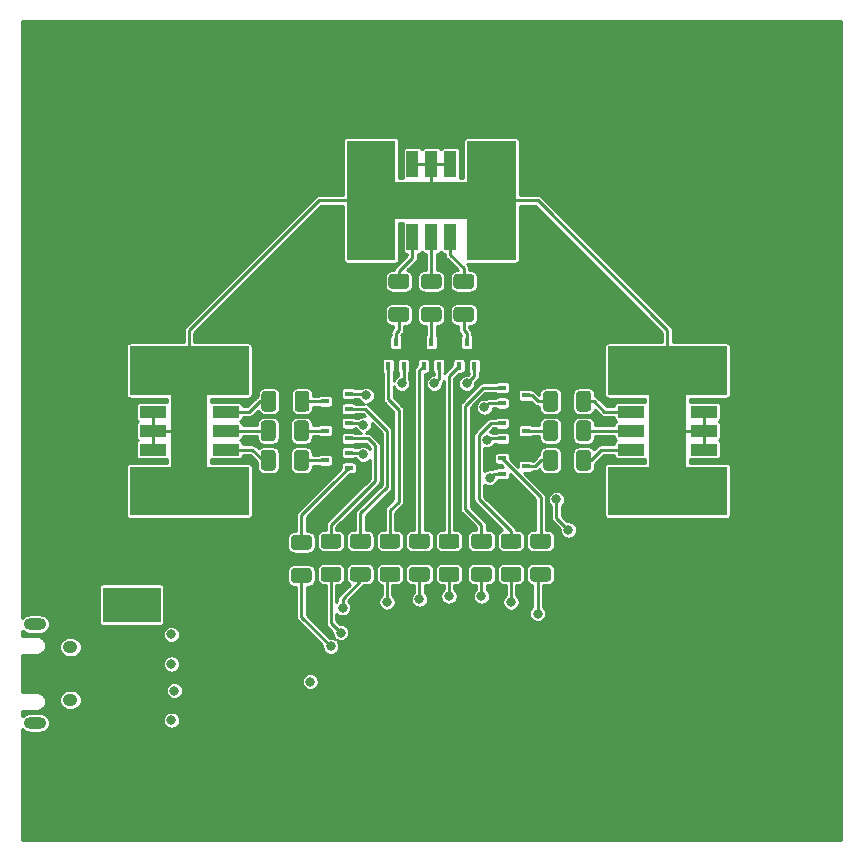
<source format=gbr>
G04 #@! TF.GenerationSoftware,KiCad,Pcbnew,5.1.6*
G04 #@! TF.CreationDate,2020-07-28T12:29:14+02:00*
G04 #@! TF.ProjectId,ESP32_lamp,45535033-325f-46c6-916d-702e6b696361,rev?*
G04 #@! TF.SameCoordinates,Original*
G04 #@! TF.FileFunction,Copper,L1,Top*
G04 #@! TF.FilePolarity,Positive*
%FSLAX46Y46*%
G04 Gerber Fmt 4.6, Leading zero omitted, Abs format (unit mm)*
G04 Created by KiCad (PCBNEW 5.1.6) date 2020-07-28 12:29:14*
%MOMM*%
%LPD*%
G01*
G04 APERTURE LIST*
G04 #@! TA.AperFunction,SMDPad,CuDef*
%ADD10C,0.100000*%
G04 #@! TD*
G04 #@! TA.AperFunction,SMDPad,CuDef*
%ADD11R,2.200000X1.000000*%
G04 #@! TD*
G04 #@! TA.AperFunction,SMDPad,CuDef*
%ADD12R,1.000000X2.200000*%
G04 #@! TD*
G04 #@! TA.AperFunction,SMDPad,CuDef*
%ADD13R,0.450000X0.700000*%
G04 #@! TD*
G04 #@! TA.AperFunction,SMDPad,CuDef*
%ADD14R,0.700000X0.450000*%
G04 #@! TD*
G04 #@! TA.AperFunction,ViaPad*
%ADD15C,0.600000*%
G04 #@! TD*
G04 #@! TA.AperFunction,Conductor*
%ADD16R,4.900000X2.950000*%
G04 #@! TD*
G04 #@! TA.AperFunction,ComponentPad*
%ADD17O,1.900000X1.000000*%
G04 #@! TD*
G04 #@! TA.AperFunction,ComponentPad*
%ADD18O,1.250000X1.050000*%
G04 #@! TD*
G04 #@! TA.AperFunction,ViaPad*
%ADD19C,0.800000*%
G04 #@! TD*
G04 #@! TA.AperFunction,Conductor*
%ADD20C,0.250000*%
G04 #@! TD*
G04 #@! TA.AperFunction,Conductor*
%ADD21C,0.500000*%
G04 #@! TD*
G04 #@! TA.AperFunction,Conductor*
%ADD22C,0.254000*%
G04 #@! TD*
G04 APERTURE END LIST*
G04 #@! TA.AperFunction,SMDPad,CuDef*
D10*
G36*
X139509755Y-102850961D02*
G01*
X139519134Y-102853806D01*
X139527779Y-102858427D01*
X139535355Y-102864645D01*
X139541573Y-102872221D01*
X139546194Y-102880866D01*
X139549039Y-102890245D01*
X139550000Y-102900000D01*
X139550000Y-106900000D01*
X139549039Y-106909755D01*
X139546194Y-106919134D01*
X139541573Y-106927779D01*
X139535355Y-106935355D01*
X139527779Y-106941573D01*
X139519134Y-106946194D01*
X139509755Y-106949039D01*
X139500000Y-106950000D01*
X136050000Y-106950000D01*
X136050000Y-113050000D01*
X139500000Y-113050000D01*
X139509755Y-113050961D01*
X139519134Y-113053806D01*
X139527779Y-113058427D01*
X139535355Y-113064645D01*
X139541573Y-113072221D01*
X139546194Y-113080866D01*
X139549039Y-113090245D01*
X139550000Y-113100000D01*
X139550000Y-117100000D01*
X139549039Y-117109755D01*
X139546194Y-117119134D01*
X139541573Y-117127779D01*
X139535355Y-117135355D01*
X139527779Y-117141573D01*
X139519134Y-117146194D01*
X139509755Y-117149039D01*
X139500000Y-117150000D01*
X129500000Y-117150000D01*
X129490245Y-117149039D01*
X129480866Y-117146194D01*
X129472221Y-117141573D01*
X129464645Y-117135355D01*
X129458427Y-117127779D01*
X129453806Y-117119134D01*
X129450961Y-117109755D01*
X129450000Y-117100000D01*
X129450000Y-113100000D01*
X129450961Y-113090245D01*
X129453806Y-113080866D01*
X129458427Y-113072221D01*
X129464645Y-113064645D01*
X129472221Y-113058427D01*
X129480866Y-113053806D01*
X129490245Y-113050961D01*
X129500000Y-113050000D01*
X132950000Y-113050000D01*
X132950000Y-106950000D01*
X129500000Y-106950000D01*
X129490245Y-106949039D01*
X129480866Y-106946194D01*
X129472221Y-106941573D01*
X129464645Y-106935355D01*
X129458427Y-106927779D01*
X129453806Y-106919134D01*
X129450961Y-106909755D01*
X129450000Y-106900000D01*
X129450000Y-102900000D01*
X129450961Y-102890245D01*
X129453806Y-102880866D01*
X129458427Y-102872221D01*
X129464645Y-102864645D01*
X129472221Y-102858427D01*
X129480866Y-102853806D01*
X129490245Y-102850961D01*
X129500000Y-102850000D01*
X139500000Y-102850000D01*
X139509755Y-102850961D01*
G37*
G04 #@! TD.AperFunction*
D11*
X137600000Y-111600000D03*
X137600000Y-110000000D03*
X137600000Y-108400000D03*
X131400000Y-108400000D03*
X131400000Y-110000000D03*
X131400000Y-111600000D03*
G04 #@! TA.AperFunction,SMDPad,CuDef*
D10*
G36*
X162149039Y-95509755D02*
G01*
X162146194Y-95519134D01*
X162141573Y-95527779D01*
X162135355Y-95535355D01*
X162127779Y-95541573D01*
X162119134Y-95546194D01*
X162109755Y-95549039D01*
X162100000Y-95550000D01*
X158100000Y-95550000D01*
X158090245Y-95549039D01*
X158080866Y-95546194D01*
X158072221Y-95541573D01*
X158064645Y-95535355D01*
X158058427Y-95527779D01*
X158053806Y-95519134D01*
X158050961Y-95509755D01*
X158050000Y-95500000D01*
X158050000Y-92050000D01*
X151950000Y-92050000D01*
X151950000Y-95500000D01*
X151949039Y-95509755D01*
X151946194Y-95519134D01*
X151941573Y-95527779D01*
X151935355Y-95535355D01*
X151927779Y-95541573D01*
X151919134Y-95546194D01*
X151909755Y-95549039D01*
X151900000Y-95550000D01*
X147900000Y-95550000D01*
X147890245Y-95549039D01*
X147880866Y-95546194D01*
X147872221Y-95541573D01*
X147864645Y-95535355D01*
X147858427Y-95527779D01*
X147853806Y-95519134D01*
X147850961Y-95509755D01*
X147850000Y-95500000D01*
X147850000Y-85500000D01*
X147850961Y-85490245D01*
X147853806Y-85480866D01*
X147858427Y-85472221D01*
X147864645Y-85464645D01*
X147872221Y-85458427D01*
X147880866Y-85453806D01*
X147890245Y-85450961D01*
X147900000Y-85450000D01*
X151900000Y-85450000D01*
X151909755Y-85450961D01*
X151919134Y-85453806D01*
X151927779Y-85458427D01*
X151935355Y-85464645D01*
X151941573Y-85472221D01*
X151946194Y-85480866D01*
X151949039Y-85490245D01*
X151950000Y-85500000D01*
X151950000Y-88950000D01*
X158050000Y-88950000D01*
X158050000Y-85500000D01*
X158050961Y-85490245D01*
X158053806Y-85480866D01*
X158058427Y-85472221D01*
X158064645Y-85464645D01*
X158072221Y-85458427D01*
X158080866Y-85453806D01*
X158090245Y-85450961D01*
X158100000Y-85450000D01*
X162100000Y-85450000D01*
X162109755Y-85450961D01*
X162119134Y-85453806D01*
X162127779Y-85458427D01*
X162135355Y-85464645D01*
X162141573Y-85472221D01*
X162146194Y-85480866D01*
X162149039Y-85490245D01*
X162150000Y-85500000D01*
X162150000Y-95500000D01*
X162149039Y-95509755D01*
G37*
G04 #@! TD.AperFunction*
D12*
X153400000Y-93600000D03*
X155000000Y-93600000D03*
X156600000Y-93600000D03*
X156600000Y-87400000D03*
X155000000Y-87400000D03*
X153400000Y-87400000D03*
G04 #@! TA.AperFunction,SMDPad,CuDef*
D10*
G36*
X169990245Y-117149039D02*
G01*
X169980866Y-117146194D01*
X169972221Y-117141573D01*
X169964645Y-117135355D01*
X169958427Y-117127779D01*
X169953806Y-117119134D01*
X169950961Y-117109755D01*
X169950000Y-117100000D01*
X169950000Y-113100000D01*
X169950961Y-113090245D01*
X169953806Y-113080866D01*
X169958427Y-113072221D01*
X169964645Y-113064645D01*
X169972221Y-113058427D01*
X169980866Y-113053806D01*
X169990245Y-113050961D01*
X170000000Y-113050000D01*
X173450000Y-113050000D01*
X173450000Y-106950000D01*
X170000000Y-106950000D01*
X169990245Y-106949039D01*
X169980866Y-106946194D01*
X169972221Y-106941573D01*
X169964645Y-106935355D01*
X169958427Y-106927779D01*
X169953806Y-106919134D01*
X169950961Y-106909755D01*
X169950000Y-106900000D01*
X169950000Y-102900000D01*
X169950961Y-102890245D01*
X169953806Y-102880866D01*
X169958427Y-102872221D01*
X169964645Y-102864645D01*
X169972221Y-102858427D01*
X169980866Y-102853806D01*
X169990245Y-102850961D01*
X170000000Y-102850000D01*
X180000000Y-102850000D01*
X180009755Y-102850961D01*
X180019134Y-102853806D01*
X180027779Y-102858427D01*
X180035355Y-102864645D01*
X180041573Y-102872221D01*
X180046194Y-102880866D01*
X180049039Y-102890245D01*
X180050000Y-102900000D01*
X180050000Y-106900000D01*
X180049039Y-106909755D01*
X180046194Y-106919134D01*
X180041573Y-106927779D01*
X180035355Y-106935355D01*
X180027779Y-106941573D01*
X180019134Y-106946194D01*
X180009755Y-106949039D01*
X180000000Y-106950000D01*
X176550000Y-106950000D01*
X176550000Y-113050000D01*
X180000000Y-113050000D01*
X180009755Y-113050961D01*
X180019134Y-113053806D01*
X180027779Y-113058427D01*
X180035355Y-113064645D01*
X180041573Y-113072221D01*
X180046194Y-113080866D01*
X180049039Y-113090245D01*
X180050000Y-113100000D01*
X180050000Y-117100000D01*
X180049039Y-117109755D01*
X180046194Y-117119134D01*
X180041573Y-117127779D01*
X180035355Y-117135355D01*
X180027779Y-117141573D01*
X180019134Y-117146194D01*
X180009755Y-117149039D01*
X180000000Y-117150000D01*
X170000000Y-117150000D01*
X169990245Y-117149039D01*
G37*
G04 #@! TD.AperFunction*
D11*
X171900000Y-108400000D03*
X171900000Y-110000000D03*
X171900000Y-111600000D03*
X178100000Y-111600000D03*
X178100000Y-110000000D03*
X178100000Y-108400000D03*
G04 #@! TA.AperFunction,SMDPad,CuDef*
G36*
G01*
X155625000Y-97975000D02*
X154375000Y-97975000D01*
G75*
G02*
X154125000Y-97725000I0J250000D01*
G01*
X154125000Y-96975000D01*
G75*
G02*
X154375000Y-96725000I250000J0D01*
G01*
X155625000Y-96725000D01*
G75*
G02*
X155875000Y-96975000I0J-250000D01*
G01*
X155875000Y-97725000D01*
G75*
G02*
X155625000Y-97975000I-250000J0D01*
G01*
G37*
G04 #@! TD.AperFunction*
G04 #@! TA.AperFunction,SMDPad,CuDef*
G36*
G01*
X155625000Y-100775000D02*
X154375000Y-100775000D01*
G75*
G02*
X154125000Y-100525000I0J250000D01*
G01*
X154125000Y-99775000D01*
G75*
G02*
X154375000Y-99525000I250000J0D01*
G01*
X155625000Y-99525000D01*
G75*
G02*
X155875000Y-99775000I0J-250000D01*
G01*
X155875000Y-100525000D01*
G75*
G02*
X155625000Y-100775000I-250000J0D01*
G01*
G37*
G04 #@! TD.AperFunction*
G04 #@! TA.AperFunction,SMDPad,CuDef*
G36*
G01*
X153375000Y-121525000D02*
X154625000Y-121525000D01*
G75*
G02*
X154875000Y-121775000I0J-250000D01*
G01*
X154875000Y-122525000D01*
G75*
G02*
X154625000Y-122775000I-250000J0D01*
G01*
X153375000Y-122775000D01*
G75*
G02*
X153125000Y-122525000I0J250000D01*
G01*
X153125000Y-121775000D01*
G75*
G02*
X153375000Y-121525000I250000J0D01*
G01*
G37*
G04 #@! TD.AperFunction*
G04 #@! TA.AperFunction,SMDPad,CuDef*
G36*
G01*
X153375000Y-118725000D02*
X154625000Y-118725000D01*
G75*
G02*
X154875000Y-118975000I0J-250000D01*
G01*
X154875000Y-119725000D01*
G75*
G02*
X154625000Y-119975000I-250000J0D01*
G01*
X153375000Y-119975000D01*
G75*
G02*
X153125000Y-119725000I0J250000D01*
G01*
X153125000Y-118975000D01*
G75*
G02*
X153375000Y-118725000I250000J0D01*
G01*
G37*
G04 #@! TD.AperFunction*
G04 #@! TA.AperFunction,SMDPad,CuDef*
G36*
G01*
X167275000Y-110625000D02*
X167275000Y-109375000D01*
G75*
G02*
X167525000Y-109125000I250000J0D01*
G01*
X168275000Y-109125000D01*
G75*
G02*
X168525000Y-109375000I0J-250000D01*
G01*
X168525000Y-110625000D01*
G75*
G02*
X168275000Y-110875000I-250000J0D01*
G01*
X167525000Y-110875000D01*
G75*
G02*
X167275000Y-110625000I0J250000D01*
G01*
G37*
G04 #@! TD.AperFunction*
G04 #@! TA.AperFunction,SMDPad,CuDef*
G36*
G01*
X164475000Y-110625000D02*
X164475000Y-109375000D01*
G75*
G02*
X164725000Y-109125000I250000J0D01*
G01*
X165475000Y-109125000D01*
G75*
G02*
X165725000Y-109375000I0J-250000D01*
G01*
X165725000Y-110625000D01*
G75*
G02*
X165475000Y-110875000I-250000J0D01*
G01*
X164725000Y-110875000D01*
G75*
G02*
X164475000Y-110625000I0J250000D01*
G01*
G37*
G04 #@! TD.AperFunction*
G04 #@! TA.AperFunction,SMDPad,CuDef*
G36*
G01*
X161125000Y-121525000D02*
X162375000Y-121525000D01*
G75*
G02*
X162625000Y-121775000I0J-250000D01*
G01*
X162625000Y-122525000D01*
G75*
G02*
X162375000Y-122775000I-250000J0D01*
G01*
X161125000Y-122775000D01*
G75*
G02*
X160875000Y-122525000I0J250000D01*
G01*
X160875000Y-121775000D01*
G75*
G02*
X161125000Y-121525000I250000J0D01*
G01*
G37*
G04 #@! TD.AperFunction*
G04 #@! TA.AperFunction,SMDPad,CuDef*
G36*
G01*
X161125000Y-118725000D02*
X162375000Y-118725000D01*
G75*
G02*
X162625000Y-118975000I0J-250000D01*
G01*
X162625000Y-119725000D01*
G75*
G02*
X162375000Y-119975000I-250000J0D01*
G01*
X161125000Y-119975000D01*
G75*
G02*
X160875000Y-119725000I0J250000D01*
G01*
X160875000Y-118975000D01*
G75*
G02*
X161125000Y-118725000I250000J0D01*
G01*
G37*
G04 #@! TD.AperFunction*
G04 #@! TA.AperFunction,SMDPad,CuDef*
G36*
G01*
X158375000Y-97975000D02*
X157125000Y-97975000D01*
G75*
G02*
X156875000Y-97725000I0J250000D01*
G01*
X156875000Y-96975000D01*
G75*
G02*
X157125000Y-96725000I250000J0D01*
G01*
X158375000Y-96725000D01*
G75*
G02*
X158625000Y-96975000I0J-250000D01*
G01*
X158625000Y-97725000D01*
G75*
G02*
X158375000Y-97975000I-250000J0D01*
G01*
G37*
G04 #@! TD.AperFunction*
G04 #@! TA.AperFunction,SMDPad,CuDef*
G36*
G01*
X158375000Y-100775000D02*
X157125000Y-100775000D01*
G75*
G02*
X156875000Y-100525000I0J250000D01*
G01*
X156875000Y-99775000D01*
G75*
G02*
X157125000Y-99525000I250000J0D01*
G01*
X158375000Y-99525000D01*
G75*
G02*
X158625000Y-99775000I0J-250000D01*
G01*
X158625000Y-100525000D01*
G75*
G02*
X158375000Y-100775000I-250000J0D01*
G01*
G37*
G04 #@! TD.AperFunction*
G04 #@! TA.AperFunction,SMDPad,CuDef*
G36*
G01*
X155875000Y-121525000D02*
X157125000Y-121525000D01*
G75*
G02*
X157375000Y-121775000I0J-250000D01*
G01*
X157375000Y-122525000D01*
G75*
G02*
X157125000Y-122775000I-250000J0D01*
G01*
X155875000Y-122775000D01*
G75*
G02*
X155625000Y-122525000I0J250000D01*
G01*
X155625000Y-121775000D01*
G75*
G02*
X155875000Y-121525000I250000J0D01*
G01*
G37*
G04 #@! TD.AperFunction*
G04 #@! TA.AperFunction,SMDPad,CuDef*
G36*
G01*
X155875000Y-118725000D02*
X157125000Y-118725000D01*
G75*
G02*
X157375000Y-118975000I0J-250000D01*
G01*
X157375000Y-119725000D01*
G75*
G02*
X157125000Y-119975000I-250000J0D01*
G01*
X155875000Y-119975000D01*
G75*
G02*
X155625000Y-119725000I0J250000D01*
G01*
X155625000Y-118975000D01*
G75*
G02*
X155875000Y-118725000I250000J0D01*
G01*
G37*
G04 #@! TD.AperFunction*
G04 #@! TA.AperFunction,SMDPad,CuDef*
G36*
G01*
X167275000Y-113125000D02*
X167275000Y-111875000D01*
G75*
G02*
X167525000Y-111625000I250000J0D01*
G01*
X168275000Y-111625000D01*
G75*
G02*
X168525000Y-111875000I0J-250000D01*
G01*
X168525000Y-113125000D01*
G75*
G02*
X168275000Y-113375000I-250000J0D01*
G01*
X167525000Y-113375000D01*
G75*
G02*
X167275000Y-113125000I0J250000D01*
G01*
G37*
G04 #@! TD.AperFunction*
G04 #@! TA.AperFunction,SMDPad,CuDef*
G36*
G01*
X164475000Y-113125000D02*
X164475000Y-111875000D01*
G75*
G02*
X164725000Y-111625000I250000J0D01*
G01*
X165475000Y-111625000D01*
G75*
G02*
X165725000Y-111875000I0J-250000D01*
G01*
X165725000Y-113125000D01*
G75*
G02*
X165475000Y-113375000I-250000J0D01*
G01*
X164725000Y-113375000D01*
G75*
G02*
X164475000Y-113125000I0J250000D01*
G01*
G37*
G04 #@! TD.AperFunction*
G04 #@! TA.AperFunction,SMDPad,CuDef*
G36*
G01*
X163625000Y-121525000D02*
X164875000Y-121525000D01*
G75*
G02*
X165125000Y-121775000I0J-250000D01*
G01*
X165125000Y-122525000D01*
G75*
G02*
X164875000Y-122775000I-250000J0D01*
G01*
X163625000Y-122775000D01*
G75*
G02*
X163375000Y-122525000I0J250000D01*
G01*
X163375000Y-121775000D01*
G75*
G02*
X163625000Y-121525000I250000J0D01*
G01*
G37*
G04 #@! TD.AperFunction*
G04 #@! TA.AperFunction,SMDPad,CuDef*
G36*
G01*
X163625000Y-118725000D02*
X164875000Y-118725000D01*
G75*
G02*
X165125000Y-118975000I0J-250000D01*
G01*
X165125000Y-119725000D01*
G75*
G02*
X164875000Y-119975000I-250000J0D01*
G01*
X163625000Y-119975000D01*
G75*
G02*
X163375000Y-119725000I0J250000D01*
G01*
X163375000Y-118975000D01*
G75*
G02*
X163625000Y-118725000I250000J0D01*
G01*
G37*
G04 #@! TD.AperFunction*
G04 #@! TA.AperFunction,SMDPad,CuDef*
G36*
G01*
X152875000Y-97975000D02*
X151625000Y-97975000D01*
G75*
G02*
X151375000Y-97725000I0J250000D01*
G01*
X151375000Y-96975000D01*
G75*
G02*
X151625000Y-96725000I250000J0D01*
G01*
X152875000Y-96725000D01*
G75*
G02*
X153125000Y-96975000I0J-250000D01*
G01*
X153125000Y-97725000D01*
G75*
G02*
X152875000Y-97975000I-250000J0D01*
G01*
G37*
G04 #@! TD.AperFunction*
G04 #@! TA.AperFunction,SMDPad,CuDef*
G36*
G01*
X152875000Y-100775000D02*
X151625000Y-100775000D01*
G75*
G02*
X151375000Y-100525000I0J250000D01*
G01*
X151375000Y-99775000D01*
G75*
G02*
X151625000Y-99525000I250000J0D01*
G01*
X152875000Y-99525000D01*
G75*
G02*
X153125000Y-99775000I0J-250000D01*
G01*
X153125000Y-100525000D01*
G75*
G02*
X152875000Y-100775000I-250000J0D01*
G01*
G37*
G04 #@! TD.AperFunction*
G04 #@! TA.AperFunction,SMDPad,CuDef*
G36*
G01*
X150875000Y-121525000D02*
X152125000Y-121525000D01*
G75*
G02*
X152375000Y-121775000I0J-250000D01*
G01*
X152375000Y-122525000D01*
G75*
G02*
X152125000Y-122775000I-250000J0D01*
G01*
X150875000Y-122775000D01*
G75*
G02*
X150625000Y-122525000I0J250000D01*
G01*
X150625000Y-121775000D01*
G75*
G02*
X150875000Y-121525000I250000J0D01*
G01*
G37*
G04 #@! TD.AperFunction*
G04 #@! TA.AperFunction,SMDPad,CuDef*
G36*
G01*
X150875000Y-118725000D02*
X152125000Y-118725000D01*
G75*
G02*
X152375000Y-118975000I0J-250000D01*
G01*
X152375000Y-119725000D01*
G75*
G02*
X152125000Y-119975000I-250000J0D01*
G01*
X150875000Y-119975000D01*
G75*
G02*
X150625000Y-119725000I0J250000D01*
G01*
X150625000Y-118975000D01*
G75*
G02*
X150875000Y-118725000I250000J0D01*
G01*
G37*
G04 #@! TD.AperFunction*
G04 #@! TA.AperFunction,SMDPad,CuDef*
G36*
G01*
X167275000Y-108125000D02*
X167275000Y-106875000D01*
G75*
G02*
X167525000Y-106625000I250000J0D01*
G01*
X168275000Y-106625000D01*
G75*
G02*
X168525000Y-106875000I0J-250000D01*
G01*
X168525000Y-108125000D01*
G75*
G02*
X168275000Y-108375000I-250000J0D01*
G01*
X167525000Y-108375000D01*
G75*
G02*
X167275000Y-108125000I0J250000D01*
G01*
G37*
G04 #@! TD.AperFunction*
G04 #@! TA.AperFunction,SMDPad,CuDef*
G36*
G01*
X164475000Y-108125000D02*
X164475000Y-106875000D01*
G75*
G02*
X164725000Y-106625000I250000J0D01*
G01*
X165475000Y-106625000D01*
G75*
G02*
X165725000Y-106875000I0J-250000D01*
G01*
X165725000Y-108125000D01*
G75*
G02*
X165475000Y-108375000I-250000J0D01*
G01*
X164725000Y-108375000D01*
G75*
G02*
X164475000Y-108125000I0J250000D01*
G01*
G37*
G04 #@! TD.AperFunction*
G04 #@! TA.AperFunction,SMDPad,CuDef*
G36*
G01*
X158625000Y-121525000D02*
X159875000Y-121525000D01*
G75*
G02*
X160125000Y-121775000I0J-250000D01*
G01*
X160125000Y-122525000D01*
G75*
G02*
X159875000Y-122775000I-250000J0D01*
G01*
X158625000Y-122775000D01*
G75*
G02*
X158375000Y-122525000I0J250000D01*
G01*
X158375000Y-121775000D01*
G75*
G02*
X158625000Y-121525000I250000J0D01*
G01*
G37*
G04 #@! TD.AperFunction*
G04 #@! TA.AperFunction,SMDPad,CuDef*
G36*
G01*
X158625000Y-118725000D02*
X159875000Y-118725000D01*
G75*
G02*
X160125000Y-118975000I0J-250000D01*
G01*
X160125000Y-119725000D01*
G75*
G02*
X159875000Y-119975000I-250000J0D01*
G01*
X158625000Y-119975000D01*
G75*
G02*
X158375000Y-119725000I0J250000D01*
G01*
X158375000Y-118975000D01*
G75*
G02*
X158625000Y-118725000I250000J0D01*
G01*
G37*
G04 #@! TD.AperFunction*
G04 #@! TA.AperFunction,SMDPad,CuDef*
G36*
G01*
X141875000Y-106875000D02*
X141875000Y-108125000D01*
G75*
G02*
X141625000Y-108375000I-250000J0D01*
G01*
X140875000Y-108375000D01*
G75*
G02*
X140625000Y-108125000I0J250000D01*
G01*
X140625000Y-106875000D01*
G75*
G02*
X140875000Y-106625000I250000J0D01*
G01*
X141625000Y-106625000D01*
G75*
G02*
X141875000Y-106875000I0J-250000D01*
G01*
G37*
G04 #@! TD.AperFunction*
G04 #@! TA.AperFunction,SMDPad,CuDef*
G36*
G01*
X144675000Y-106875000D02*
X144675000Y-108125000D01*
G75*
G02*
X144425000Y-108375000I-250000J0D01*
G01*
X143675000Y-108375000D01*
G75*
G02*
X143425000Y-108125000I0J250000D01*
G01*
X143425000Y-106875000D01*
G75*
G02*
X143675000Y-106625000I250000J0D01*
G01*
X144425000Y-106625000D01*
G75*
G02*
X144675000Y-106875000I0J-250000D01*
G01*
G37*
G04 #@! TD.AperFunction*
G04 #@! TA.AperFunction,SMDPad,CuDef*
G36*
G01*
X141825000Y-109375000D02*
X141825000Y-110625000D01*
G75*
G02*
X141575000Y-110875000I-250000J0D01*
G01*
X140825000Y-110875000D01*
G75*
G02*
X140575000Y-110625000I0J250000D01*
G01*
X140575000Y-109375000D01*
G75*
G02*
X140825000Y-109125000I250000J0D01*
G01*
X141575000Y-109125000D01*
G75*
G02*
X141825000Y-109375000I0J-250000D01*
G01*
G37*
G04 #@! TD.AperFunction*
G04 #@! TA.AperFunction,SMDPad,CuDef*
G36*
G01*
X144625000Y-109375000D02*
X144625000Y-110625000D01*
G75*
G02*
X144375000Y-110875000I-250000J0D01*
G01*
X143625000Y-110875000D01*
G75*
G02*
X143375000Y-110625000I0J250000D01*
G01*
X143375000Y-109375000D01*
G75*
G02*
X143625000Y-109125000I250000J0D01*
G01*
X144375000Y-109125000D01*
G75*
G02*
X144625000Y-109375000I0J-250000D01*
G01*
G37*
G04 #@! TD.AperFunction*
G04 #@! TA.AperFunction,SMDPad,CuDef*
G36*
G01*
X141825000Y-111875000D02*
X141825000Y-113125000D01*
G75*
G02*
X141575000Y-113375000I-250000J0D01*
G01*
X140825000Y-113375000D01*
G75*
G02*
X140575000Y-113125000I0J250000D01*
G01*
X140575000Y-111875000D01*
G75*
G02*
X140825000Y-111625000I250000J0D01*
G01*
X141575000Y-111625000D01*
G75*
G02*
X141825000Y-111875000I0J-250000D01*
G01*
G37*
G04 #@! TD.AperFunction*
G04 #@! TA.AperFunction,SMDPad,CuDef*
G36*
G01*
X144625000Y-111875000D02*
X144625000Y-113125000D01*
G75*
G02*
X144375000Y-113375000I-250000J0D01*
G01*
X143625000Y-113375000D01*
G75*
G02*
X143375000Y-113125000I0J250000D01*
G01*
X143375000Y-111875000D01*
G75*
G02*
X143625000Y-111625000I250000J0D01*
G01*
X144375000Y-111625000D01*
G75*
G02*
X144625000Y-111875000I0J-250000D01*
G01*
G37*
G04 #@! TD.AperFunction*
G04 #@! TA.AperFunction,SMDPad,CuDef*
G36*
G01*
X148375000Y-121525000D02*
X149625000Y-121525000D01*
G75*
G02*
X149875000Y-121775000I0J-250000D01*
G01*
X149875000Y-122525000D01*
G75*
G02*
X149625000Y-122775000I-250000J0D01*
G01*
X148375000Y-122775000D01*
G75*
G02*
X148125000Y-122525000I0J250000D01*
G01*
X148125000Y-121775000D01*
G75*
G02*
X148375000Y-121525000I250000J0D01*
G01*
G37*
G04 #@! TD.AperFunction*
G04 #@! TA.AperFunction,SMDPad,CuDef*
G36*
G01*
X148375000Y-118725000D02*
X149625000Y-118725000D01*
G75*
G02*
X149875000Y-118975000I0J-250000D01*
G01*
X149875000Y-119725000D01*
G75*
G02*
X149625000Y-119975000I-250000J0D01*
G01*
X148375000Y-119975000D01*
G75*
G02*
X148125000Y-119725000I0J250000D01*
G01*
X148125000Y-118975000D01*
G75*
G02*
X148375000Y-118725000I250000J0D01*
G01*
G37*
G04 #@! TD.AperFunction*
G04 #@! TA.AperFunction,SMDPad,CuDef*
G36*
G01*
X145875000Y-121525000D02*
X147125000Y-121525000D01*
G75*
G02*
X147375000Y-121775000I0J-250000D01*
G01*
X147375000Y-122525000D01*
G75*
G02*
X147125000Y-122775000I-250000J0D01*
G01*
X145875000Y-122775000D01*
G75*
G02*
X145625000Y-122525000I0J250000D01*
G01*
X145625000Y-121775000D01*
G75*
G02*
X145875000Y-121525000I250000J0D01*
G01*
G37*
G04 #@! TD.AperFunction*
G04 #@! TA.AperFunction,SMDPad,CuDef*
G36*
G01*
X145875000Y-118725000D02*
X147125000Y-118725000D01*
G75*
G02*
X147375000Y-118975000I0J-250000D01*
G01*
X147375000Y-119725000D01*
G75*
G02*
X147125000Y-119975000I-250000J0D01*
G01*
X145875000Y-119975000D01*
G75*
G02*
X145625000Y-119725000I0J250000D01*
G01*
X145625000Y-118975000D01*
G75*
G02*
X145875000Y-118725000I250000J0D01*
G01*
G37*
G04 #@! TD.AperFunction*
G04 #@! TA.AperFunction,SMDPad,CuDef*
G36*
G01*
X143375000Y-121625000D02*
X144625000Y-121625000D01*
G75*
G02*
X144875000Y-121875000I0J-250000D01*
G01*
X144875000Y-122625000D01*
G75*
G02*
X144625000Y-122875000I-250000J0D01*
G01*
X143375000Y-122875000D01*
G75*
G02*
X143125000Y-122625000I0J250000D01*
G01*
X143125000Y-121875000D01*
G75*
G02*
X143375000Y-121625000I250000J0D01*
G01*
G37*
G04 #@! TD.AperFunction*
G04 #@! TA.AperFunction,SMDPad,CuDef*
G36*
G01*
X143375000Y-118825000D02*
X144625000Y-118825000D01*
G75*
G02*
X144875000Y-119075000I0J-250000D01*
G01*
X144875000Y-119825000D01*
G75*
G02*
X144625000Y-120075000I-250000J0D01*
G01*
X143375000Y-120075000D01*
G75*
G02*
X143125000Y-119825000I0J250000D01*
G01*
X143125000Y-119075000D01*
G75*
G02*
X143375000Y-118825000I250000J0D01*
G01*
G37*
G04 #@! TD.AperFunction*
D13*
X155000000Y-102500000D03*
X155650000Y-104500000D03*
X154350000Y-104500000D03*
D14*
X163000000Y-110000000D03*
X161000000Y-110650000D03*
X161000000Y-109350000D03*
D13*
X158000000Y-102500000D03*
X158650000Y-104500000D03*
X157350000Y-104500000D03*
D14*
X163000000Y-113000000D03*
X161000000Y-113650000D03*
X161000000Y-112350000D03*
D13*
X152000000Y-102500000D03*
X152650000Y-104500000D03*
X151350000Y-104500000D03*
D14*
X163000000Y-107000000D03*
X161000000Y-107650000D03*
X161000000Y-106350000D03*
X146000000Y-107500000D03*
X148000000Y-106850000D03*
X148000000Y-108150000D03*
X146000000Y-110000000D03*
X148000000Y-109350000D03*
X148000000Y-110650000D03*
X146000000Y-112500000D03*
X148000000Y-111850000D03*
X148000000Y-113150000D03*
D15*
X127680000Y-124070000D03*
X128980000Y-124070000D03*
X128980000Y-125370000D03*
X127680000Y-125370000D03*
X131580000Y-124070000D03*
X130280000Y-124070000D03*
X130280000Y-125370000D03*
X131580000Y-125370000D03*
D16*
X129630000Y-124720000D03*
D17*
X121450000Y-126375000D03*
X121450000Y-134725000D03*
D18*
X124450000Y-128325000D03*
X124450000Y-132775000D03*
D19*
X149250000Y-112000000D03*
X149250000Y-109500000D03*
X149500000Y-107000000D03*
X152500000Y-106000000D03*
X155250000Y-106000000D03*
X158000000Y-106000000D03*
X159500000Y-108000000D03*
X159750000Y-110750000D03*
X133000000Y-134500000D03*
X133250000Y-132000000D03*
X133000000Y-129750000D03*
X133000000Y-127250000D03*
X144750000Y-131250000D03*
X159934292Y-113984990D03*
X166600000Y-118400000D03*
X165600000Y-115800000D03*
X163600000Y-129400000D03*
X174600000Y-127200000D03*
X146500000Y-128250000D03*
X147345000Y-127095000D03*
X147500000Y-125000000D03*
X159250000Y-124000000D03*
X151250000Y-124500000D03*
X164000000Y-125500000D03*
X156500000Y-124000000D03*
X161750000Y-124500000D03*
X154000000Y-124250000D03*
X130500000Y-116000000D03*
D20*
X149100000Y-111850000D02*
X149250000Y-112000000D01*
X148000000Y-111850000D02*
X149100000Y-111850000D01*
X149100000Y-109350000D02*
X149250000Y-109500000D01*
X148000000Y-109350000D02*
X149100000Y-109350000D01*
X149350000Y-106850000D02*
X149500000Y-107000000D01*
X148000000Y-106850000D02*
X149350000Y-106850000D01*
X152650000Y-105850000D02*
X152500000Y-106000000D01*
X152650000Y-104500000D02*
X152650000Y-105850000D01*
X155650000Y-105600000D02*
X155250000Y-106000000D01*
X155650000Y-104500000D02*
X155650000Y-105600000D01*
X158650000Y-105350000D02*
X158000000Y-106000000D01*
X158650000Y-104500000D02*
X158650000Y-105350000D01*
X159850000Y-107650000D02*
X159500000Y-108000000D01*
X161000000Y-107650000D02*
X159850000Y-107650000D01*
X159850000Y-110650000D02*
X159750000Y-110750000D01*
X161000000Y-110650000D02*
X159850000Y-110650000D01*
X161000000Y-113650000D02*
X160269282Y-113650000D01*
X160269282Y-113650000D02*
X159934292Y-113984990D01*
X166600000Y-118400000D02*
X165600000Y-117400000D01*
X165600000Y-117400000D02*
X165600000Y-115800000D01*
X144000000Y-112500000D02*
X146000000Y-112500000D01*
X144000000Y-117150000D02*
X146700000Y-114450000D01*
X144000000Y-119450000D02*
X144000000Y-117150000D01*
X146700000Y-114450000D02*
X148000000Y-113150000D01*
X144000000Y-110000000D02*
X146000000Y-110000000D01*
X149650000Y-110650000D02*
X148000000Y-110650000D01*
X150250000Y-111250000D02*
X149650000Y-110650000D01*
X150250000Y-114250000D02*
X150250000Y-111250000D01*
X146500000Y-118000000D02*
X150250000Y-114250000D01*
X146500000Y-119350000D02*
X146500000Y-118000000D01*
X144050000Y-107500000D02*
X146000000Y-107500000D01*
X149400000Y-108150000D02*
X148000000Y-108150000D01*
X151250000Y-110000000D02*
X149400000Y-108150000D01*
X149000000Y-119350000D02*
X149000000Y-117000000D01*
X151250000Y-114750000D02*
X151250000Y-110000000D01*
X149000000Y-117000000D02*
X151250000Y-114750000D01*
D21*
X172400000Y-129400000D02*
X174600000Y-127200000D01*
X163600000Y-129400000D02*
X172400000Y-129400000D01*
D20*
X163000000Y-107000000D02*
X163500000Y-107000000D01*
X164000000Y-107500000D02*
X165100000Y-107500000D01*
X163500000Y-107000000D02*
X164000000Y-107500000D01*
X159400000Y-106350000D02*
X161000000Y-106350000D01*
X159250000Y-119350000D02*
X159250000Y-118000000D01*
X159250000Y-118000000D02*
X157875000Y-116625000D01*
X157875000Y-107875000D02*
X159400000Y-106350000D01*
X157875000Y-108375000D02*
X157875000Y-107875000D01*
X157875000Y-116625000D02*
X157875000Y-108375000D01*
X152000000Y-102500000D02*
X152000000Y-101750000D01*
X152250000Y-101500000D02*
X152250000Y-100150000D01*
X152000000Y-101750000D02*
X152250000Y-101500000D01*
X151350000Y-107350000D02*
X151350000Y-104500000D01*
X152250000Y-108250000D02*
X151350000Y-107350000D01*
X151500000Y-119350000D02*
X151500000Y-116750000D01*
X151500000Y-116750000D02*
X152250000Y-116000000D01*
X152250000Y-116000000D02*
X152250000Y-108250000D01*
X165100000Y-112500000D02*
X164250000Y-112500000D01*
X163750000Y-113000000D02*
X163000000Y-113000000D01*
X164250000Y-112500000D02*
X163750000Y-113000000D01*
X164250000Y-115600000D02*
X164250000Y-119350000D01*
X161000000Y-112350000D02*
X164250000Y-115600000D01*
X158000000Y-101750000D02*
X157750000Y-101500000D01*
X158000000Y-102500000D02*
X158000000Y-101750000D01*
X157750000Y-100150000D02*
X157750000Y-101500000D01*
X156500000Y-105350000D02*
X157350000Y-104500000D01*
X156500000Y-119350000D02*
X156500000Y-105350000D01*
X165100000Y-110000000D02*
X163000000Y-110000000D01*
X159024998Y-110401998D02*
X160076996Y-109350000D01*
X160076996Y-109350000D02*
X161000000Y-109350000D01*
X161750000Y-119350000D02*
X161750000Y-118500000D01*
X159024998Y-115774998D02*
X159024998Y-110401998D01*
X161750000Y-118500000D02*
X159024998Y-115774998D01*
X155000000Y-102500000D02*
X155000000Y-100150000D01*
X154000000Y-104850000D02*
X154350000Y-104500000D01*
X154000000Y-119350000D02*
X154000000Y-104850000D01*
X144000000Y-122250000D02*
X144000000Y-124000000D01*
X144000000Y-125750000D02*
X144000000Y-124000000D01*
X146500000Y-128250000D02*
X144000000Y-125750000D01*
X146500000Y-125000000D02*
X146500000Y-122150000D01*
X147345000Y-127095000D02*
X146500000Y-126250000D01*
X146500000Y-126250000D02*
X146500000Y-125000000D01*
X147500000Y-125000000D02*
X147500000Y-124250000D01*
X149000000Y-122750000D02*
X149000000Y-122150000D01*
X147500000Y-124250000D02*
X149000000Y-122750000D01*
X159250000Y-124000000D02*
X159250000Y-122150000D01*
X167900000Y-107500000D02*
X168750000Y-107500000D01*
X169650000Y-108400000D02*
X171900000Y-108400000D01*
X168750000Y-107500000D02*
X169650000Y-108400000D01*
X151250000Y-122400000D02*
X151500000Y-122150000D01*
X151250000Y-124500000D02*
X151250000Y-122400000D01*
X153400000Y-93600000D02*
X153400000Y-95350000D01*
X152250000Y-96500000D02*
X152250000Y-97350000D01*
X153400000Y-95350000D02*
X152250000Y-96500000D01*
X164000000Y-122400000D02*
X164250000Y-122150000D01*
X164000000Y-125500000D02*
X164000000Y-122400000D01*
X167900000Y-112500000D02*
X168500000Y-112500000D01*
X169400000Y-111600000D02*
X171900000Y-111600000D01*
X168500000Y-112500000D02*
X169400000Y-111600000D01*
X156500000Y-124000000D02*
X156500000Y-122150000D01*
X156600000Y-93600000D02*
X156600000Y-95100000D01*
X157750000Y-96250000D02*
X157750000Y-97350000D01*
X156600000Y-95100000D02*
X157750000Y-96250000D01*
X161750000Y-124500000D02*
X161750000Y-122150000D01*
X171900000Y-110000000D02*
X167900000Y-110000000D01*
X154000000Y-124250000D02*
X154000000Y-122150000D01*
X155000000Y-93600000D02*
X155000000Y-97350000D01*
X131400000Y-108400000D02*
X131400000Y-110000000D01*
X131400000Y-111600000D02*
X131400000Y-110000000D01*
X134500000Y-110000000D02*
X131400000Y-110000000D01*
X145500000Y-90500000D02*
X155000000Y-90500000D01*
X134500000Y-101500000D02*
X145500000Y-90500000D01*
X134500000Y-110000000D02*
X134500000Y-101500000D01*
X155000000Y-90500000D02*
X155000000Y-87400000D01*
X153400000Y-87400000D02*
X156600000Y-87400000D01*
X155000000Y-90500000D02*
X164000000Y-90500000D01*
X175000000Y-101500000D02*
X175000000Y-110000000D01*
X164000000Y-90500000D02*
X175000000Y-101500000D01*
X175000000Y-110000000D02*
X178100000Y-110000000D01*
X178100000Y-108400000D02*
X178100000Y-111600000D01*
X137600000Y-111600000D02*
X139850000Y-111600000D01*
X140750000Y-112500000D02*
X141200000Y-112500000D01*
X139850000Y-111600000D02*
X140750000Y-112500000D01*
X137600000Y-108400000D02*
X139600000Y-108400000D01*
X140500000Y-107500000D02*
X141250000Y-107500000D01*
X139600000Y-108400000D02*
X140500000Y-107500000D01*
X137600000Y-110000000D02*
X141200000Y-110000000D01*
D22*
G36*
X189648001Y-144648000D02*
G01*
X120352000Y-144648000D01*
X120352000Y-135239016D01*
X120412394Y-135312606D01*
X120538321Y-135415952D01*
X120681990Y-135492745D01*
X120837880Y-135540034D01*
X120959376Y-135552000D01*
X121940624Y-135552000D01*
X122062120Y-135540034D01*
X122218010Y-135492745D01*
X122361679Y-135415952D01*
X122487606Y-135312606D01*
X122590952Y-135186679D01*
X122667745Y-135043010D01*
X122715034Y-134887120D01*
X122731001Y-134725000D01*
X122715034Y-134562880D01*
X122674239Y-134428397D01*
X132273000Y-134428397D01*
X132273000Y-134571603D01*
X132300938Y-134712058D01*
X132355741Y-134844364D01*
X132435302Y-134963436D01*
X132536564Y-135064698D01*
X132655636Y-135144259D01*
X132787942Y-135199062D01*
X132928397Y-135227000D01*
X133071603Y-135227000D01*
X133212058Y-135199062D01*
X133344364Y-135144259D01*
X133463436Y-135064698D01*
X133564698Y-134963436D01*
X133644259Y-134844364D01*
X133699062Y-134712058D01*
X133727000Y-134571603D01*
X133727000Y-134428397D01*
X133699062Y-134287942D01*
X133644259Y-134155636D01*
X133564698Y-134036564D01*
X133463436Y-133935302D01*
X133344364Y-133855741D01*
X133212058Y-133800938D01*
X133071603Y-133773000D01*
X132928397Y-133773000D01*
X132787942Y-133800938D01*
X132655636Y-133855741D01*
X132536564Y-133935302D01*
X132435302Y-134036564D01*
X132355741Y-134155636D01*
X132300938Y-134287942D01*
X132273000Y-134428397D01*
X122674239Y-134428397D01*
X122667745Y-134406990D01*
X122590952Y-134263321D01*
X122487606Y-134137394D01*
X122361679Y-134034048D01*
X122218010Y-133957255D01*
X122062120Y-133909966D01*
X121940624Y-133898000D01*
X120959376Y-133898000D01*
X120837880Y-133909966D01*
X120681990Y-133957255D01*
X120538321Y-134034048D01*
X120412394Y-134137394D01*
X120377000Y-134180522D01*
X120377000Y-133727000D01*
X121593519Y-133727000D01*
X121612210Y-133725159D01*
X121617723Y-133725159D01*
X121622959Y-133724609D01*
X121705387Y-133715363D01*
X121738796Y-133708262D01*
X121772326Y-133701623D01*
X121777350Y-133700067D01*
X121777356Y-133700066D01*
X121777362Y-133700064D01*
X121856418Y-133674986D01*
X121887833Y-133661522D01*
X121919417Y-133648503D01*
X121924048Y-133646000D01*
X121996734Y-133606040D01*
X122024931Y-133586733D01*
X122053385Y-133567828D01*
X122057441Y-133564473D01*
X122120981Y-133511157D01*
X122144885Y-133486747D01*
X122169135Y-133462665D01*
X122172462Y-133458586D01*
X122224436Y-133393943D01*
X122243150Y-133365345D01*
X122262252Y-133337024D01*
X122264724Y-133332377D01*
X122303152Y-133258870D01*
X122315939Y-133227221D01*
X122329193Y-133195690D01*
X122330714Y-133190651D01*
X122354133Y-133111079D01*
X122360529Y-133077552D01*
X122367406Y-133044046D01*
X122367920Y-133038807D01*
X122375438Y-132956204D01*
X122375200Y-132922033D01*
X122375438Y-132887861D01*
X122374924Y-132882621D01*
X122366253Y-132800131D01*
X122361094Y-132775000D01*
X123493878Y-132775000D01*
X123510328Y-132942021D01*
X123559046Y-133102624D01*
X123638161Y-133250636D01*
X123744630Y-133380370D01*
X123874364Y-133486839D01*
X124022376Y-133565954D01*
X124182979Y-133614672D01*
X124308148Y-133627000D01*
X124591852Y-133627000D01*
X124717021Y-133614672D01*
X124877624Y-133565954D01*
X125025636Y-133486839D01*
X125155370Y-133380370D01*
X125261839Y-133250636D01*
X125340954Y-133102624D01*
X125389672Y-132942021D01*
X125406122Y-132775000D01*
X125389672Y-132607979D01*
X125340954Y-132447376D01*
X125261839Y-132299364D01*
X125155370Y-132169630D01*
X125025636Y-132063161D01*
X124877624Y-131984046D01*
X124717021Y-131935328D01*
X124646649Y-131928397D01*
X132523000Y-131928397D01*
X132523000Y-132071603D01*
X132550938Y-132212058D01*
X132605741Y-132344364D01*
X132685302Y-132463436D01*
X132786564Y-132564698D01*
X132905636Y-132644259D01*
X133037942Y-132699062D01*
X133178397Y-132727000D01*
X133321603Y-132727000D01*
X133462058Y-132699062D01*
X133594364Y-132644259D01*
X133713436Y-132564698D01*
X133814698Y-132463436D01*
X133894259Y-132344364D01*
X133949062Y-132212058D01*
X133977000Y-132071603D01*
X133977000Y-131928397D01*
X133949062Y-131787942D01*
X133894259Y-131655636D01*
X133814698Y-131536564D01*
X133713436Y-131435302D01*
X133594364Y-131355741D01*
X133462058Y-131300938D01*
X133321603Y-131273000D01*
X133178397Y-131273000D01*
X133037942Y-131300938D01*
X132905636Y-131355741D01*
X132786564Y-131435302D01*
X132685302Y-131536564D01*
X132605741Y-131655636D01*
X132550938Y-131787942D01*
X132523000Y-131928397D01*
X124646649Y-131928397D01*
X124591852Y-131923000D01*
X124308148Y-131923000D01*
X124182979Y-131935328D01*
X124022376Y-131984046D01*
X123874364Y-132063161D01*
X123744630Y-132169630D01*
X123638161Y-132299364D01*
X123559046Y-132447376D01*
X123510328Y-132607979D01*
X123493878Y-132775000D01*
X122361094Y-132775000D01*
X122359386Y-132766680D01*
X122352981Y-132733102D01*
X122351460Y-132728062D01*
X122326933Y-132648827D01*
X122313696Y-132617337D01*
X122300891Y-132585644D01*
X122298420Y-132580996D01*
X122258968Y-132508032D01*
X122239874Y-132479724D01*
X122221153Y-132451116D01*
X122217827Y-132447037D01*
X122164955Y-132383125D01*
X122140718Y-132359057D01*
X122116799Y-132334632D01*
X122112743Y-132331276D01*
X122048464Y-132278852D01*
X122020020Y-132259954D01*
X121991811Y-132240640D01*
X121987181Y-132238136D01*
X121913945Y-132199196D01*
X121882308Y-132186156D01*
X121850949Y-132172716D01*
X121845921Y-132171159D01*
X121845923Y-132171159D01*
X121845915Y-132171157D01*
X121766516Y-132147185D01*
X121733005Y-132140550D01*
X121699574Y-132133444D01*
X121694338Y-132132893D01*
X121611788Y-132124799D01*
X121611785Y-132124799D01*
X121593519Y-132123000D01*
X120377000Y-132123000D01*
X120377000Y-131178397D01*
X144023000Y-131178397D01*
X144023000Y-131321603D01*
X144050938Y-131462058D01*
X144105741Y-131594364D01*
X144185302Y-131713436D01*
X144286564Y-131814698D01*
X144405636Y-131894259D01*
X144537942Y-131949062D01*
X144678397Y-131977000D01*
X144821603Y-131977000D01*
X144962058Y-131949062D01*
X145094364Y-131894259D01*
X145213436Y-131814698D01*
X145314698Y-131713436D01*
X145394259Y-131594364D01*
X145449062Y-131462058D01*
X145477000Y-131321603D01*
X145477000Y-131178397D01*
X145449062Y-131037942D01*
X145394259Y-130905636D01*
X145314698Y-130786564D01*
X145213436Y-130685302D01*
X145094364Y-130605741D01*
X144962058Y-130550938D01*
X144821603Y-130523000D01*
X144678397Y-130523000D01*
X144537942Y-130550938D01*
X144405636Y-130605741D01*
X144286564Y-130685302D01*
X144185302Y-130786564D01*
X144105741Y-130905636D01*
X144050938Y-131037942D01*
X144023000Y-131178397D01*
X120377000Y-131178397D01*
X120377000Y-129678397D01*
X132273000Y-129678397D01*
X132273000Y-129821603D01*
X132300938Y-129962058D01*
X132355741Y-130094364D01*
X132435302Y-130213436D01*
X132536564Y-130314698D01*
X132655636Y-130394259D01*
X132787942Y-130449062D01*
X132928397Y-130477000D01*
X133071603Y-130477000D01*
X133212058Y-130449062D01*
X133344364Y-130394259D01*
X133463436Y-130314698D01*
X133564698Y-130213436D01*
X133644259Y-130094364D01*
X133699062Y-129962058D01*
X133727000Y-129821603D01*
X133727000Y-129678397D01*
X133699062Y-129537942D01*
X133644259Y-129405636D01*
X133564698Y-129286564D01*
X133463436Y-129185302D01*
X133344364Y-129105741D01*
X133212058Y-129050938D01*
X133071603Y-129023000D01*
X132928397Y-129023000D01*
X132787942Y-129050938D01*
X132655636Y-129105741D01*
X132536564Y-129185302D01*
X132435302Y-129286564D01*
X132355741Y-129405636D01*
X132300938Y-129537942D01*
X132273000Y-129678397D01*
X120377000Y-129678397D01*
X120377000Y-128977000D01*
X121593519Y-128977000D01*
X121612210Y-128975159D01*
X121617723Y-128975159D01*
X121622959Y-128974609D01*
X121705387Y-128965363D01*
X121738796Y-128958262D01*
X121772326Y-128951623D01*
X121777350Y-128950067D01*
X121777356Y-128950066D01*
X121777362Y-128950064D01*
X121856418Y-128924986D01*
X121887833Y-128911522D01*
X121919417Y-128898503D01*
X121924048Y-128896000D01*
X121996734Y-128856040D01*
X122024931Y-128836733D01*
X122053385Y-128817828D01*
X122057441Y-128814473D01*
X122120981Y-128761157D01*
X122144885Y-128736747D01*
X122169135Y-128712665D01*
X122172462Y-128708586D01*
X122224436Y-128643943D01*
X122243150Y-128615345D01*
X122262252Y-128587024D01*
X122264724Y-128582377D01*
X122303152Y-128508870D01*
X122315939Y-128477221D01*
X122329193Y-128445690D01*
X122330714Y-128440651D01*
X122354133Y-128361079D01*
X122360529Y-128327552D01*
X122361052Y-128325000D01*
X123493878Y-128325000D01*
X123510328Y-128492021D01*
X123559046Y-128652624D01*
X123638161Y-128800636D01*
X123744630Y-128930370D01*
X123874364Y-129036839D01*
X124022376Y-129115954D01*
X124182979Y-129164672D01*
X124308148Y-129177000D01*
X124591852Y-129177000D01*
X124717021Y-129164672D01*
X124877624Y-129115954D01*
X125025636Y-129036839D01*
X125155370Y-128930370D01*
X125261839Y-128800636D01*
X125340954Y-128652624D01*
X125389672Y-128492021D01*
X125406122Y-128325000D01*
X125389672Y-128157979D01*
X125340954Y-127997376D01*
X125261839Y-127849364D01*
X125155370Y-127719630D01*
X125025636Y-127613161D01*
X124877624Y-127534046D01*
X124717021Y-127485328D01*
X124591852Y-127473000D01*
X124308148Y-127473000D01*
X124182979Y-127485328D01*
X124022376Y-127534046D01*
X123874364Y-127613161D01*
X123744630Y-127719630D01*
X123638161Y-127849364D01*
X123559046Y-127997376D01*
X123510328Y-128157979D01*
X123493878Y-128325000D01*
X122361052Y-128325000D01*
X122367406Y-128294046D01*
X122367920Y-128288807D01*
X122375438Y-128206204D01*
X122375200Y-128172033D01*
X122375438Y-128137861D01*
X122374924Y-128132621D01*
X122366253Y-128050131D01*
X122359386Y-128016680D01*
X122352981Y-127983102D01*
X122351460Y-127978062D01*
X122326933Y-127898827D01*
X122313696Y-127867337D01*
X122300891Y-127835644D01*
X122298420Y-127830996D01*
X122258968Y-127758032D01*
X122239874Y-127729724D01*
X122221153Y-127701116D01*
X122217827Y-127697037D01*
X122164955Y-127633125D01*
X122140718Y-127609057D01*
X122116799Y-127584632D01*
X122112743Y-127581276D01*
X122048464Y-127528852D01*
X122020020Y-127509954D01*
X121991811Y-127490640D01*
X121987181Y-127488136D01*
X121913945Y-127449196D01*
X121882308Y-127436156D01*
X121850949Y-127422716D01*
X121845921Y-127421159D01*
X121845923Y-127421159D01*
X121845915Y-127421157D01*
X121766516Y-127397185D01*
X121733005Y-127390550D01*
X121699574Y-127383444D01*
X121694338Y-127382893D01*
X121611788Y-127374799D01*
X121611785Y-127374799D01*
X121593519Y-127373000D01*
X120377000Y-127373000D01*
X120377000Y-126919478D01*
X120412394Y-126962606D01*
X120538321Y-127065952D01*
X120681990Y-127142745D01*
X120837880Y-127190034D01*
X120959376Y-127202000D01*
X121940624Y-127202000D01*
X122062120Y-127190034D01*
X122100481Y-127178397D01*
X132273000Y-127178397D01*
X132273000Y-127321603D01*
X132300938Y-127462058D01*
X132355741Y-127594364D01*
X132435302Y-127713436D01*
X132536564Y-127814698D01*
X132655636Y-127894259D01*
X132787942Y-127949062D01*
X132928397Y-127977000D01*
X133071603Y-127977000D01*
X133212058Y-127949062D01*
X133344364Y-127894259D01*
X133463436Y-127814698D01*
X133564698Y-127713436D01*
X133644259Y-127594364D01*
X133699062Y-127462058D01*
X133727000Y-127321603D01*
X133727000Y-127178397D01*
X133699062Y-127037942D01*
X133644259Y-126905636D01*
X133564698Y-126786564D01*
X133463436Y-126685302D01*
X133344364Y-126605741D01*
X133212058Y-126550938D01*
X133071603Y-126523000D01*
X132928397Y-126523000D01*
X132787942Y-126550938D01*
X132655636Y-126605741D01*
X132536564Y-126685302D01*
X132435302Y-126786564D01*
X132355741Y-126905636D01*
X132300938Y-127037942D01*
X132273000Y-127178397D01*
X122100481Y-127178397D01*
X122218010Y-127142745D01*
X122361679Y-127065952D01*
X122487606Y-126962606D01*
X122590952Y-126836679D01*
X122667745Y-126693010D01*
X122715034Y-126537120D01*
X122731001Y-126375000D01*
X122715034Y-126212880D01*
X122667745Y-126056990D01*
X122590952Y-125913321D01*
X122487606Y-125787394D01*
X122361679Y-125684048D01*
X122218010Y-125607255D01*
X122062120Y-125559966D01*
X121940624Y-125548000D01*
X120959376Y-125548000D01*
X120837880Y-125559966D01*
X120681990Y-125607255D01*
X120538321Y-125684048D01*
X120412394Y-125787394D01*
X120352000Y-125860984D01*
X120352000Y-123245000D01*
X126851418Y-123245000D01*
X126851418Y-126195000D01*
X126857732Y-126259103D01*
X126876430Y-126320743D01*
X126906794Y-126377550D01*
X126947657Y-126427343D01*
X126997450Y-126468206D01*
X127054257Y-126498570D01*
X127115897Y-126517268D01*
X127180000Y-126523582D01*
X132080000Y-126523582D01*
X132144103Y-126517268D01*
X132205743Y-126498570D01*
X132262550Y-126468206D01*
X132312343Y-126427343D01*
X132353206Y-126377550D01*
X132383570Y-126320743D01*
X132402268Y-126259103D01*
X132408582Y-126195000D01*
X132408582Y-123245000D01*
X132402268Y-123180897D01*
X132383570Y-123119257D01*
X132353206Y-123062450D01*
X132312343Y-123012657D01*
X132262550Y-122971794D01*
X132205743Y-122941430D01*
X132144103Y-122922732D01*
X132080000Y-122916418D01*
X127180000Y-122916418D01*
X127115897Y-122922732D01*
X127054257Y-122941430D01*
X126997450Y-122971794D01*
X126947657Y-123012657D01*
X126906794Y-123062450D01*
X126876430Y-123119257D01*
X126857732Y-123180897D01*
X126851418Y-123245000D01*
X120352000Y-123245000D01*
X120352000Y-121875000D01*
X142796418Y-121875000D01*
X142796418Y-122625000D01*
X142807535Y-122737876D01*
X142840460Y-122846414D01*
X142893927Y-122946443D01*
X142965881Y-123034119D01*
X143053557Y-123106073D01*
X143153586Y-123159540D01*
X143262124Y-123192465D01*
X143375000Y-123203582D01*
X143548001Y-123203582D01*
X143548001Y-123977795D01*
X143548000Y-125727795D01*
X143545813Y-125750000D01*
X143554540Y-125838607D01*
X143577619Y-125914687D01*
X143580386Y-125923809D01*
X143622357Y-126002332D01*
X143678841Y-126071159D01*
X143696100Y-126085323D01*
X145775683Y-128164907D01*
X145773000Y-128178397D01*
X145773000Y-128321603D01*
X145800938Y-128462058D01*
X145855741Y-128594364D01*
X145935302Y-128713436D01*
X146036564Y-128814698D01*
X146155636Y-128894259D01*
X146287942Y-128949062D01*
X146428397Y-128977000D01*
X146571603Y-128977000D01*
X146712058Y-128949062D01*
X146844364Y-128894259D01*
X146963436Y-128814698D01*
X147064698Y-128713436D01*
X147144259Y-128594364D01*
X147199062Y-128462058D01*
X147227000Y-128321603D01*
X147227000Y-128178397D01*
X147199062Y-128037942D01*
X147144259Y-127905636D01*
X147064698Y-127786564D01*
X147029242Y-127751108D01*
X147132942Y-127794062D01*
X147273397Y-127822000D01*
X147416603Y-127822000D01*
X147557058Y-127794062D01*
X147689364Y-127739259D01*
X147808436Y-127659698D01*
X147909698Y-127558436D01*
X147989259Y-127439364D01*
X148044062Y-127307058D01*
X148072000Y-127166603D01*
X148072000Y-127023397D01*
X148044062Y-126882942D01*
X147989259Y-126750636D01*
X147909698Y-126631564D01*
X147808436Y-126530302D01*
X147689364Y-126450741D01*
X147557058Y-126395938D01*
X147416603Y-126368000D01*
X147273397Y-126368000D01*
X147259907Y-126370683D01*
X146952000Y-126062777D01*
X146952000Y-125480134D01*
X147036564Y-125564698D01*
X147155636Y-125644259D01*
X147287942Y-125699062D01*
X147428397Y-125727000D01*
X147571603Y-125727000D01*
X147712058Y-125699062D01*
X147844364Y-125644259D01*
X147963436Y-125564698D01*
X148064698Y-125463436D01*
X148144259Y-125344364D01*
X148199062Y-125212058D01*
X148227000Y-125071603D01*
X148227000Y-124928397D01*
X148199062Y-124787942D01*
X148144259Y-124655636D01*
X148064698Y-124536564D01*
X147963436Y-124435302D01*
X147957732Y-124431491D01*
X149285643Y-123103582D01*
X149625000Y-123103582D01*
X149737876Y-123092465D01*
X149846414Y-123059540D01*
X149946443Y-123006073D01*
X150034119Y-122934119D01*
X150106073Y-122846443D01*
X150159540Y-122746414D01*
X150192465Y-122637876D01*
X150203582Y-122525000D01*
X150203582Y-121775000D01*
X150296418Y-121775000D01*
X150296418Y-122525000D01*
X150307535Y-122637876D01*
X150340460Y-122746414D01*
X150393927Y-122846443D01*
X150465881Y-122934119D01*
X150553557Y-123006073D01*
X150653586Y-123059540D01*
X150762124Y-123092465D01*
X150798001Y-123095998D01*
X150798000Y-123927661D01*
X150786564Y-123935302D01*
X150685302Y-124036564D01*
X150605741Y-124155636D01*
X150550938Y-124287942D01*
X150523000Y-124428397D01*
X150523000Y-124571603D01*
X150550938Y-124712058D01*
X150605741Y-124844364D01*
X150685302Y-124963436D01*
X150786564Y-125064698D01*
X150905636Y-125144259D01*
X151037942Y-125199062D01*
X151178397Y-125227000D01*
X151321603Y-125227000D01*
X151462058Y-125199062D01*
X151594364Y-125144259D01*
X151713436Y-125064698D01*
X151814698Y-124963436D01*
X151894259Y-124844364D01*
X151949062Y-124712058D01*
X151977000Y-124571603D01*
X151977000Y-124428397D01*
X151949062Y-124287942D01*
X151894259Y-124155636D01*
X151814698Y-124036564D01*
X151713436Y-123935302D01*
X151702000Y-123927661D01*
X151702000Y-123103582D01*
X152125000Y-123103582D01*
X152237876Y-123092465D01*
X152346414Y-123059540D01*
X152446443Y-123006073D01*
X152534119Y-122934119D01*
X152606073Y-122846443D01*
X152659540Y-122746414D01*
X152692465Y-122637876D01*
X152703582Y-122525000D01*
X152703582Y-121775000D01*
X152796418Y-121775000D01*
X152796418Y-122525000D01*
X152807535Y-122637876D01*
X152840460Y-122746414D01*
X152893927Y-122846443D01*
X152965881Y-122934119D01*
X153053557Y-123006073D01*
X153153586Y-123059540D01*
X153262124Y-123092465D01*
X153375000Y-123103582D01*
X153548001Y-123103582D01*
X153548000Y-123677661D01*
X153536564Y-123685302D01*
X153435302Y-123786564D01*
X153355741Y-123905636D01*
X153300938Y-124037942D01*
X153273000Y-124178397D01*
X153273000Y-124321603D01*
X153300938Y-124462058D01*
X153355741Y-124594364D01*
X153435302Y-124713436D01*
X153536564Y-124814698D01*
X153655636Y-124894259D01*
X153787942Y-124949062D01*
X153928397Y-124977000D01*
X154071603Y-124977000D01*
X154212058Y-124949062D01*
X154344364Y-124894259D01*
X154463436Y-124814698D01*
X154564698Y-124713436D01*
X154644259Y-124594364D01*
X154699062Y-124462058D01*
X154727000Y-124321603D01*
X154727000Y-124178397D01*
X154699062Y-124037942D01*
X154644259Y-123905636D01*
X154564698Y-123786564D01*
X154463436Y-123685302D01*
X154452000Y-123677661D01*
X154452000Y-123103582D01*
X154625000Y-123103582D01*
X154737876Y-123092465D01*
X154846414Y-123059540D01*
X154946443Y-123006073D01*
X155034119Y-122934119D01*
X155106073Y-122846443D01*
X155159540Y-122746414D01*
X155192465Y-122637876D01*
X155203582Y-122525000D01*
X155203582Y-121775000D01*
X155296418Y-121775000D01*
X155296418Y-122525000D01*
X155307535Y-122637876D01*
X155340460Y-122746414D01*
X155393927Y-122846443D01*
X155465881Y-122934119D01*
X155553557Y-123006073D01*
X155653586Y-123059540D01*
X155762124Y-123092465D01*
X155875000Y-123103582D01*
X156048000Y-123103582D01*
X156048000Y-123427661D01*
X156036564Y-123435302D01*
X155935302Y-123536564D01*
X155855741Y-123655636D01*
X155800938Y-123787942D01*
X155773000Y-123928397D01*
X155773000Y-124071603D01*
X155800938Y-124212058D01*
X155855741Y-124344364D01*
X155935302Y-124463436D01*
X156036564Y-124564698D01*
X156155636Y-124644259D01*
X156287942Y-124699062D01*
X156428397Y-124727000D01*
X156571603Y-124727000D01*
X156712058Y-124699062D01*
X156844364Y-124644259D01*
X156963436Y-124564698D01*
X157064698Y-124463436D01*
X157144259Y-124344364D01*
X157199062Y-124212058D01*
X157227000Y-124071603D01*
X157227000Y-123928397D01*
X157199062Y-123787942D01*
X157144259Y-123655636D01*
X157064698Y-123536564D01*
X156963436Y-123435302D01*
X156952000Y-123427661D01*
X156952000Y-123103582D01*
X157125000Y-123103582D01*
X157237876Y-123092465D01*
X157346414Y-123059540D01*
X157446443Y-123006073D01*
X157534119Y-122934119D01*
X157606073Y-122846443D01*
X157659540Y-122746414D01*
X157692465Y-122637876D01*
X157703582Y-122525000D01*
X157703582Y-121775000D01*
X158046418Y-121775000D01*
X158046418Y-122525000D01*
X158057535Y-122637876D01*
X158090460Y-122746414D01*
X158143927Y-122846443D01*
X158215881Y-122934119D01*
X158303557Y-123006073D01*
X158403586Y-123059540D01*
X158512124Y-123092465D01*
X158625000Y-123103582D01*
X158798000Y-123103582D01*
X158798000Y-123427661D01*
X158786564Y-123435302D01*
X158685302Y-123536564D01*
X158605741Y-123655636D01*
X158550938Y-123787942D01*
X158523000Y-123928397D01*
X158523000Y-124071603D01*
X158550938Y-124212058D01*
X158605741Y-124344364D01*
X158685302Y-124463436D01*
X158786564Y-124564698D01*
X158905636Y-124644259D01*
X159037942Y-124699062D01*
X159178397Y-124727000D01*
X159321603Y-124727000D01*
X159462058Y-124699062D01*
X159594364Y-124644259D01*
X159713436Y-124564698D01*
X159814698Y-124463436D01*
X159894259Y-124344364D01*
X159949062Y-124212058D01*
X159977000Y-124071603D01*
X159977000Y-123928397D01*
X159949062Y-123787942D01*
X159894259Y-123655636D01*
X159814698Y-123536564D01*
X159713436Y-123435302D01*
X159702000Y-123427661D01*
X159702000Y-123103582D01*
X159875000Y-123103582D01*
X159987876Y-123092465D01*
X160096414Y-123059540D01*
X160196443Y-123006073D01*
X160284119Y-122934119D01*
X160356073Y-122846443D01*
X160409540Y-122746414D01*
X160442465Y-122637876D01*
X160453582Y-122525000D01*
X160453582Y-121775000D01*
X160546418Y-121775000D01*
X160546418Y-122525000D01*
X160557535Y-122637876D01*
X160590460Y-122746414D01*
X160643927Y-122846443D01*
X160715881Y-122934119D01*
X160803557Y-123006073D01*
X160903586Y-123059540D01*
X161012124Y-123092465D01*
X161125000Y-123103582D01*
X161298001Y-123103582D01*
X161298000Y-123927661D01*
X161286564Y-123935302D01*
X161185302Y-124036564D01*
X161105741Y-124155636D01*
X161050938Y-124287942D01*
X161023000Y-124428397D01*
X161023000Y-124571603D01*
X161050938Y-124712058D01*
X161105741Y-124844364D01*
X161185302Y-124963436D01*
X161286564Y-125064698D01*
X161405636Y-125144259D01*
X161537942Y-125199062D01*
X161678397Y-125227000D01*
X161821603Y-125227000D01*
X161962058Y-125199062D01*
X162094364Y-125144259D01*
X162213436Y-125064698D01*
X162314698Y-124963436D01*
X162394259Y-124844364D01*
X162449062Y-124712058D01*
X162477000Y-124571603D01*
X162477000Y-124428397D01*
X162449062Y-124287942D01*
X162394259Y-124155636D01*
X162314698Y-124036564D01*
X162213436Y-123935302D01*
X162202000Y-123927661D01*
X162202000Y-123103582D01*
X162375000Y-123103582D01*
X162487876Y-123092465D01*
X162596414Y-123059540D01*
X162696443Y-123006073D01*
X162784119Y-122934119D01*
X162856073Y-122846443D01*
X162909540Y-122746414D01*
X162942465Y-122637876D01*
X162953582Y-122525000D01*
X162953582Y-121775000D01*
X163046418Y-121775000D01*
X163046418Y-122525000D01*
X163057535Y-122637876D01*
X163090460Y-122746414D01*
X163143927Y-122846443D01*
X163215881Y-122934119D01*
X163303557Y-123006073D01*
X163403586Y-123059540D01*
X163512124Y-123092465D01*
X163548001Y-123095998D01*
X163548000Y-124927661D01*
X163536564Y-124935302D01*
X163435302Y-125036564D01*
X163355741Y-125155636D01*
X163300938Y-125287942D01*
X163273000Y-125428397D01*
X163273000Y-125571603D01*
X163300938Y-125712058D01*
X163355741Y-125844364D01*
X163435302Y-125963436D01*
X163536564Y-126064698D01*
X163655636Y-126144259D01*
X163787942Y-126199062D01*
X163928397Y-126227000D01*
X164071603Y-126227000D01*
X164212058Y-126199062D01*
X164344364Y-126144259D01*
X164463436Y-126064698D01*
X164564698Y-125963436D01*
X164644259Y-125844364D01*
X164699062Y-125712058D01*
X164727000Y-125571603D01*
X164727000Y-125428397D01*
X164699062Y-125287942D01*
X164644259Y-125155636D01*
X164564698Y-125036564D01*
X164463436Y-124935302D01*
X164452000Y-124927661D01*
X164452000Y-123103582D01*
X164875000Y-123103582D01*
X164987876Y-123092465D01*
X165096414Y-123059540D01*
X165196443Y-123006073D01*
X165284119Y-122934119D01*
X165356073Y-122846443D01*
X165409540Y-122746414D01*
X165442465Y-122637876D01*
X165453582Y-122525000D01*
X165453582Y-121775000D01*
X165442465Y-121662124D01*
X165409540Y-121553586D01*
X165356073Y-121453557D01*
X165284119Y-121365881D01*
X165196443Y-121293927D01*
X165096414Y-121240460D01*
X164987876Y-121207535D01*
X164875000Y-121196418D01*
X163625000Y-121196418D01*
X163512124Y-121207535D01*
X163403586Y-121240460D01*
X163303557Y-121293927D01*
X163215881Y-121365881D01*
X163143927Y-121453557D01*
X163090460Y-121553586D01*
X163057535Y-121662124D01*
X163046418Y-121775000D01*
X162953582Y-121775000D01*
X162942465Y-121662124D01*
X162909540Y-121553586D01*
X162856073Y-121453557D01*
X162784119Y-121365881D01*
X162696443Y-121293927D01*
X162596414Y-121240460D01*
X162487876Y-121207535D01*
X162375000Y-121196418D01*
X161125000Y-121196418D01*
X161012124Y-121207535D01*
X160903586Y-121240460D01*
X160803557Y-121293927D01*
X160715881Y-121365881D01*
X160643927Y-121453557D01*
X160590460Y-121553586D01*
X160557535Y-121662124D01*
X160546418Y-121775000D01*
X160453582Y-121775000D01*
X160442465Y-121662124D01*
X160409540Y-121553586D01*
X160356073Y-121453557D01*
X160284119Y-121365881D01*
X160196443Y-121293927D01*
X160096414Y-121240460D01*
X159987876Y-121207535D01*
X159875000Y-121196418D01*
X158625000Y-121196418D01*
X158512124Y-121207535D01*
X158403586Y-121240460D01*
X158303557Y-121293927D01*
X158215881Y-121365881D01*
X158143927Y-121453557D01*
X158090460Y-121553586D01*
X158057535Y-121662124D01*
X158046418Y-121775000D01*
X157703582Y-121775000D01*
X157692465Y-121662124D01*
X157659540Y-121553586D01*
X157606073Y-121453557D01*
X157534119Y-121365881D01*
X157446443Y-121293927D01*
X157346414Y-121240460D01*
X157237876Y-121207535D01*
X157125000Y-121196418D01*
X155875000Y-121196418D01*
X155762124Y-121207535D01*
X155653586Y-121240460D01*
X155553557Y-121293927D01*
X155465881Y-121365881D01*
X155393927Y-121453557D01*
X155340460Y-121553586D01*
X155307535Y-121662124D01*
X155296418Y-121775000D01*
X155203582Y-121775000D01*
X155192465Y-121662124D01*
X155159540Y-121553586D01*
X155106073Y-121453557D01*
X155034119Y-121365881D01*
X154946443Y-121293927D01*
X154846414Y-121240460D01*
X154737876Y-121207535D01*
X154625000Y-121196418D01*
X153375000Y-121196418D01*
X153262124Y-121207535D01*
X153153586Y-121240460D01*
X153053557Y-121293927D01*
X152965881Y-121365881D01*
X152893927Y-121453557D01*
X152840460Y-121553586D01*
X152807535Y-121662124D01*
X152796418Y-121775000D01*
X152703582Y-121775000D01*
X152692465Y-121662124D01*
X152659540Y-121553586D01*
X152606073Y-121453557D01*
X152534119Y-121365881D01*
X152446443Y-121293927D01*
X152346414Y-121240460D01*
X152237876Y-121207535D01*
X152125000Y-121196418D01*
X150875000Y-121196418D01*
X150762124Y-121207535D01*
X150653586Y-121240460D01*
X150553557Y-121293927D01*
X150465881Y-121365881D01*
X150393927Y-121453557D01*
X150340460Y-121553586D01*
X150307535Y-121662124D01*
X150296418Y-121775000D01*
X150203582Y-121775000D01*
X150192465Y-121662124D01*
X150159540Y-121553586D01*
X150106073Y-121453557D01*
X150034119Y-121365881D01*
X149946443Y-121293927D01*
X149846414Y-121240460D01*
X149737876Y-121207535D01*
X149625000Y-121196418D01*
X148375000Y-121196418D01*
X148262124Y-121207535D01*
X148153586Y-121240460D01*
X148053557Y-121293927D01*
X147965881Y-121365881D01*
X147893927Y-121453557D01*
X147840460Y-121553586D01*
X147807535Y-121662124D01*
X147796418Y-121775000D01*
X147796418Y-122525000D01*
X147807535Y-122637876D01*
X147840460Y-122746414D01*
X147893927Y-122846443D01*
X147965881Y-122934119D01*
X148053557Y-123006073D01*
X148086887Y-123023889D01*
X147196096Y-123914681D01*
X147178842Y-123928841D01*
X147138667Y-123977795D01*
X147122358Y-123997667D01*
X147080386Y-124076191D01*
X147054540Y-124161393D01*
X147045813Y-124250000D01*
X147048001Y-124272215D01*
X147048001Y-124427660D01*
X147036564Y-124435302D01*
X146952000Y-124519866D01*
X146952000Y-123103582D01*
X147125000Y-123103582D01*
X147237876Y-123092465D01*
X147346414Y-123059540D01*
X147446443Y-123006073D01*
X147534119Y-122934119D01*
X147606073Y-122846443D01*
X147659540Y-122746414D01*
X147692465Y-122637876D01*
X147703582Y-122525000D01*
X147703582Y-121775000D01*
X147692465Y-121662124D01*
X147659540Y-121553586D01*
X147606073Y-121453557D01*
X147534119Y-121365881D01*
X147446443Y-121293927D01*
X147346414Y-121240460D01*
X147237876Y-121207535D01*
X147125000Y-121196418D01*
X145875000Y-121196418D01*
X145762124Y-121207535D01*
X145653586Y-121240460D01*
X145553557Y-121293927D01*
X145465881Y-121365881D01*
X145393927Y-121453557D01*
X145340460Y-121553586D01*
X145307535Y-121662124D01*
X145296418Y-121775000D01*
X145296418Y-122525000D01*
X145307535Y-122637876D01*
X145340460Y-122746414D01*
X145393927Y-122846443D01*
X145465881Y-122934119D01*
X145553557Y-123006073D01*
X145653586Y-123059540D01*
X145762124Y-123092465D01*
X145875000Y-123103582D01*
X146048001Y-123103582D01*
X146048000Y-125022204D01*
X146048001Y-125022214D01*
X146048000Y-126227795D01*
X146045813Y-126250000D01*
X146054540Y-126338607D01*
X146071931Y-126395938D01*
X146080386Y-126423809D01*
X146122357Y-126502332D01*
X146178841Y-126571159D01*
X146196100Y-126585323D01*
X146620683Y-127009907D01*
X146618000Y-127023397D01*
X146618000Y-127166603D01*
X146645938Y-127307058D01*
X146700741Y-127439364D01*
X146780302Y-127558436D01*
X146815758Y-127593892D01*
X146712058Y-127550938D01*
X146571603Y-127523000D01*
X146428397Y-127523000D01*
X146414907Y-127525683D01*
X144452000Y-125562777D01*
X144452000Y-123203582D01*
X144625000Y-123203582D01*
X144737876Y-123192465D01*
X144846414Y-123159540D01*
X144946443Y-123106073D01*
X145034119Y-123034119D01*
X145106073Y-122946443D01*
X145159540Y-122846414D01*
X145192465Y-122737876D01*
X145203582Y-122625000D01*
X145203582Y-121875000D01*
X145192465Y-121762124D01*
X145159540Y-121653586D01*
X145106073Y-121553557D01*
X145034119Y-121465881D01*
X144946443Y-121393927D01*
X144846414Y-121340460D01*
X144737876Y-121307535D01*
X144625000Y-121296418D01*
X143375000Y-121296418D01*
X143262124Y-121307535D01*
X143153586Y-121340460D01*
X143053557Y-121393927D01*
X142965881Y-121465881D01*
X142893927Y-121553557D01*
X142840460Y-121653586D01*
X142807535Y-121762124D01*
X142796418Y-121875000D01*
X120352000Y-121875000D01*
X120352000Y-119075000D01*
X142796418Y-119075000D01*
X142796418Y-119825000D01*
X142807535Y-119937876D01*
X142840460Y-120046414D01*
X142893927Y-120146443D01*
X142965881Y-120234119D01*
X143053557Y-120306073D01*
X143153586Y-120359540D01*
X143262124Y-120392465D01*
X143375000Y-120403582D01*
X144625000Y-120403582D01*
X144737876Y-120392465D01*
X144846414Y-120359540D01*
X144946443Y-120306073D01*
X145034119Y-120234119D01*
X145106073Y-120146443D01*
X145159540Y-120046414D01*
X145192465Y-119937876D01*
X145203582Y-119825000D01*
X145203582Y-119075000D01*
X145193734Y-118975000D01*
X145296418Y-118975000D01*
X145296418Y-119725000D01*
X145307535Y-119837876D01*
X145340460Y-119946414D01*
X145393927Y-120046443D01*
X145465881Y-120134119D01*
X145553557Y-120206073D01*
X145653586Y-120259540D01*
X145762124Y-120292465D01*
X145875000Y-120303582D01*
X147125000Y-120303582D01*
X147237876Y-120292465D01*
X147346414Y-120259540D01*
X147446443Y-120206073D01*
X147534119Y-120134119D01*
X147606073Y-120046443D01*
X147659540Y-119946414D01*
X147692465Y-119837876D01*
X147703582Y-119725000D01*
X147703582Y-118975000D01*
X147692465Y-118862124D01*
X147659540Y-118753586D01*
X147606073Y-118653557D01*
X147534119Y-118565881D01*
X147446443Y-118493927D01*
X147346414Y-118440460D01*
X147237876Y-118407535D01*
X147125000Y-118396418D01*
X146952000Y-118396418D01*
X146952000Y-118187223D01*
X150553906Y-114585318D01*
X150571159Y-114571159D01*
X150627643Y-114502333D01*
X150669614Y-114423810D01*
X150695460Y-114338607D01*
X150702000Y-114272205D01*
X150702000Y-114272204D01*
X150704187Y-114250000D01*
X150702000Y-114227795D01*
X150702000Y-111272204D01*
X150704187Y-111249999D01*
X150695460Y-111161392D01*
X150669614Y-111076190D01*
X150627642Y-110997666D01*
X150591733Y-110953911D01*
X150571159Y-110928841D01*
X150553910Y-110914685D01*
X149985323Y-110346100D01*
X149971159Y-110328841D01*
X149902333Y-110272357D01*
X149823810Y-110230386D01*
X149738607Y-110204540D01*
X149672205Y-110198000D01*
X149650000Y-110195813D01*
X149627795Y-110198000D01*
X149464622Y-110198000D01*
X149594364Y-110144259D01*
X149713436Y-110064698D01*
X149814698Y-109963436D01*
X149894259Y-109844364D01*
X149949062Y-109712058D01*
X149977000Y-109571603D01*
X149977000Y-109428397D01*
X149961562Y-109350786D01*
X150798001Y-110187226D01*
X150798000Y-114562776D01*
X148696096Y-116664681D01*
X148678842Y-116678841D01*
X148639319Y-116727000D01*
X148622358Y-116747667D01*
X148580386Y-116826191D01*
X148554540Y-116911393D01*
X148545813Y-117000000D01*
X148548001Y-117022215D01*
X148548000Y-118396418D01*
X148375000Y-118396418D01*
X148262124Y-118407535D01*
X148153586Y-118440460D01*
X148053557Y-118493927D01*
X147965881Y-118565881D01*
X147893927Y-118653557D01*
X147840460Y-118753586D01*
X147807535Y-118862124D01*
X147796418Y-118975000D01*
X147796418Y-119725000D01*
X147807535Y-119837876D01*
X147840460Y-119946414D01*
X147893927Y-120046443D01*
X147965881Y-120134119D01*
X148053557Y-120206073D01*
X148153586Y-120259540D01*
X148262124Y-120292465D01*
X148375000Y-120303582D01*
X149625000Y-120303582D01*
X149737876Y-120292465D01*
X149846414Y-120259540D01*
X149946443Y-120206073D01*
X150034119Y-120134119D01*
X150106073Y-120046443D01*
X150159540Y-119946414D01*
X150192465Y-119837876D01*
X150203582Y-119725000D01*
X150203582Y-118975000D01*
X150296418Y-118975000D01*
X150296418Y-119725000D01*
X150307535Y-119837876D01*
X150340460Y-119946414D01*
X150393927Y-120046443D01*
X150465881Y-120134119D01*
X150553557Y-120206073D01*
X150653586Y-120259540D01*
X150762124Y-120292465D01*
X150875000Y-120303582D01*
X152125000Y-120303582D01*
X152237876Y-120292465D01*
X152346414Y-120259540D01*
X152446443Y-120206073D01*
X152534119Y-120134119D01*
X152606073Y-120046443D01*
X152659540Y-119946414D01*
X152692465Y-119837876D01*
X152703582Y-119725000D01*
X152703582Y-118975000D01*
X152796418Y-118975000D01*
X152796418Y-119725000D01*
X152807535Y-119837876D01*
X152840460Y-119946414D01*
X152893927Y-120046443D01*
X152965881Y-120134119D01*
X153053557Y-120206073D01*
X153153586Y-120259540D01*
X153262124Y-120292465D01*
X153375000Y-120303582D01*
X154625000Y-120303582D01*
X154737876Y-120292465D01*
X154846414Y-120259540D01*
X154946443Y-120206073D01*
X155034119Y-120134119D01*
X155106073Y-120046443D01*
X155159540Y-119946414D01*
X155192465Y-119837876D01*
X155203582Y-119725000D01*
X155203582Y-118975000D01*
X155192465Y-118862124D01*
X155159540Y-118753586D01*
X155106073Y-118653557D01*
X155034119Y-118565881D01*
X154946443Y-118493927D01*
X154846414Y-118440460D01*
X154737876Y-118407535D01*
X154625000Y-118396418D01*
X154452000Y-118396418D01*
X154452000Y-105928397D01*
X154523000Y-105928397D01*
X154523000Y-106071603D01*
X154550938Y-106212058D01*
X154605741Y-106344364D01*
X154685302Y-106463436D01*
X154786564Y-106564698D01*
X154905636Y-106644259D01*
X155037942Y-106699062D01*
X155178397Y-106727000D01*
X155321603Y-106727000D01*
X155462058Y-106699062D01*
X155594364Y-106644259D01*
X155713436Y-106564698D01*
X155814698Y-106463436D01*
X155894259Y-106344364D01*
X155949062Y-106212058D01*
X155977000Y-106071603D01*
X155977000Y-105928397D01*
X155974702Y-105916842D01*
X156027643Y-105852333D01*
X156048001Y-105814246D01*
X156048000Y-118396418D01*
X155875000Y-118396418D01*
X155762124Y-118407535D01*
X155653586Y-118440460D01*
X155553557Y-118493927D01*
X155465881Y-118565881D01*
X155393927Y-118653557D01*
X155340460Y-118753586D01*
X155307535Y-118862124D01*
X155296418Y-118975000D01*
X155296418Y-119725000D01*
X155307535Y-119837876D01*
X155340460Y-119946414D01*
X155393927Y-120046443D01*
X155465881Y-120134119D01*
X155553557Y-120206073D01*
X155653586Y-120259540D01*
X155762124Y-120292465D01*
X155875000Y-120303582D01*
X157125000Y-120303582D01*
X157237876Y-120292465D01*
X157346414Y-120259540D01*
X157446443Y-120206073D01*
X157534119Y-120134119D01*
X157606073Y-120046443D01*
X157659540Y-119946414D01*
X157692465Y-119837876D01*
X157703582Y-119725000D01*
X157703582Y-118975000D01*
X157692465Y-118862124D01*
X157659540Y-118753586D01*
X157606073Y-118653557D01*
X157534119Y-118565881D01*
X157446443Y-118493927D01*
X157346414Y-118440460D01*
X157237876Y-118407535D01*
X157125000Y-118396418D01*
X156952000Y-118396418D01*
X156952000Y-107875000D01*
X157420813Y-107875000D01*
X157423001Y-107897214D01*
X157423000Y-108397204D01*
X157423001Y-108397214D01*
X157423000Y-116602795D01*
X157420813Y-116625000D01*
X157428647Y-116704540D01*
X157429540Y-116713606D01*
X157455386Y-116798809D01*
X157497357Y-116877332D01*
X157553841Y-116946159D01*
X157571100Y-116960323D01*
X158798001Y-118187225D01*
X158798001Y-118396418D01*
X158625000Y-118396418D01*
X158512124Y-118407535D01*
X158403586Y-118440460D01*
X158303557Y-118493927D01*
X158215881Y-118565881D01*
X158143927Y-118653557D01*
X158090460Y-118753586D01*
X158057535Y-118862124D01*
X158046418Y-118975000D01*
X158046418Y-119725000D01*
X158057535Y-119837876D01*
X158090460Y-119946414D01*
X158143927Y-120046443D01*
X158215881Y-120134119D01*
X158303557Y-120206073D01*
X158403586Y-120259540D01*
X158512124Y-120292465D01*
X158625000Y-120303582D01*
X159875000Y-120303582D01*
X159987876Y-120292465D01*
X160096414Y-120259540D01*
X160196443Y-120206073D01*
X160284119Y-120134119D01*
X160356073Y-120046443D01*
X160409540Y-119946414D01*
X160442465Y-119837876D01*
X160453582Y-119725000D01*
X160453582Y-118975000D01*
X160442465Y-118862124D01*
X160409540Y-118753586D01*
X160356073Y-118653557D01*
X160284119Y-118565881D01*
X160196443Y-118493927D01*
X160096414Y-118440460D01*
X159987876Y-118407535D01*
X159875000Y-118396418D01*
X159702000Y-118396418D01*
X159702000Y-118022205D01*
X159704187Y-118000000D01*
X159695460Y-117911392D01*
X159669614Y-117826190D01*
X159643665Y-117777643D01*
X159627643Y-117747667D01*
X159571159Y-117678841D01*
X159553905Y-117664681D01*
X158327000Y-116437777D01*
X158327000Y-110401998D01*
X158570811Y-110401998D01*
X158572999Y-110424213D01*
X158572998Y-115752793D01*
X158570811Y-115774998D01*
X158579538Y-115863605D01*
X158596997Y-115921158D01*
X158605384Y-115948807D01*
X158647355Y-116027330D01*
X158703839Y-116096157D01*
X158721098Y-116110321D01*
X161017756Y-118406980D01*
X161012124Y-118407535D01*
X160903586Y-118440460D01*
X160803557Y-118493927D01*
X160715881Y-118565881D01*
X160643927Y-118653557D01*
X160590460Y-118753586D01*
X160557535Y-118862124D01*
X160546418Y-118975000D01*
X160546418Y-119725000D01*
X160557535Y-119837876D01*
X160590460Y-119946414D01*
X160643927Y-120046443D01*
X160715881Y-120134119D01*
X160803557Y-120206073D01*
X160903586Y-120259540D01*
X161012124Y-120292465D01*
X161125000Y-120303582D01*
X162375000Y-120303582D01*
X162487876Y-120292465D01*
X162596414Y-120259540D01*
X162696443Y-120206073D01*
X162784119Y-120134119D01*
X162856073Y-120046443D01*
X162909540Y-119946414D01*
X162942465Y-119837876D01*
X162953582Y-119725000D01*
X162953582Y-118975000D01*
X162942465Y-118862124D01*
X162909540Y-118753586D01*
X162856073Y-118653557D01*
X162784119Y-118565881D01*
X162696443Y-118493927D01*
X162596414Y-118440460D01*
X162487876Y-118407535D01*
X162375000Y-118396418D01*
X162190918Y-118396418D01*
X162169614Y-118326190D01*
X162127642Y-118247666D01*
X162110017Y-118226190D01*
X162071159Y-118178841D01*
X162053905Y-118164681D01*
X159476998Y-115587775D01*
X159476998Y-114553792D01*
X159589928Y-114629249D01*
X159722234Y-114684052D01*
X159862689Y-114711990D01*
X160005895Y-114711990D01*
X160146350Y-114684052D01*
X160278656Y-114629249D01*
X160397728Y-114549688D01*
X160498990Y-114448426D01*
X160578551Y-114329354D01*
X160631406Y-114201751D01*
X160650000Y-114203582D01*
X161350000Y-114203582D01*
X161414103Y-114197268D01*
X161475743Y-114178570D01*
X161532550Y-114148206D01*
X161582343Y-114107343D01*
X161623206Y-114057550D01*
X161653570Y-114000743D01*
X161672268Y-113939103D01*
X161678582Y-113875000D01*
X161678582Y-113667806D01*
X163798000Y-115787225D01*
X163798001Y-118396418D01*
X163625000Y-118396418D01*
X163512124Y-118407535D01*
X163403586Y-118440460D01*
X163303557Y-118493927D01*
X163215881Y-118565881D01*
X163143927Y-118653557D01*
X163090460Y-118753586D01*
X163057535Y-118862124D01*
X163046418Y-118975000D01*
X163046418Y-119725000D01*
X163057535Y-119837876D01*
X163090460Y-119946414D01*
X163143927Y-120046443D01*
X163215881Y-120134119D01*
X163303557Y-120206073D01*
X163403586Y-120259540D01*
X163512124Y-120292465D01*
X163625000Y-120303582D01*
X164875000Y-120303582D01*
X164987876Y-120292465D01*
X165096414Y-120259540D01*
X165196443Y-120206073D01*
X165284119Y-120134119D01*
X165356073Y-120046443D01*
X165409540Y-119946414D01*
X165442465Y-119837876D01*
X165453582Y-119725000D01*
X165453582Y-118975000D01*
X165442465Y-118862124D01*
X165409540Y-118753586D01*
X165356073Y-118653557D01*
X165284119Y-118565881D01*
X165196443Y-118493927D01*
X165096414Y-118440460D01*
X164987876Y-118407535D01*
X164875000Y-118396418D01*
X164702000Y-118396418D01*
X164702000Y-115728397D01*
X164873000Y-115728397D01*
X164873000Y-115871603D01*
X164900938Y-116012058D01*
X164955741Y-116144364D01*
X165035302Y-116263436D01*
X165136564Y-116364698D01*
X165148001Y-116372340D01*
X165148000Y-117377795D01*
X165145813Y-117400000D01*
X165154540Y-117488607D01*
X165174541Y-117554540D01*
X165180386Y-117573809D01*
X165222357Y-117652332D01*
X165278841Y-117721159D01*
X165296100Y-117735323D01*
X165875683Y-118314907D01*
X165873000Y-118328397D01*
X165873000Y-118471603D01*
X165900938Y-118612058D01*
X165955741Y-118744364D01*
X166035302Y-118863436D01*
X166136564Y-118964698D01*
X166255636Y-119044259D01*
X166387942Y-119099062D01*
X166528397Y-119127000D01*
X166671603Y-119127000D01*
X166812058Y-119099062D01*
X166944364Y-119044259D01*
X167063436Y-118964698D01*
X167164698Y-118863436D01*
X167244259Y-118744364D01*
X167299062Y-118612058D01*
X167327000Y-118471603D01*
X167327000Y-118328397D01*
X167299062Y-118187942D01*
X167244259Y-118055636D01*
X167164698Y-117936564D01*
X167063436Y-117835302D01*
X166944364Y-117755741D01*
X166812058Y-117700938D01*
X166671603Y-117673000D01*
X166528397Y-117673000D01*
X166514907Y-117675683D01*
X166052000Y-117212777D01*
X166052000Y-116372339D01*
X166063436Y-116364698D01*
X166164698Y-116263436D01*
X166244259Y-116144364D01*
X166299062Y-116012058D01*
X166327000Y-115871603D01*
X166327000Y-115728397D01*
X166299062Y-115587942D01*
X166244259Y-115455636D01*
X166164698Y-115336564D01*
X166063436Y-115235302D01*
X165944364Y-115155741D01*
X165812058Y-115100938D01*
X165671603Y-115073000D01*
X165528397Y-115073000D01*
X165387942Y-115100938D01*
X165255636Y-115155741D01*
X165136564Y-115235302D01*
X165035302Y-115336564D01*
X164955741Y-115455636D01*
X164900938Y-115587942D01*
X164873000Y-115728397D01*
X164702000Y-115728397D01*
X164702000Y-115622204D01*
X164704187Y-115599999D01*
X164695460Y-115511392D01*
X164669614Y-115426190D01*
X164645131Y-115380386D01*
X164627643Y-115347667D01*
X164571159Y-115278841D01*
X164553912Y-115264687D01*
X162842806Y-113553582D01*
X163350000Y-113553582D01*
X163414103Y-113547268D01*
X163475743Y-113528570D01*
X163532550Y-113498206D01*
X163582343Y-113457343D01*
X163586728Y-113452000D01*
X163727795Y-113452000D01*
X163750000Y-113454187D01*
X163772205Y-113452000D01*
X163838607Y-113445460D01*
X163923810Y-113419614D01*
X164002333Y-113377643D01*
X164071159Y-113321159D01*
X164085323Y-113303900D01*
X164156980Y-113232243D01*
X164157535Y-113237876D01*
X164190460Y-113346414D01*
X164243927Y-113446443D01*
X164315881Y-113534119D01*
X164403557Y-113606073D01*
X164503586Y-113659540D01*
X164612124Y-113692465D01*
X164725000Y-113703582D01*
X165475000Y-113703582D01*
X165587876Y-113692465D01*
X165696414Y-113659540D01*
X165796443Y-113606073D01*
X165884119Y-113534119D01*
X165956073Y-113446443D01*
X166009540Y-113346414D01*
X166042465Y-113237876D01*
X166053582Y-113125000D01*
X166053582Y-111875000D01*
X166042465Y-111762124D01*
X166009540Y-111653586D01*
X165956073Y-111553557D01*
X165884119Y-111465881D01*
X165796443Y-111393927D01*
X165696414Y-111340460D01*
X165587876Y-111307535D01*
X165475000Y-111296418D01*
X164725000Y-111296418D01*
X164612124Y-111307535D01*
X164503586Y-111340460D01*
X164403557Y-111393927D01*
X164315881Y-111465881D01*
X164243927Y-111553557D01*
X164190460Y-111653586D01*
X164157535Y-111762124D01*
X164146418Y-111875000D01*
X164146418Y-112059082D01*
X164093945Y-112075000D01*
X164076190Y-112080386D01*
X163997667Y-112122357D01*
X163928841Y-112178841D01*
X163914681Y-112196095D01*
X163574531Y-112536246D01*
X163532550Y-112501794D01*
X163475743Y-112471430D01*
X163414103Y-112452732D01*
X163350000Y-112446418D01*
X162650000Y-112446418D01*
X162585897Y-112452732D01*
X162524257Y-112471430D01*
X162467450Y-112501794D01*
X162417657Y-112542657D01*
X162376794Y-112592450D01*
X162346430Y-112649257D01*
X162327732Y-112710897D01*
X162321418Y-112775000D01*
X162321418Y-113032194D01*
X161678582Y-112389359D01*
X161678582Y-112125000D01*
X161672268Y-112060897D01*
X161653570Y-111999257D01*
X161623206Y-111942450D01*
X161582343Y-111892657D01*
X161532550Y-111851794D01*
X161475743Y-111821430D01*
X161414103Y-111802732D01*
X161350000Y-111796418D01*
X160650000Y-111796418D01*
X160585897Y-111802732D01*
X160524257Y-111821430D01*
X160467450Y-111851794D01*
X160417657Y-111892657D01*
X160376794Y-111942450D01*
X160346430Y-111999257D01*
X160327732Y-112060897D01*
X160321418Y-112125000D01*
X160321418Y-112575000D01*
X160327732Y-112639103D01*
X160346430Y-112700743D01*
X160376794Y-112757550D01*
X160417657Y-112807343D01*
X160467450Y-112848206D01*
X160524257Y-112878570D01*
X160585897Y-112897268D01*
X160650000Y-112903582D01*
X160914359Y-112903582D01*
X161107195Y-113096418D01*
X160650000Y-113096418D01*
X160585897Y-113102732D01*
X160524257Y-113121430D01*
X160467450Y-113151794D01*
X160417657Y-113192657D01*
X160413272Y-113198000D01*
X160291486Y-113198000D01*
X160269281Y-113195813D01*
X160180674Y-113204540D01*
X160160844Y-113210556D01*
X160095472Y-113230386D01*
X160033540Y-113263489D01*
X160005895Y-113257990D01*
X159862689Y-113257990D01*
X159722234Y-113285928D01*
X159589928Y-113340731D01*
X159476998Y-113416188D01*
X159476998Y-111423818D01*
X159537942Y-111449062D01*
X159678397Y-111477000D01*
X159821603Y-111477000D01*
X159962058Y-111449062D01*
X160094364Y-111394259D01*
X160213436Y-111314698D01*
X160314698Y-111213436D01*
X160389157Y-111102000D01*
X160413272Y-111102000D01*
X160417657Y-111107343D01*
X160467450Y-111148206D01*
X160524257Y-111178570D01*
X160585897Y-111197268D01*
X160650000Y-111203582D01*
X161350000Y-111203582D01*
X161414103Y-111197268D01*
X161475743Y-111178570D01*
X161532550Y-111148206D01*
X161582343Y-111107343D01*
X161623206Y-111057550D01*
X161653570Y-111000743D01*
X161672268Y-110939103D01*
X161678582Y-110875000D01*
X161678582Y-110425000D01*
X161672268Y-110360897D01*
X161653570Y-110299257D01*
X161623206Y-110242450D01*
X161582343Y-110192657D01*
X161532550Y-110151794D01*
X161475743Y-110121430D01*
X161414103Y-110102732D01*
X161350000Y-110096418D01*
X160650000Y-110096418D01*
X160585897Y-110102732D01*
X160524257Y-110121430D01*
X160467450Y-110151794D01*
X160417657Y-110192657D01*
X160413272Y-110198000D01*
X160226134Y-110198000D01*
X160213436Y-110185302D01*
X160094364Y-110105741D01*
X159999693Y-110066527D01*
X160264220Y-109802000D01*
X160413272Y-109802000D01*
X160417657Y-109807343D01*
X160467450Y-109848206D01*
X160524257Y-109878570D01*
X160585897Y-109897268D01*
X160650000Y-109903582D01*
X161350000Y-109903582D01*
X161414103Y-109897268D01*
X161475743Y-109878570D01*
X161532550Y-109848206D01*
X161582343Y-109807343D01*
X161608885Y-109775000D01*
X162321418Y-109775000D01*
X162321418Y-110225000D01*
X162327732Y-110289103D01*
X162346430Y-110350743D01*
X162376794Y-110407550D01*
X162417657Y-110457343D01*
X162467450Y-110498206D01*
X162524257Y-110528570D01*
X162585897Y-110547268D01*
X162650000Y-110553582D01*
X163350000Y-110553582D01*
X163414103Y-110547268D01*
X163475743Y-110528570D01*
X163532550Y-110498206D01*
X163582343Y-110457343D01*
X163586728Y-110452000D01*
X164146418Y-110452000D01*
X164146418Y-110625000D01*
X164157535Y-110737876D01*
X164190460Y-110846414D01*
X164243927Y-110946443D01*
X164315881Y-111034119D01*
X164403557Y-111106073D01*
X164503586Y-111159540D01*
X164612124Y-111192465D01*
X164725000Y-111203582D01*
X165475000Y-111203582D01*
X165587876Y-111192465D01*
X165696414Y-111159540D01*
X165796443Y-111106073D01*
X165884119Y-111034119D01*
X165956073Y-110946443D01*
X166009540Y-110846414D01*
X166042465Y-110737876D01*
X166053582Y-110625000D01*
X166053582Y-109375000D01*
X166042465Y-109262124D01*
X166009540Y-109153586D01*
X165956073Y-109053557D01*
X165884119Y-108965881D01*
X165796443Y-108893927D01*
X165696414Y-108840460D01*
X165587876Y-108807535D01*
X165475000Y-108796418D01*
X164725000Y-108796418D01*
X164612124Y-108807535D01*
X164503586Y-108840460D01*
X164403557Y-108893927D01*
X164315881Y-108965881D01*
X164243927Y-109053557D01*
X164190460Y-109153586D01*
X164157535Y-109262124D01*
X164146418Y-109375000D01*
X164146418Y-109548000D01*
X163586728Y-109548000D01*
X163582343Y-109542657D01*
X163532550Y-109501794D01*
X163475743Y-109471430D01*
X163414103Y-109452732D01*
X163350000Y-109446418D01*
X162650000Y-109446418D01*
X162585897Y-109452732D01*
X162524257Y-109471430D01*
X162467450Y-109501794D01*
X162417657Y-109542657D01*
X162376794Y-109592450D01*
X162346430Y-109649257D01*
X162327732Y-109710897D01*
X162321418Y-109775000D01*
X161608885Y-109775000D01*
X161623206Y-109757550D01*
X161653570Y-109700743D01*
X161672268Y-109639103D01*
X161678582Y-109575000D01*
X161678582Y-109125000D01*
X161672268Y-109060897D01*
X161653570Y-108999257D01*
X161623206Y-108942450D01*
X161582343Y-108892657D01*
X161532550Y-108851794D01*
X161475743Y-108821430D01*
X161414103Y-108802732D01*
X161350000Y-108796418D01*
X160650000Y-108796418D01*
X160585897Y-108802732D01*
X160524257Y-108821430D01*
X160467450Y-108851794D01*
X160417657Y-108892657D01*
X160413272Y-108898000D01*
X160099201Y-108898000D01*
X160076996Y-108895813D01*
X159988388Y-108904540D01*
X159903186Y-108930386D01*
X159824663Y-108972357D01*
X159755837Y-109028841D01*
X159741677Y-109046095D01*
X158721094Y-110066679D01*
X158703840Y-110080839D01*
X158670528Y-110121430D01*
X158647356Y-110149665D01*
X158605384Y-110228189D01*
X158579538Y-110313391D01*
X158570811Y-110401998D01*
X158327000Y-110401998D01*
X158327000Y-108062223D01*
X158460826Y-107928397D01*
X158773000Y-107928397D01*
X158773000Y-108071603D01*
X158800938Y-108212058D01*
X158855741Y-108344364D01*
X158935302Y-108463436D01*
X159036564Y-108564698D01*
X159155636Y-108644259D01*
X159287942Y-108699062D01*
X159428397Y-108727000D01*
X159571603Y-108727000D01*
X159712058Y-108699062D01*
X159844364Y-108644259D01*
X159963436Y-108564698D01*
X160064698Y-108463436D01*
X160144259Y-108344364D01*
X160199062Y-108212058D01*
X160220954Y-108102000D01*
X160413272Y-108102000D01*
X160417657Y-108107343D01*
X160467450Y-108148206D01*
X160524257Y-108178570D01*
X160585897Y-108197268D01*
X160650000Y-108203582D01*
X161350000Y-108203582D01*
X161414103Y-108197268D01*
X161475743Y-108178570D01*
X161532550Y-108148206D01*
X161582343Y-108107343D01*
X161623206Y-108057550D01*
X161653570Y-108000743D01*
X161672268Y-107939103D01*
X161678582Y-107875000D01*
X161678582Y-107425000D01*
X161672268Y-107360897D01*
X161653570Y-107299257D01*
X161623206Y-107242450D01*
X161582343Y-107192657D01*
X161532550Y-107151794D01*
X161475743Y-107121430D01*
X161414103Y-107102732D01*
X161350000Y-107096418D01*
X160650000Y-107096418D01*
X160585897Y-107102732D01*
X160524257Y-107121430D01*
X160467450Y-107151794D01*
X160417657Y-107192657D01*
X160413272Y-107198000D01*
X159872205Y-107198000D01*
X159850000Y-107195813D01*
X159761392Y-107204540D01*
X159736609Y-107212058D01*
X159676190Y-107230386D01*
X159597667Y-107272357D01*
X159591952Y-107277048D01*
X159571603Y-107273000D01*
X159428397Y-107273000D01*
X159287942Y-107300938D01*
X159155636Y-107355741D01*
X159036564Y-107435302D01*
X158935302Y-107536564D01*
X158855741Y-107655636D01*
X158800938Y-107787942D01*
X158773000Y-107928397D01*
X158460826Y-107928397D01*
X159587224Y-106802000D01*
X160413272Y-106802000D01*
X160417657Y-106807343D01*
X160467450Y-106848206D01*
X160524257Y-106878570D01*
X160585897Y-106897268D01*
X160650000Y-106903582D01*
X161350000Y-106903582D01*
X161414103Y-106897268D01*
X161475743Y-106878570D01*
X161532550Y-106848206D01*
X161582343Y-106807343D01*
X161608885Y-106775000D01*
X162321418Y-106775000D01*
X162321418Y-107225000D01*
X162327732Y-107289103D01*
X162346430Y-107350743D01*
X162376794Y-107407550D01*
X162417657Y-107457343D01*
X162467450Y-107498206D01*
X162524257Y-107528570D01*
X162585897Y-107547268D01*
X162650000Y-107553582D01*
X163350000Y-107553582D01*
X163408588Y-107547811D01*
X163664681Y-107803905D01*
X163678841Y-107821159D01*
X163747667Y-107877643D01*
X163826190Y-107919614D01*
X163911392Y-107945460D01*
X164000000Y-107954187D01*
X164022205Y-107952000D01*
X164146418Y-107952000D01*
X164146418Y-108125000D01*
X164157535Y-108237876D01*
X164190460Y-108346414D01*
X164243927Y-108446443D01*
X164315881Y-108534119D01*
X164403557Y-108606073D01*
X164503586Y-108659540D01*
X164612124Y-108692465D01*
X164725000Y-108703582D01*
X165475000Y-108703582D01*
X165587876Y-108692465D01*
X165696414Y-108659540D01*
X165796443Y-108606073D01*
X165884119Y-108534119D01*
X165956073Y-108446443D01*
X166009540Y-108346414D01*
X166042465Y-108237876D01*
X166053582Y-108125000D01*
X166053582Y-106875000D01*
X166042465Y-106762124D01*
X166009540Y-106653586D01*
X165956073Y-106553557D01*
X165884119Y-106465881D01*
X165796443Y-106393927D01*
X165696414Y-106340460D01*
X165587876Y-106307535D01*
X165475000Y-106296418D01*
X164725000Y-106296418D01*
X164612124Y-106307535D01*
X164503586Y-106340460D01*
X164403557Y-106393927D01*
X164315881Y-106465881D01*
X164243927Y-106553557D01*
X164190460Y-106653586D01*
X164157535Y-106762124D01*
X164146418Y-106875000D01*
X164146418Y-107007194D01*
X163835323Y-106696100D01*
X163821159Y-106678841D01*
X163752333Y-106622357D01*
X163673810Y-106580386D01*
X163593251Y-106555949D01*
X163582343Y-106542657D01*
X163532550Y-106501794D01*
X163475743Y-106471430D01*
X163414103Y-106452732D01*
X163350000Y-106446418D01*
X162650000Y-106446418D01*
X162585897Y-106452732D01*
X162524257Y-106471430D01*
X162467450Y-106501794D01*
X162417657Y-106542657D01*
X162376794Y-106592450D01*
X162346430Y-106649257D01*
X162327732Y-106710897D01*
X162321418Y-106775000D01*
X161608885Y-106775000D01*
X161623206Y-106757550D01*
X161653570Y-106700743D01*
X161672268Y-106639103D01*
X161678582Y-106575000D01*
X161678582Y-106125000D01*
X161672268Y-106060897D01*
X161653570Y-105999257D01*
X161623206Y-105942450D01*
X161582343Y-105892657D01*
X161532550Y-105851794D01*
X161475743Y-105821430D01*
X161414103Y-105802732D01*
X161350000Y-105796418D01*
X160650000Y-105796418D01*
X160585897Y-105802732D01*
X160524257Y-105821430D01*
X160467450Y-105851794D01*
X160417657Y-105892657D01*
X160413272Y-105898000D01*
X159422205Y-105898000D01*
X159400000Y-105895813D01*
X159311392Y-105904540D01*
X159256607Y-105921159D01*
X159226190Y-105930386D01*
X159147667Y-105972357D01*
X159078841Y-106028841D01*
X159064681Y-106046095D01*
X157571096Y-107539681D01*
X157553842Y-107553841D01*
X157498373Y-107621430D01*
X157497358Y-107622667D01*
X157455386Y-107701191D01*
X157429540Y-107786393D01*
X157420813Y-107875000D01*
X156952000Y-107875000D01*
X156952000Y-105928397D01*
X157273000Y-105928397D01*
X157273000Y-106071603D01*
X157300938Y-106212058D01*
X157355741Y-106344364D01*
X157435302Y-106463436D01*
X157536564Y-106564698D01*
X157655636Y-106644259D01*
X157787942Y-106699062D01*
X157928397Y-106727000D01*
X158071603Y-106727000D01*
X158212058Y-106699062D01*
X158344364Y-106644259D01*
X158463436Y-106564698D01*
X158564698Y-106463436D01*
X158644259Y-106344364D01*
X158699062Y-106212058D01*
X158727000Y-106071603D01*
X158727000Y-105928397D01*
X158724317Y-105914907D01*
X158953905Y-105685319D01*
X158971159Y-105671159D01*
X159027643Y-105602333D01*
X159069614Y-105523810D01*
X159095460Y-105438607D01*
X159102000Y-105372205D01*
X159104187Y-105350000D01*
X159102000Y-105327795D01*
X159102000Y-105086728D01*
X159107343Y-105082343D01*
X159148206Y-105032550D01*
X159178570Y-104975743D01*
X159197268Y-104914103D01*
X159203582Y-104850000D01*
X159203582Y-104150000D01*
X159197268Y-104085897D01*
X159178570Y-104024257D01*
X159148206Y-103967450D01*
X159107343Y-103917657D01*
X159057550Y-103876794D01*
X159000743Y-103846430D01*
X158939103Y-103827732D01*
X158875000Y-103821418D01*
X158425000Y-103821418D01*
X158360897Y-103827732D01*
X158299257Y-103846430D01*
X158242450Y-103876794D01*
X158192657Y-103917657D01*
X158151794Y-103967450D01*
X158121430Y-104024257D01*
X158102732Y-104085897D01*
X158096418Y-104150000D01*
X158096418Y-104850000D01*
X158102732Y-104914103D01*
X158121430Y-104975743D01*
X158151794Y-105032550D01*
X158192657Y-105082343D01*
X158198001Y-105086728D01*
X158198001Y-105162775D01*
X158085093Y-105275683D01*
X158071603Y-105273000D01*
X157928397Y-105273000D01*
X157787942Y-105300938D01*
X157655636Y-105355741D01*
X157536564Y-105435302D01*
X157435302Y-105536564D01*
X157355741Y-105655636D01*
X157300938Y-105787942D01*
X157273000Y-105928397D01*
X156952000Y-105928397D01*
X156952000Y-105537223D01*
X157310642Y-105178582D01*
X157575000Y-105178582D01*
X157639103Y-105172268D01*
X157700743Y-105153570D01*
X157757550Y-105123206D01*
X157807343Y-105082343D01*
X157848206Y-105032550D01*
X157878570Y-104975743D01*
X157897268Y-104914103D01*
X157903582Y-104850000D01*
X157903582Y-104150000D01*
X157897268Y-104085897D01*
X157878570Y-104024257D01*
X157848206Y-103967450D01*
X157807343Y-103917657D01*
X157757550Y-103876794D01*
X157700743Y-103846430D01*
X157639103Y-103827732D01*
X157575000Y-103821418D01*
X157125000Y-103821418D01*
X157060897Y-103827732D01*
X156999257Y-103846430D01*
X156942450Y-103876794D01*
X156892657Y-103917657D01*
X156851794Y-103967450D01*
X156821430Y-104024257D01*
X156802732Y-104085897D01*
X156796418Y-104150000D01*
X156796418Y-104414358D01*
X156196096Y-105014681D01*
X156178842Y-105028841D01*
X156134934Y-105082343D01*
X156122358Y-105097667D01*
X156102000Y-105135754D01*
X156102000Y-105086728D01*
X156107343Y-105082343D01*
X156148206Y-105032550D01*
X156178570Y-104975743D01*
X156197268Y-104914103D01*
X156203582Y-104850000D01*
X156203582Y-104150000D01*
X156197268Y-104085897D01*
X156178570Y-104024257D01*
X156148206Y-103967450D01*
X156107343Y-103917657D01*
X156057550Y-103876794D01*
X156000743Y-103846430D01*
X155939103Y-103827732D01*
X155875000Y-103821418D01*
X155425000Y-103821418D01*
X155360897Y-103827732D01*
X155299257Y-103846430D01*
X155242450Y-103876794D01*
X155192657Y-103917657D01*
X155151794Y-103967450D01*
X155121430Y-104024257D01*
X155102732Y-104085897D01*
X155096418Y-104150000D01*
X155096418Y-104850000D01*
X155102732Y-104914103D01*
X155121430Y-104975743D01*
X155151794Y-105032550D01*
X155192657Y-105082343D01*
X155198001Y-105086728D01*
X155198001Y-105273000D01*
X155178397Y-105273000D01*
X155037942Y-105300938D01*
X154905636Y-105355741D01*
X154786564Y-105435302D01*
X154685302Y-105536564D01*
X154605741Y-105655636D01*
X154550938Y-105787942D01*
X154523000Y-105928397D01*
X154452000Y-105928397D01*
X154452000Y-105178582D01*
X154575000Y-105178582D01*
X154639103Y-105172268D01*
X154700743Y-105153570D01*
X154757550Y-105123206D01*
X154807343Y-105082343D01*
X154848206Y-105032550D01*
X154878570Y-104975743D01*
X154897268Y-104914103D01*
X154903582Y-104850000D01*
X154903582Y-104150000D01*
X154897268Y-104085897D01*
X154878570Y-104024257D01*
X154848206Y-103967450D01*
X154807343Y-103917657D01*
X154757550Y-103876794D01*
X154700743Y-103846430D01*
X154639103Y-103827732D01*
X154575000Y-103821418D01*
X154125000Y-103821418D01*
X154060897Y-103827732D01*
X153999257Y-103846430D01*
X153942450Y-103876794D01*
X153892657Y-103917657D01*
X153851794Y-103967450D01*
X153821430Y-104024257D01*
X153802732Y-104085897D01*
X153796418Y-104150000D01*
X153796418Y-104414359D01*
X153696095Y-104514681D01*
X153678842Y-104528841D01*
X153629793Y-104588608D01*
X153622358Y-104597667D01*
X153580386Y-104676191D01*
X153554540Y-104761393D01*
X153545813Y-104850000D01*
X153548001Y-104872215D01*
X153548000Y-118396418D01*
X153375000Y-118396418D01*
X153262124Y-118407535D01*
X153153586Y-118440460D01*
X153053557Y-118493927D01*
X152965881Y-118565881D01*
X152893927Y-118653557D01*
X152840460Y-118753586D01*
X152807535Y-118862124D01*
X152796418Y-118975000D01*
X152703582Y-118975000D01*
X152692465Y-118862124D01*
X152659540Y-118753586D01*
X152606073Y-118653557D01*
X152534119Y-118565881D01*
X152446443Y-118493927D01*
X152346414Y-118440460D01*
X152237876Y-118407535D01*
X152125000Y-118396418D01*
X151952000Y-118396418D01*
X151952000Y-116937223D01*
X152553911Y-116335314D01*
X152571159Y-116321159D01*
X152627643Y-116252333D01*
X152669614Y-116173810D01*
X152695460Y-116088607D01*
X152702000Y-116022205D01*
X152702000Y-116022204D01*
X152704187Y-116000001D01*
X152702000Y-115977796D01*
X152702000Y-108272204D01*
X152704187Y-108249999D01*
X152695460Y-108161392D01*
X152684420Y-108125000D01*
X152669614Y-108076190D01*
X152627643Y-107997667D01*
X152571159Y-107928841D01*
X152553910Y-107914685D01*
X151802000Y-107162777D01*
X151802000Y-106214622D01*
X151855741Y-106344364D01*
X151935302Y-106463436D01*
X152036564Y-106564698D01*
X152155636Y-106644259D01*
X152287942Y-106699062D01*
X152428397Y-106727000D01*
X152571603Y-106727000D01*
X152712058Y-106699062D01*
X152844364Y-106644259D01*
X152963436Y-106564698D01*
X153064698Y-106463436D01*
X153144259Y-106344364D01*
X153199062Y-106212058D01*
X153227000Y-106071603D01*
X153227000Y-105928397D01*
X153199062Y-105787942D01*
X153144259Y-105655636D01*
X153102000Y-105592391D01*
X153102000Y-105086728D01*
X153107343Y-105082343D01*
X153148206Y-105032550D01*
X153178570Y-104975743D01*
X153197268Y-104914103D01*
X153203582Y-104850000D01*
X153203582Y-104150000D01*
X153197268Y-104085897D01*
X153178570Y-104024257D01*
X153148206Y-103967450D01*
X153107343Y-103917657D01*
X153057550Y-103876794D01*
X153000743Y-103846430D01*
X152939103Y-103827732D01*
X152875000Y-103821418D01*
X152425000Y-103821418D01*
X152360897Y-103827732D01*
X152299257Y-103846430D01*
X152242450Y-103876794D01*
X152192657Y-103917657D01*
X152151794Y-103967450D01*
X152121430Y-104024257D01*
X152102732Y-104085897D01*
X152096418Y-104150000D01*
X152096418Y-104850000D01*
X152102732Y-104914103D01*
X152121430Y-104975743D01*
X152151794Y-105032550D01*
X152192657Y-105082343D01*
X152198000Y-105086728D01*
X152198001Y-105338193D01*
X152155636Y-105355741D01*
X152036564Y-105435302D01*
X151935302Y-105536564D01*
X151855741Y-105655636D01*
X151802000Y-105785378D01*
X151802000Y-105086728D01*
X151807343Y-105082343D01*
X151848206Y-105032550D01*
X151878570Y-104975743D01*
X151897268Y-104914103D01*
X151903582Y-104850000D01*
X151903582Y-104150000D01*
X151897268Y-104085897D01*
X151878570Y-104024257D01*
X151848206Y-103967450D01*
X151807343Y-103917657D01*
X151757550Y-103876794D01*
X151700743Y-103846430D01*
X151639103Y-103827732D01*
X151575000Y-103821418D01*
X151125000Y-103821418D01*
X151060897Y-103827732D01*
X150999257Y-103846430D01*
X150942450Y-103876794D01*
X150892657Y-103917657D01*
X150851794Y-103967450D01*
X150821430Y-104024257D01*
X150802732Y-104085897D01*
X150796418Y-104150000D01*
X150796418Y-104850000D01*
X150802732Y-104914103D01*
X150821430Y-104975743D01*
X150851794Y-105032550D01*
X150892657Y-105082343D01*
X150898001Y-105086728D01*
X150898000Y-107327795D01*
X150895813Y-107350000D01*
X150904540Y-107438606D01*
X150930386Y-107523809D01*
X150972357Y-107602332D01*
X151028841Y-107671159D01*
X151046100Y-107685323D01*
X151798001Y-108437226D01*
X151798000Y-115812775D01*
X151196095Y-116414681D01*
X151178842Y-116428841D01*
X151150451Y-116463436D01*
X151122358Y-116497667D01*
X151080386Y-116576191D01*
X151054540Y-116661393D01*
X151045813Y-116750000D01*
X151048001Y-116772215D01*
X151048000Y-118396418D01*
X150875000Y-118396418D01*
X150762124Y-118407535D01*
X150653586Y-118440460D01*
X150553557Y-118493927D01*
X150465881Y-118565881D01*
X150393927Y-118653557D01*
X150340460Y-118753586D01*
X150307535Y-118862124D01*
X150296418Y-118975000D01*
X150203582Y-118975000D01*
X150192465Y-118862124D01*
X150159540Y-118753586D01*
X150106073Y-118653557D01*
X150034119Y-118565881D01*
X149946443Y-118493927D01*
X149846414Y-118440460D01*
X149737876Y-118407535D01*
X149625000Y-118396418D01*
X149452000Y-118396418D01*
X149452000Y-117187223D01*
X151553906Y-115085318D01*
X151571159Y-115071159D01*
X151627643Y-115002333D01*
X151669614Y-114923810D01*
X151695460Y-114838607D01*
X151702000Y-114772205D01*
X151702000Y-114772204D01*
X151704187Y-114750000D01*
X151702000Y-114727795D01*
X151702000Y-110022204D01*
X151704187Y-109999999D01*
X151695460Y-109911392D01*
X151669614Y-109826190D01*
X151656684Y-109802000D01*
X151627643Y-109747667D01*
X151571159Y-109678841D01*
X151553910Y-109664686D01*
X149735323Y-107846100D01*
X149721159Y-107828841D01*
X149652333Y-107772357D01*
X149573810Y-107730386D01*
X149562648Y-107727000D01*
X149571603Y-107727000D01*
X149712058Y-107699062D01*
X149844364Y-107644259D01*
X149963436Y-107564698D01*
X150064698Y-107463436D01*
X150144259Y-107344364D01*
X150199062Y-107212058D01*
X150227000Y-107071603D01*
X150227000Y-106928397D01*
X150199062Y-106787942D01*
X150144259Y-106655636D01*
X150064698Y-106536564D01*
X149963436Y-106435302D01*
X149844364Y-106355741D01*
X149712058Y-106300938D01*
X149571603Y-106273000D01*
X149428397Y-106273000D01*
X149287942Y-106300938D01*
X149155636Y-106355741D01*
X149092391Y-106398000D01*
X148586728Y-106398000D01*
X148582343Y-106392657D01*
X148532550Y-106351794D01*
X148475743Y-106321430D01*
X148414103Y-106302732D01*
X148350000Y-106296418D01*
X147650000Y-106296418D01*
X147585897Y-106302732D01*
X147524257Y-106321430D01*
X147467450Y-106351794D01*
X147417657Y-106392657D01*
X147376794Y-106442450D01*
X147346430Y-106499257D01*
X147327732Y-106560897D01*
X147321418Y-106625000D01*
X147321418Y-107075000D01*
X147327732Y-107139103D01*
X147346430Y-107200743D01*
X147376794Y-107257550D01*
X147417657Y-107307343D01*
X147467450Y-107348206D01*
X147524257Y-107378570D01*
X147585897Y-107397268D01*
X147650000Y-107403582D01*
X148350000Y-107403582D01*
X148414103Y-107397268D01*
X148475743Y-107378570D01*
X148532550Y-107348206D01*
X148582343Y-107307343D01*
X148586728Y-107302000D01*
X148838193Y-107302000D01*
X148855741Y-107344364D01*
X148935302Y-107463436D01*
X149036564Y-107564698D01*
X149155636Y-107644259D01*
X149285378Y-107698000D01*
X148586728Y-107698000D01*
X148582343Y-107692657D01*
X148532550Y-107651794D01*
X148475743Y-107621430D01*
X148414103Y-107602732D01*
X148350000Y-107596418D01*
X147650000Y-107596418D01*
X147585897Y-107602732D01*
X147524257Y-107621430D01*
X147467450Y-107651794D01*
X147417657Y-107692657D01*
X147376794Y-107742450D01*
X147346430Y-107799257D01*
X147327732Y-107860897D01*
X147321418Y-107925000D01*
X147321418Y-108375000D01*
X147327732Y-108439103D01*
X147346430Y-108500743D01*
X147376794Y-108557550D01*
X147417657Y-108607343D01*
X147467450Y-108648206D01*
X147524257Y-108678570D01*
X147585897Y-108697268D01*
X147650000Y-108703582D01*
X148350000Y-108703582D01*
X148414103Y-108697268D01*
X148475743Y-108678570D01*
X148532550Y-108648206D01*
X148582343Y-108607343D01*
X148586728Y-108602000D01*
X149212777Y-108602000D01*
X149399214Y-108788438D01*
X149321603Y-108773000D01*
X149178397Y-108773000D01*
X149037942Y-108800938D01*
X148905636Y-108855741D01*
X148842391Y-108898000D01*
X148586728Y-108898000D01*
X148582343Y-108892657D01*
X148532550Y-108851794D01*
X148475743Y-108821430D01*
X148414103Y-108802732D01*
X148350000Y-108796418D01*
X147650000Y-108796418D01*
X147585897Y-108802732D01*
X147524257Y-108821430D01*
X147467450Y-108851794D01*
X147417657Y-108892657D01*
X147376794Y-108942450D01*
X147346430Y-108999257D01*
X147327732Y-109060897D01*
X147321418Y-109125000D01*
X147321418Y-109575000D01*
X147327732Y-109639103D01*
X147346430Y-109700743D01*
X147376794Y-109757550D01*
X147417657Y-109807343D01*
X147467450Y-109848206D01*
X147524257Y-109878570D01*
X147585897Y-109897268D01*
X147650000Y-109903582D01*
X148350000Y-109903582D01*
X148414103Y-109897268D01*
X148475743Y-109878570D01*
X148532550Y-109848206D01*
X148582343Y-109807343D01*
X148586728Y-109802000D01*
X148588193Y-109802000D01*
X148605741Y-109844364D01*
X148685302Y-109963436D01*
X148786564Y-110064698D01*
X148905636Y-110144259D01*
X149035378Y-110198000D01*
X148586728Y-110198000D01*
X148582343Y-110192657D01*
X148532550Y-110151794D01*
X148475743Y-110121430D01*
X148414103Y-110102732D01*
X148350000Y-110096418D01*
X147650000Y-110096418D01*
X147585897Y-110102732D01*
X147524257Y-110121430D01*
X147467450Y-110151794D01*
X147417657Y-110192657D01*
X147376794Y-110242450D01*
X147346430Y-110299257D01*
X147327732Y-110360897D01*
X147321418Y-110425000D01*
X147321418Y-110875000D01*
X147327732Y-110939103D01*
X147346430Y-111000743D01*
X147376794Y-111057550D01*
X147417657Y-111107343D01*
X147467450Y-111148206D01*
X147524257Y-111178570D01*
X147585897Y-111197268D01*
X147650000Y-111203582D01*
X148350000Y-111203582D01*
X148414103Y-111197268D01*
X148475743Y-111178570D01*
X148532550Y-111148206D01*
X148582343Y-111107343D01*
X148586728Y-111102000D01*
X149462777Y-111102000D01*
X149798001Y-111437225D01*
X149798001Y-111519867D01*
X149713436Y-111435302D01*
X149594364Y-111355741D01*
X149462058Y-111300938D01*
X149321603Y-111273000D01*
X149178397Y-111273000D01*
X149037942Y-111300938D01*
X148905636Y-111355741D01*
X148842391Y-111398000D01*
X148586728Y-111398000D01*
X148582343Y-111392657D01*
X148532550Y-111351794D01*
X148475743Y-111321430D01*
X148414103Y-111302732D01*
X148350000Y-111296418D01*
X147650000Y-111296418D01*
X147585897Y-111302732D01*
X147524257Y-111321430D01*
X147467450Y-111351794D01*
X147417657Y-111392657D01*
X147376794Y-111442450D01*
X147346430Y-111499257D01*
X147327732Y-111560897D01*
X147321418Y-111625000D01*
X147321418Y-112075000D01*
X147327732Y-112139103D01*
X147346430Y-112200743D01*
X147376794Y-112257550D01*
X147417657Y-112307343D01*
X147467450Y-112348206D01*
X147524257Y-112378570D01*
X147585897Y-112397268D01*
X147650000Y-112403582D01*
X148350000Y-112403582D01*
X148414103Y-112397268D01*
X148475743Y-112378570D01*
X148532550Y-112348206D01*
X148582343Y-112307343D01*
X148586728Y-112302000D01*
X148588193Y-112302000D01*
X148605741Y-112344364D01*
X148685302Y-112463436D01*
X148786564Y-112564698D01*
X148905636Y-112644259D01*
X149037942Y-112699062D01*
X149178397Y-112727000D01*
X149321603Y-112727000D01*
X149462058Y-112699062D01*
X149594364Y-112644259D01*
X149713436Y-112564698D01*
X149798001Y-112480133D01*
X149798000Y-114062776D01*
X146196096Y-117664681D01*
X146178842Y-117678841D01*
X146144113Y-117721159D01*
X146122358Y-117747667D01*
X146080386Y-117826191D01*
X146054540Y-117911393D01*
X146045813Y-118000000D01*
X146048001Y-118022215D01*
X146048001Y-118396418D01*
X145875000Y-118396418D01*
X145762124Y-118407535D01*
X145653586Y-118440460D01*
X145553557Y-118493927D01*
X145465881Y-118565881D01*
X145393927Y-118653557D01*
X145340460Y-118753586D01*
X145307535Y-118862124D01*
X145296418Y-118975000D01*
X145193734Y-118975000D01*
X145192465Y-118962124D01*
X145159540Y-118853586D01*
X145106073Y-118753557D01*
X145034119Y-118665881D01*
X144946443Y-118593927D01*
X144846414Y-118540460D01*
X144737876Y-118507535D01*
X144625000Y-118496418D01*
X144452000Y-118496418D01*
X144452000Y-117337223D01*
X147035313Y-114753911D01*
X147035317Y-114753906D01*
X148085642Y-113703582D01*
X148350000Y-113703582D01*
X148414103Y-113697268D01*
X148475743Y-113678570D01*
X148532550Y-113648206D01*
X148582343Y-113607343D01*
X148623206Y-113557550D01*
X148653570Y-113500743D01*
X148672268Y-113439103D01*
X148678582Y-113375000D01*
X148678582Y-112925000D01*
X148672268Y-112860897D01*
X148653570Y-112799257D01*
X148623206Y-112742450D01*
X148582343Y-112692657D01*
X148532550Y-112651794D01*
X148475743Y-112621430D01*
X148414103Y-112602732D01*
X148350000Y-112596418D01*
X147650000Y-112596418D01*
X147585897Y-112602732D01*
X147524257Y-112621430D01*
X147467450Y-112651794D01*
X147417657Y-112692657D01*
X147376794Y-112742450D01*
X147346430Y-112799257D01*
X147327732Y-112860897D01*
X147321418Y-112925000D01*
X147321418Y-113189358D01*
X146396094Y-114114683D01*
X146396089Y-114114687D01*
X143696096Y-116814681D01*
X143678842Y-116828841D01*
X143639046Y-116877333D01*
X143622358Y-116897667D01*
X143580386Y-116976191D01*
X143554540Y-117061393D01*
X143545813Y-117150000D01*
X143548001Y-117172215D01*
X143548000Y-118496418D01*
X143375000Y-118496418D01*
X143262124Y-118507535D01*
X143153586Y-118540460D01*
X143053557Y-118593927D01*
X142965881Y-118665881D01*
X142893927Y-118753557D01*
X142840460Y-118853586D01*
X142807535Y-118962124D01*
X142796418Y-119075000D01*
X120352000Y-119075000D01*
X120352000Y-102900000D01*
X129121418Y-102900000D01*
X129121418Y-106900000D01*
X129123001Y-106932214D01*
X129123962Y-106941969D01*
X129136527Y-107005135D01*
X129139372Y-107014514D01*
X129164025Y-107074030D01*
X129168646Y-107082675D01*
X129204439Y-107136240D01*
X129210657Y-107143816D01*
X129256184Y-107189343D01*
X129263760Y-107195561D01*
X129317325Y-107231354D01*
X129325970Y-107235975D01*
X129385486Y-107260628D01*
X129394865Y-107263473D01*
X129458031Y-107276038D01*
X129467786Y-107276999D01*
X129500000Y-107278582D01*
X132621418Y-107278582D01*
X132621418Y-107595118D01*
X132564103Y-107577732D01*
X132500000Y-107571418D01*
X130300000Y-107571418D01*
X130235897Y-107577732D01*
X130174257Y-107596430D01*
X130117450Y-107626794D01*
X130067657Y-107667657D01*
X130026794Y-107717450D01*
X129996430Y-107774257D01*
X129977732Y-107835897D01*
X129971418Y-107900000D01*
X129971418Y-108900000D01*
X129977732Y-108964103D01*
X129996430Y-109025743D01*
X130026794Y-109082550D01*
X130067657Y-109132343D01*
X130117450Y-109173206D01*
X130167578Y-109200000D01*
X130117450Y-109226794D01*
X130067657Y-109267657D01*
X130026794Y-109317450D01*
X129996430Y-109374257D01*
X129977732Y-109435897D01*
X129971418Y-109500000D01*
X129971418Y-110500000D01*
X129977732Y-110564103D01*
X129996430Y-110625743D01*
X130026794Y-110682550D01*
X130067657Y-110732343D01*
X130117450Y-110773206D01*
X130167578Y-110800000D01*
X130117450Y-110826794D01*
X130067657Y-110867657D01*
X130026794Y-110917450D01*
X129996430Y-110974257D01*
X129977732Y-111035897D01*
X129971418Y-111100000D01*
X129971418Y-112100000D01*
X129977732Y-112164103D01*
X129996430Y-112225743D01*
X130026794Y-112282550D01*
X130067657Y-112332343D01*
X130117450Y-112373206D01*
X130174257Y-112403570D01*
X130235897Y-112422268D01*
X130300000Y-112428582D01*
X132500000Y-112428582D01*
X132564103Y-112422268D01*
X132621418Y-112404882D01*
X132621418Y-112721418D01*
X129500000Y-112721418D01*
X129467786Y-112723001D01*
X129458031Y-112723962D01*
X129394865Y-112736527D01*
X129385486Y-112739372D01*
X129325970Y-112764025D01*
X129317325Y-112768646D01*
X129263760Y-112804439D01*
X129256184Y-112810657D01*
X129210657Y-112856184D01*
X129204439Y-112863760D01*
X129168646Y-112917325D01*
X129164025Y-112925970D01*
X129139372Y-112985486D01*
X129136527Y-112994865D01*
X129123962Y-113058031D01*
X129123001Y-113067786D01*
X129121418Y-113100000D01*
X129121418Y-117100000D01*
X129123001Y-117132214D01*
X129123962Y-117141969D01*
X129136527Y-117205135D01*
X129139372Y-117214514D01*
X129164025Y-117274030D01*
X129168646Y-117282675D01*
X129204439Y-117336240D01*
X129210657Y-117343816D01*
X129256184Y-117389343D01*
X129263760Y-117395561D01*
X129317325Y-117431354D01*
X129325970Y-117435975D01*
X129385486Y-117460628D01*
X129394865Y-117463473D01*
X129458031Y-117476038D01*
X129467786Y-117476999D01*
X129500000Y-117478582D01*
X139500000Y-117478582D01*
X139532214Y-117476999D01*
X139541969Y-117476038D01*
X139605135Y-117463473D01*
X139614514Y-117460628D01*
X139674030Y-117435975D01*
X139682675Y-117431354D01*
X139736240Y-117395561D01*
X139743816Y-117389343D01*
X139789343Y-117343816D01*
X139795561Y-117336240D01*
X139831354Y-117282675D01*
X139835975Y-117274030D01*
X139860628Y-117214514D01*
X139863473Y-117205135D01*
X139876038Y-117141969D01*
X139876999Y-117132214D01*
X139878582Y-117100000D01*
X139878582Y-113100000D01*
X139876999Y-113067786D01*
X139876038Y-113058031D01*
X139863473Y-112994865D01*
X139860628Y-112985486D01*
X139835975Y-112925970D01*
X139831354Y-112917325D01*
X139795561Y-112863760D01*
X139789343Y-112856184D01*
X139743816Y-112810657D01*
X139736240Y-112804439D01*
X139682675Y-112768646D01*
X139674030Y-112764025D01*
X139614514Y-112739372D01*
X139605135Y-112736527D01*
X139541969Y-112723962D01*
X139532214Y-112723001D01*
X139500000Y-112721418D01*
X136378582Y-112721418D01*
X136378582Y-112404882D01*
X136435897Y-112422268D01*
X136500000Y-112428582D01*
X138700000Y-112428582D01*
X138764103Y-112422268D01*
X138825743Y-112403570D01*
X138882550Y-112373206D01*
X138932343Y-112332343D01*
X138973206Y-112282550D01*
X139003570Y-112225743D01*
X139022268Y-112164103D01*
X139028582Y-112100000D01*
X139028582Y-112052000D01*
X139662777Y-112052000D01*
X140246418Y-112635643D01*
X140246418Y-113125000D01*
X140257535Y-113237876D01*
X140290460Y-113346414D01*
X140343927Y-113446443D01*
X140415881Y-113534119D01*
X140503557Y-113606073D01*
X140603586Y-113659540D01*
X140712124Y-113692465D01*
X140825000Y-113703582D01*
X141575000Y-113703582D01*
X141687876Y-113692465D01*
X141796414Y-113659540D01*
X141896443Y-113606073D01*
X141984119Y-113534119D01*
X142056073Y-113446443D01*
X142109540Y-113346414D01*
X142142465Y-113237876D01*
X142153582Y-113125000D01*
X142153582Y-111875000D01*
X143046418Y-111875000D01*
X143046418Y-113125000D01*
X143057535Y-113237876D01*
X143090460Y-113346414D01*
X143143927Y-113446443D01*
X143215881Y-113534119D01*
X143303557Y-113606073D01*
X143403586Y-113659540D01*
X143512124Y-113692465D01*
X143625000Y-113703582D01*
X144375000Y-113703582D01*
X144487876Y-113692465D01*
X144596414Y-113659540D01*
X144696443Y-113606073D01*
X144784119Y-113534119D01*
X144856073Y-113446443D01*
X144909540Y-113346414D01*
X144942465Y-113237876D01*
X144953582Y-113125000D01*
X144953582Y-112952000D01*
X145413272Y-112952000D01*
X145417657Y-112957343D01*
X145467450Y-112998206D01*
X145524257Y-113028570D01*
X145585897Y-113047268D01*
X145650000Y-113053582D01*
X146350000Y-113053582D01*
X146414103Y-113047268D01*
X146475743Y-113028570D01*
X146532550Y-112998206D01*
X146582343Y-112957343D01*
X146623206Y-112907550D01*
X146653570Y-112850743D01*
X146672268Y-112789103D01*
X146678582Y-112725000D01*
X146678582Y-112275000D01*
X146672268Y-112210897D01*
X146653570Y-112149257D01*
X146623206Y-112092450D01*
X146582343Y-112042657D01*
X146532550Y-112001794D01*
X146475743Y-111971430D01*
X146414103Y-111952732D01*
X146350000Y-111946418D01*
X145650000Y-111946418D01*
X145585897Y-111952732D01*
X145524257Y-111971430D01*
X145467450Y-112001794D01*
X145417657Y-112042657D01*
X145413272Y-112048000D01*
X144953582Y-112048000D01*
X144953582Y-111875000D01*
X144942465Y-111762124D01*
X144909540Y-111653586D01*
X144856073Y-111553557D01*
X144784119Y-111465881D01*
X144696443Y-111393927D01*
X144596414Y-111340460D01*
X144487876Y-111307535D01*
X144375000Y-111296418D01*
X143625000Y-111296418D01*
X143512124Y-111307535D01*
X143403586Y-111340460D01*
X143303557Y-111393927D01*
X143215881Y-111465881D01*
X143143927Y-111553557D01*
X143090460Y-111653586D01*
X143057535Y-111762124D01*
X143046418Y-111875000D01*
X142153582Y-111875000D01*
X142142465Y-111762124D01*
X142109540Y-111653586D01*
X142056073Y-111553557D01*
X141984119Y-111465881D01*
X141896443Y-111393927D01*
X141796414Y-111340460D01*
X141687876Y-111307535D01*
X141575000Y-111296418D01*
X140825000Y-111296418D01*
X140712124Y-111307535D01*
X140603586Y-111340460D01*
X140503557Y-111393927D01*
X140415881Y-111465881D01*
X140388486Y-111499262D01*
X140185323Y-111296100D01*
X140171159Y-111278841D01*
X140102333Y-111222357D01*
X140023810Y-111180386D01*
X139938607Y-111154540D01*
X139872205Y-111148000D01*
X139850000Y-111145813D01*
X139827795Y-111148000D01*
X139028582Y-111148000D01*
X139028582Y-111100000D01*
X139022268Y-111035897D01*
X139003570Y-110974257D01*
X138973206Y-110917450D01*
X138932343Y-110867657D01*
X138882550Y-110826794D01*
X138832422Y-110800000D01*
X138882550Y-110773206D01*
X138932343Y-110732343D01*
X138973206Y-110682550D01*
X139003570Y-110625743D01*
X139022268Y-110564103D01*
X139028582Y-110500000D01*
X139028582Y-110452000D01*
X140246418Y-110452000D01*
X140246418Y-110625000D01*
X140257535Y-110737876D01*
X140290460Y-110846414D01*
X140343927Y-110946443D01*
X140415881Y-111034119D01*
X140503557Y-111106073D01*
X140603586Y-111159540D01*
X140712124Y-111192465D01*
X140825000Y-111203582D01*
X141575000Y-111203582D01*
X141687876Y-111192465D01*
X141796414Y-111159540D01*
X141896443Y-111106073D01*
X141984119Y-111034119D01*
X142056073Y-110946443D01*
X142109540Y-110846414D01*
X142142465Y-110737876D01*
X142153582Y-110625000D01*
X142153582Y-109375000D01*
X143046418Y-109375000D01*
X143046418Y-110625000D01*
X143057535Y-110737876D01*
X143090460Y-110846414D01*
X143143927Y-110946443D01*
X143215881Y-111034119D01*
X143303557Y-111106073D01*
X143403586Y-111159540D01*
X143512124Y-111192465D01*
X143625000Y-111203582D01*
X144375000Y-111203582D01*
X144487876Y-111192465D01*
X144596414Y-111159540D01*
X144696443Y-111106073D01*
X144784119Y-111034119D01*
X144856073Y-110946443D01*
X144909540Y-110846414D01*
X144942465Y-110737876D01*
X144953582Y-110625000D01*
X144953582Y-110452000D01*
X145413272Y-110452000D01*
X145417657Y-110457343D01*
X145467450Y-110498206D01*
X145524257Y-110528570D01*
X145585897Y-110547268D01*
X145650000Y-110553582D01*
X146350000Y-110553582D01*
X146414103Y-110547268D01*
X146475743Y-110528570D01*
X146532550Y-110498206D01*
X146582343Y-110457343D01*
X146623206Y-110407550D01*
X146653570Y-110350743D01*
X146672268Y-110289103D01*
X146678582Y-110225000D01*
X146678582Y-109775000D01*
X146672268Y-109710897D01*
X146653570Y-109649257D01*
X146623206Y-109592450D01*
X146582343Y-109542657D01*
X146532550Y-109501794D01*
X146475743Y-109471430D01*
X146414103Y-109452732D01*
X146350000Y-109446418D01*
X145650000Y-109446418D01*
X145585897Y-109452732D01*
X145524257Y-109471430D01*
X145467450Y-109501794D01*
X145417657Y-109542657D01*
X145413272Y-109548000D01*
X144953582Y-109548000D01*
X144953582Y-109375000D01*
X144942465Y-109262124D01*
X144909540Y-109153586D01*
X144856073Y-109053557D01*
X144784119Y-108965881D01*
X144696443Y-108893927D01*
X144596414Y-108840460D01*
X144487876Y-108807535D01*
X144375000Y-108796418D01*
X143625000Y-108796418D01*
X143512124Y-108807535D01*
X143403586Y-108840460D01*
X143303557Y-108893927D01*
X143215881Y-108965881D01*
X143143927Y-109053557D01*
X143090460Y-109153586D01*
X143057535Y-109262124D01*
X143046418Y-109375000D01*
X142153582Y-109375000D01*
X142142465Y-109262124D01*
X142109540Y-109153586D01*
X142056073Y-109053557D01*
X141984119Y-108965881D01*
X141896443Y-108893927D01*
X141796414Y-108840460D01*
X141687876Y-108807535D01*
X141575000Y-108796418D01*
X140825000Y-108796418D01*
X140712124Y-108807535D01*
X140603586Y-108840460D01*
X140503557Y-108893927D01*
X140415881Y-108965881D01*
X140343927Y-109053557D01*
X140290460Y-109153586D01*
X140257535Y-109262124D01*
X140246418Y-109375000D01*
X140246418Y-109548000D01*
X139028582Y-109548000D01*
X139028582Y-109500000D01*
X139022268Y-109435897D01*
X139003570Y-109374257D01*
X138973206Y-109317450D01*
X138932343Y-109267657D01*
X138882550Y-109226794D01*
X138832422Y-109200000D01*
X138882550Y-109173206D01*
X138932343Y-109132343D01*
X138973206Y-109082550D01*
X139003570Y-109025743D01*
X139022268Y-108964103D01*
X139028582Y-108900000D01*
X139028582Y-108852000D01*
X139577795Y-108852000D01*
X139600000Y-108854187D01*
X139622205Y-108852000D01*
X139688607Y-108845460D01*
X139773810Y-108819614D01*
X139852333Y-108777643D01*
X139921159Y-108721159D01*
X139935323Y-108703900D01*
X140329370Y-108309854D01*
X140340460Y-108346414D01*
X140393927Y-108446443D01*
X140465881Y-108534119D01*
X140553557Y-108606073D01*
X140653586Y-108659540D01*
X140762124Y-108692465D01*
X140875000Y-108703582D01*
X141625000Y-108703582D01*
X141737876Y-108692465D01*
X141846414Y-108659540D01*
X141946443Y-108606073D01*
X142034119Y-108534119D01*
X142106073Y-108446443D01*
X142159540Y-108346414D01*
X142192465Y-108237876D01*
X142203582Y-108125000D01*
X142203582Y-106875000D01*
X143096418Y-106875000D01*
X143096418Y-108125000D01*
X143107535Y-108237876D01*
X143140460Y-108346414D01*
X143193927Y-108446443D01*
X143265881Y-108534119D01*
X143353557Y-108606073D01*
X143453586Y-108659540D01*
X143562124Y-108692465D01*
X143675000Y-108703582D01*
X144425000Y-108703582D01*
X144537876Y-108692465D01*
X144646414Y-108659540D01*
X144746443Y-108606073D01*
X144834119Y-108534119D01*
X144906073Y-108446443D01*
X144959540Y-108346414D01*
X144992465Y-108237876D01*
X145003582Y-108125000D01*
X145003582Y-107952000D01*
X145413272Y-107952000D01*
X145417657Y-107957343D01*
X145467450Y-107998206D01*
X145524257Y-108028570D01*
X145585897Y-108047268D01*
X145650000Y-108053582D01*
X146350000Y-108053582D01*
X146414103Y-108047268D01*
X146475743Y-108028570D01*
X146532550Y-107998206D01*
X146582343Y-107957343D01*
X146623206Y-107907550D01*
X146653570Y-107850743D01*
X146672268Y-107789103D01*
X146678582Y-107725000D01*
X146678582Y-107275000D01*
X146672268Y-107210897D01*
X146653570Y-107149257D01*
X146623206Y-107092450D01*
X146582343Y-107042657D01*
X146532550Y-107001794D01*
X146475743Y-106971430D01*
X146414103Y-106952732D01*
X146350000Y-106946418D01*
X145650000Y-106946418D01*
X145585897Y-106952732D01*
X145524257Y-106971430D01*
X145467450Y-107001794D01*
X145417657Y-107042657D01*
X145413272Y-107048000D01*
X145003582Y-107048000D01*
X145003582Y-106875000D01*
X144992465Y-106762124D01*
X144959540Y-106653586D01*
X144906073Y-106553557D01*
X144834119Y-106465881D01*
X144746443Y-106393927D01*
X144646414Y-106340460D01*
X144537876Y-106307535D01*
X144425000Y-106296418D01*
X143675000Y-106296418D01*
X143562124Y-106307535D01*
X143453586Y-106340460D01*
X143353557Y-106393927D01*
X143265881Y-106465881D01*
X143193927Y-106553557D01*
X143140460Y-106653586D01*
X143107535Y-106762124D01*
X143096418Y-106875000D01*
X142203582Y-106875000D01*
X142192465Y-106762124D01*
X142159540Y-106653586D01*
X142106073Y-106553557D01*
X142034119Y-106465881D01*
X141946443Y-106393927D01*
X141846414Y-106340460D01*
X141737876Y-106307535D01*
X141625000Y-106296418D01*
X140875000Y-106296418D01*
X140762124Y-106307535D01*
X140653586Y-106340460D01*
X140553557Y-106393927D01*
X140465881Y-106465881D01*
X140393927Y-106553557D01*
X140340460Y-106653586D01*
X140307535Y-106762124D01*
X140296418Y-106875000D01*
X140296418Y-107096299D01*
X140247667Y-107122357D01*
X140178841Y-107178841D01*
X140164686Y-107196089D01*
X139412777Y-107948000D01*
X139028582Y-107948000D01*
X139028582Y-107900000D01*
X139022268Y-107835897D01*
X139003570Y-107774257D01*
X138973206Y-107717450D01*
X138932343Y-107667657D01*
X138882550Y-107626794D01*
X138825743Y-107596430D01*
X138764103Y-107577732D01*
X138700000Y-107571418D01*
X136500000Y-107571418D01*
X136435897Y-107577732D01*
X136378582Y-107595118D01*
X136378582Y-107278582D01*
X139500000Y-107278582D01*
X139532214Y-107276999D01*
X139541969Y-107276038D01*
X139605135Y-107263473D01*
X139614514Y-107260628D01*
X139674030Y-107235975D01*
X139682675Y-107231354D01*
X139736240Y-107195561D01*
X139743816Y-107189343D01*
X139789343Y-107143816D01*
X139795561Y-107136240D01*
X139831354Y-107082675D01*
X139835975Y-107074030D01*
X139860628Y-107014514D01*
X139863473Y-107005135D01*
X139876038Y-106941969D01*
X139876999Y-106932214D01*
X139878582Y-106900000D01*
X139878582Y-102900000D01*
X139876999Y-102867786D01*
X139876038Y-102858031D01*
X139863473Y-102794865D01*
X139860628Y-102785486D01*
X139835975Y-102725970D01*
X139831354Y-102717325D01*
X139795561Y-102663760D01*
X139789343Y-102656184D01*
X139743816Y-102610657D01*
X139736240Y-102604439D01*
X139682675Y-102568646D01*
X139674030Y-102564025D01*
X139614514Y-102539372D01*
X139605135Y-102536527D01*
X139541969Y-102523962D01*
X139532214Y-102523001D01*
X139500000Y-102521418D01*
X134952000Y-102521418D01*
X134952000Y-101687223D01*
X136864223Y-99775000D01*
X151046418Y-99775000D01*
X151046418Y-100525000D01*
X151057535Y-100637876D01*
X151090460Y-100746414D01*
X151143927Y-100846443D01*
X151215881Y-100934119D01*
X151303557Y-101006073D01*
X151403586Y-101059540D01*
X151512124Y-101092465D01*
X151625000Y-101103582D01*
X151798000Y-101103582D01*
X151798000Y-101312776D01*
X151696095Y-101414682D01*
X151678842Y-101428841D01*
X151638667Y-101477795D01*
X151622358Y-101497667D01*
X151580386Y-101576191D01*
X151554540Y-101661393D01*
X151545813Y-101750000D01*
X151548001Y-101772215D01*
X151548001Y-101913272D01*
X151542657Y-101917657D01*
X151501794Y-101967450D01*
X151471430Y-102024257D01*
X151452732Y-102085897D01*
X151446418Y-102150000D01*
X151446418Y-102850000D01*
X151452732Y-102914103D01*
X151471430Y-102975743D01*
X151501794Y-103032550D01*
X151542657Y-103082343D01*
X151592450Y-103123206D01*
X151649257Y-103153570D01*
X151710897Y-103172268D01*
X151775000Y-103178582D01*
X152225000Y-103178582D01*
X152289103Y-103172268D01*
X152350743Y-103153570D01*
X152407550Y-103123206D01*
X152457343Y-103082343D01*
X152498206Y-103032550D01*
X152528570Y-102975743D01*
X152547268Y-102914103D01*
X152553582Y-102850000D01*
X152553582Y-102150000D01*
X152547268Y-102085897D01*
X152528570Y-102024257D01*
X152498206Y-101967450D01*
X152463754Y-101925469D01*
X152553906Y-101835318D01*
X152571159Y-101821159D01*
X152627643Y-101752333D01*
X152669614Y-101673810D01*
X152695460Y-101588607D01*
X152702000Y-101522205D01*
X152702000Y-101522204D01*
X152704187Y-101500001D01*
X152702000Y-101477795D01*
X152702000Y-101103582D01*
X152875000Y-101103582D01*
X152987876Y-101092465D01*
X153096414Y-101059540D01*
X153196443Y-101006073D01*
X153284119Y-100934119D01*
X153356073Y-100846443D01*
X153409540Y-100746414D01*
X153442465Y-100637876D01*
X153453582Y-100525000D01*
X153453582Y-99775000D01*
X153796418Y-99775000D01*
X153796418Y-100525000D01*
X153807535Y-100637876D01*
X153840460Y-100746414D01*
X153893927Y-100846443D01*
X153965881Y-100934119D01*
X154053557Y-101006073D01*
X154153586Y-101059540D01*
X154262124Y-101092465D01*
X154375000Y-101103582D01*
X154548001Y-101103582D01*
X154548000Y-101913272D01*
X154542657Y-101917657D01*
X154501794Y-101967450D01*
X154471430Y-102024257D01*
X154452732Y-102085897D01*
X154446418Y-102150000D01*
X154446418Y-102850000D01*
X154452732Y-102914103D01*
X154471430Y-102975743D01*
X154501794Y-103032550D01*
X154542657Y-103082343D01*
X154592450Y-103123206D01*
X154649257Y-103153570D01*
X154710897Y-103172268D01*
X154775000Y-103178582D01*
X155225000Y-103178582D01*
X155289103Y-103172268D01*
X155350743Y-103153570D01*
X155407550Y-103123206D01*
X155457343Y-103082343D01*
X155498206Y-103032550D01*
X155528570Y-102975743D01*
X155547268Y-102914103D01*
X155553582Y-102850000D01*
X155553582Y-102150000D01*
X155547268Y-102085897D01*
X155528570Y-102024257D01*
X155498206Y-101967450D01*
X155457343Y-101917657D01*
X155452000Y-101913272D01*
X155452000Y-101103582D01*
X155625000Y-101103582D01*
X155737876Y-101092465D01*
X155846414Y-101059540D01*
X155946443Y-101006073D01*
X156034119Y-100934119D01*
X156106073Y-100846443D01*
X156159540Y-100746414D01*
X156192465Y-100637876D01*
X156203582Y-100525000D01*
X156203582Y-99775000D01*
X156546418Y-99775000D01*
X156546418Y-100525000D01*
X156557535Y-100637876D01*
X156590460Y-100746414D01*
X156643927Y-100846443D01*
X156715881Y-100934119D01*
X156803557Y-101006073D01*
X156903586Y-101059540D01*
X157012124Y-101092465D01*
X157125000Y-101103582D01*
X157298001Y-101103582D01*
X157298001Y-101477785D01*
X157295813Y-101500000D01*
X157304540Y-101588607D01*
X157330386Y-101673809D01*
X157330387Y-101673810D01*
X157372358Y-101752333D01*
X157428842Y-101821159D01*
X157446095Y-101835318D01*
X157536246Y-101925469D01*
X157501794Y-101967450D01*
X157471430Y-102024257D01*
X157452732Y-102085897D01*
X157446418Y-102150000D01*
X157446418Y-102850000D01*
X157452732Y-102914103D01*
X157471430Y-102975743D01*
X157501794Y-103032550D01*
X157542657Y-103082343D01*
X157592450Y-103123206D01*
X157649257Y-103153570D01*
X157710897Y-103172268D01*
X157775000Y-103178582D01*
X158225000Y-103178582D01*
X158289103Y-103172268D01*
X158350743Y-103153570D01*
X158407550Y-103123206D01*
X158457343Y-103082343D01*
X158498206Y-103032550D01*
X158528570Y-102975743D01*
X158547268Y-102914103D01*
X158553582Y-102850000D01*
X158553582Y-102150000D01*
X158547268Y-102085897D01*
X158528570Y-102024257D01*
X158498206Y-101967450D01*
X158457343Y-101917657D01*
X158452000Y-101913272D01*
X158452000Y-101772204D01*
X158454187Y-101749999D01*
X158445460Y-101661392D01*
X158439444Y-101641562D01*
X158419614Y-101576190D01*
X158377643Y-101497667D01*
X158321159Y-101428841D01*
X158303904Y-101414681D01*
X158202000Y-101312776D01*
X158202000Y-101103582D01*
X158375000Y-101103582D01*
X158487876Y-101092465D01*
X158596414Y-101059540D01*
X158696443Y-101006073D01*
X158784119Y-100934119D01*
X158856073Y-100846443D01*
X158909540Y-100746414D01*
X158942465Y-100637876D01*
X158953582Y-100525000D01*
X158953582Y-99775000D01*
X158942465Y-99662124D01*
X158909540Y-99553586D01*
X158856073Y-99453557D01*
X158784119Y-99365881D01*
X158696443Y-99293927D01*
X158596414Y-99240460D01*
X158487876Y-99207535D01*
X158375000Y-99196418D01*
X157125000Y-99196418D01*
X157012124Y-99207535D01*
X156903586Y-99240460D01*
X156803557Y-99293927D01*
X156715881Y-99365881D01*
X156643927Y-99453557D01*
X156590460Y-99553586D01*
X156557535Y-99662124D01*
X156546418Y-99775000D01*
X156203582Y-99775000D01*
X156192465Y-99662124D01*
X156159540Y-99553586D01*
X156106073Y-99453557D01*
X156034119Y-99365881D01*
X155946443Y-99293927D01*
X155846414Y-99240460D01*
X155737876Y-99207535D01*
X155625000Y-99196418D01*
X154375000Y-99196418D01*
X154262124Y-99207535D01*
X154153586Y-99240460D01*
X154053557Y-99293927D01*
X153965881Y-99365881D01*
X153893927Y-99453557D01*
X153840460Y-99553586D01*
X153807535Y-99662124D01*
X153796418Y-99775000D01*
X153453582Y-99775000D01*
X153442465Y-99662124D01*
X153409540Y-99553586D01*
X153356073Y-99453557D01*
X153284119Y-99365881D01*
X153196443Y-99293927D01*
X153096414Y-99240460D01*
X152987876Y-99207535D01*
X152875000Y-99196418D01*
X151625000Y-99196418D01*
X151512124Y-99207535D01*
X151403586Y-99240460D01*
X151303557Y-99293927D01*
X151215881Y-99365881D01*
X151143927Y-99453557D01*
X151090460Y-99553586D01*
X151057535Y-99662124D01*
X151046418Y-99775000D01*
X136864223Y-99775000D01*
X145687225Y-90952000D01*
X147521418Y-90952000D01*
X147521418Y-95500000D01*
X147523001Y-95532214D01*
X147523962Y-95541969D01*
X147536527Y-95605135D01*
X147539372Y-95614514D01*
X147564025Y-95674030D01*
X147568646Y-95682675D01*
X147604439Y-95736240D01*
X147610657Y-95743816D01*
X147656184Y-95789343D01*
X147663760Y-95795561D01*
X147717325Y-95831354D01*
X147725970Y-95835975D01*
X147785486Y-95860628D01*
X147794865Y-95863473D01*
X147858031Y-95876038D01*
X147867786Y-95876999D01*
X147900000Y-95878582D01*
X151900000Y-95878582D01*
X151932214Y-95876999D01*
X151941969Y-95876038D01*
X152005135Y-95863473D01*
X152014514Y-95860628D01*
X152074030Y-95835975D01*
X152082675Y-95831354D01*
X152136240Y-95795561D01*
X152143816Y-95789343D01*
X152189343Y-95743816D01*
X152195561Y-95736240D01*
X152231354Y-95682675D01*
X152235975Y-95674030D01*
X152260628Y-95614514D01*
X152263473Y-95605135D01*
X152276038Y-95541969D01*
X152276999Y-95532214D01*
X152278582Y-95500000D01*
X152278582Y-92378582D01*
X152595118Y-92378582D01*
X152577732Y-92435897D01*
X152571418Y-92500000D01*
X152571418Y-94700000D01*
X152577732Y-94764103D01*
X152596430Y-94825743D01*
X152626794Y-94882550D01*
X152667657Y-94932343D01*
X152717450Y-94973206D01*
X152774257Y-95003570D01*
X152835897Y-95022268D01*
X152900000Y-95028582D01*
X152948001Y-95028582D01*
X152948001Y-95162775D01*
X151946100Y-96164677D01*
X151928841Y-96178841D01*
X151872358Y-96247667D01*
X151830386Y-96326191D01*
X151809083Y-96396418D01*
X151625000Y-96396418D01*
X151512124Y-96407535D01*
X151403586Y-96440460D01*
X151303557Y-96493927D01*
X151215881Y-96565881D01*
X151143927Y-96653557D01*
X151090460Y-96753586D01*
X151057535Y-96862124D01*
X151046418Y-96975000D01*
X151046418Y-97725000D01*
X151057535Y-97837876D01*
X151090460Y-97946414D01*
X151143927Y-98046443D01*
X151215881Y-98134119D01*
X151303557Y-98206073D01*
X151403586Y-98259540D01*
X151512124Y-98292465D01*
X151625000Y-98303582D01*
X152875000Y-98303582D01*
X152987876Y-98292465D01*
X153096414Y-98259540D01*
X153196443Y-98206073D01*
X153284119Y-98134119D01*
X153356073Y-98046443D01*
X153409540Y-97946414D01*
X153442465Y-97837876D01*
X153453582Y-97725000D01*
X153453582Y-96975000D01*
X153442465Y-96862124D01*
X153409540Y-96753586D01*
X153356073Y-96653557D01*
X153284119Y-96565881D01*
X153196443Y-96493927D01*
X153096414Y-96440460D01*
X152987876Y-96407535D01*
X152982243Y-96406980D01*
X153703905Y-95685319D01*
X153721159Y-95671159D01*
X153777643Y-95602333D01*
X153819614Y-95523810D01*
X153845460Y-95438607D01*
X153847179Y-95421159D01*
X153854187Y-95350000D01*
X153852000Y-95327795D01*
X153852000Y-95028582D01*
X153900000Y-95028582D01*
X153964103Y-95022268D01*
X154025743Y-95003570D01*
X154082550Y-94973206D01*
X154132343Y-94932343D01*
X154173206Y-94882550D01*
X154200000Y-94832422D01*
X154226794Y-94882550D01*
X154267657Y-94932343D01*
X154317450Y-94973206D01*
X154374257Y-95003570D01*
X154435897Y-95022268D01*
X154500000Y-95028582D01*
X154548000Y-95028582D01*
X154548001Y-96396418D01*
X154375000Y-96396418D01*
X154262124Y-96407535D01*
X154153586Y-96440460D01*
X154053557Y-96493927D01*
X153965881Y-96565881D01*
X153893927Y-96653557D01*
X153840460Y-96753586D01*
X153807535Y-96862124D01*
X153796418Y-96975000D01*
X153796418Y-97725000D01*
X153807535Y-97837876D01*
X153840460Y-97946414D01*
X153893927Y-98046443D01*
X153965881Y-98134119D01*
X154053557Y-98206073D01*
X154153586Y-98259540D01*
X154262124Y-98292465D01*
X154375000Y-98303582D01*
X155625000Y-98303582D01*
X155737876Y-98292465D01*
X155846414Y-98259540D01*
X155946443Y-98206073D01*
X156034119Y-98134119D01*
X156106073Y-98046443D01*
X156159540Y-97946414D01*
X156192465Y-97837876D01*
X156203582Y-97725000D01*
X156203582Y-96975000D01*
X156192465Y-96862124D01*
X156159540Y-96753586D01*
X156106073Y-96653557D01*
X156034119Y-96565881D01*
X155946443Y-96493927D01*
X155846414Y-96440460D01*
X155737876Y-96407535D01*
X155625000Y-96396418D01*
X155452000Y-96396418D01*
X155452000Y-95028582D01*
X155500000Y-95028582D01*
X155564103Y-95022268D01*
X155625743Y-95003570D01*
X155682550Y-94973206D01*
X155732343Y-94932343D01*
X155773206Y-94882550D01*
X155800000Y-94832422D01*
X155826794Y-94882550D01*
X155867657Y-94932343D01*
X155917450Y-94973206D01*
X155974257Y-95003570D01*
X156035897Y-95022268D01*
X156100000Y-95028582D01*
X156148001Y-95028582D01*
X156148001Y-95077785D01*
X156145813Y-95100000D01*
X156154540Y-95188607D01*
X156180386Y-95273809D01*
X156180387Y-95273810D01*
X156222358Y-95352333D01*
X156278842Y-95421159D01*
X156296096Y-95435319D01*
X157257194Y-96396418D01*
X157125000Y-96396418D01*
X157012124Y-96407535D01*
X156903586Y-96440460D01*
X156803557Y-96493927D01*
X156715881Y-96565881D01*
X156643927Y-96653557D01*
X156590460Y-96753586D01*
X156557535Y-96862124D01*
X156546418Y-96975000D01*
X156546418Y-97725000D01*
X156557535Y-97837876D01*
X156590460Y-97946414D01*
X156643927Y-98046443D01*
X156715881Y-98134119D01*
X156803557Y-98206073D01*
X156903586Y-98259540D01*
X157012124Y-98292465D01*
X157125000Y-98303582D01*
X158375000Y-98303582D01*
X158487876Y-98292465D01*
X158596414Y-98259540D01*
X158696443Y-98206073D01*
X158784119Y-98134119D01*
X158856073Y-98046443D01*
X158909540Y-97946414D01*
X158942465Y-97837876D01*
X158953582Y-97725000D01*
X158953582Y-96975000D01*
X158942465Y-96862124D01*
X158909540Y-96753586D01*
X158856073Y-96653557D01*
X158784119Y-96565881D01*
X158696443Y-96493927D01*
X158596414Y-96440460D01*
X158487876Y-96407535D01*
X158375000Y-96396418D01*
X158202000Y-96396418D01*
X158202000Y-96272205D01*
X158204187Y-96250000D01*
X158195460Y-96161392D01*
X158169614Y-96076190D01*
X158153377Y-96045813D01*
X158127643Y-95997667D01*
X158071159Y-95928841D01*
X158053906Y-95914682D01*
X158004642Y-95865418D01*
X158058031Y-95876038D01*
X158067786Y-95876999D01*
X158100000Y-95878582D01*
X162100000Y-95878582D01*
X162132214Y-95876999D01*
X162141969Y-95876038D01*
X162205135Y-95863473D01*
X162214514Y-95860628D01*
X162274030Y-95835975D01*
X162282675Y-95831354D01*
X162336240Y-95795561D01*
X162343816Y-95789343D01*
X162389343Y-95743816D01*
X162395561Y-95736240D01*
X162431354Y-95682675D01*
X162435975Y-95674030D01*
X162460628Y-95614514D01*
X162463473Y-95605135D01*
X162476038Y-95541969D01*
X162476999Y-95532214D01*
X162478582Y-95500000D01*
X162478582Y-90952000D01*
X163812777Y-90952000D01*
X174548000Y-101687225D01*
X174548000Y-102521418D01*
X170000000Y-102521418D01*
X169967786Y-102523001D01*
X169958031Y-102523962D01*
X169894865Y-102536527D01*
X169885486Y-102539372D01*
X169825970Y-102564025D01*
X169817325Y-102568646D01*
X169763760Y-102604439D01*
X169756184Y-102610657D01*
X169710657Y-102656184D01*
X169704439Y-102663760D01*
X169668646Y-102717325D01*
X169664025Y-102725970D01*
X169639372Y-102785486D01*
X169636527Y-102794865D01*
X169623962Y-102858031D01*
X169623001Y-102867786D01*
X169621418Y-102900000D01*
X169621418Y-106900000D01*
X169623001Y-106932214D01*
X169623962Y-106941969D01*
X169636527Y-107005135D01*
X169639372Y-107014514D01*
X169664025Y-107074030D01*
X169668646Y-107082675D01*
X169704439Y-107136240D01*
X169710657Y-107143816D01*
X169756184Y-107189343D01*
X169763760Y-107195561D01*
X169817325Y-107231354D01*
X169825970Y-107235975D01*
X169885486Y-107260628D01*
X169894865Y-107263473D01*
X169958031Y-107276038D01*
X169967786Y-107276999D01*
X170000000Y-107278582D01*
X173121418Y-107278582D01*
X173121418Y-107595118D01*
X173064103Y-107577732D01*
X173000000Y-107571418D01*
X170800000Y-107571418D01*
X170735897Y-107577732D01*
X170674257Y-107596430D01*
X170617450Y-107626794D01*
X170567657Y-107667657D01*
X170526794Y-107717450D01*
X170496430Y-107774257D01*
X170477732Y-107835897D01*
X170471418Y-107900000D01*
X170471418Y-107948000D01*
X169837225Y-107948000D01*
X169085323Y-107196100D01*
X169071159Y-107178841D01*
X169002333Y-107122357D01*
X168923810Y-107080386D01*
X168853582Y-107059083D01*
X168853582Y-106875000D01*
X168842465Y-106762124D01*
X168809540Y-106653586D01*
X168756073Y-106553557D01*
X168684119Y-106465881D01*
X168596443Y-106393927D01*
X168496414Y-106340460D01*
X168387876Y-106307535D01*
X168275000Y-106296418D01*
X167525000Y-106296418D01*
X167412124Y-106307535D01*
X167303586Y-106340460D01*
X167203557Y-106393927D01*
X167115881Y-106465881D01*
X167043927Y-106553557D01*
X166990460Y-106653586D01*
X166957535Y-106762124D01*
X166946418Y-106875000D01*
X166946418Y-108125000D01*
X166957535Y-108237876D01*
X166990460Y-108346414D01*
X167043927Y-108446443D01*
X167115881Y-108534119D01*
X167203557Y-108606073D01*
X167303586Y-108659540D01*
X167412124Y-108692465D01*
X167525000Y-108703582D01*
X168275000Y-108703582D01*
X168387876Y-108692465D01*
X168496414Y-108659540D01*
X168596443Y-108606073D01*
X168684119Y-108534119D01*
X168756073Y-108446443D01*
X168809540Y-108346414D01*
X168842465Y-108237876D01*
X168843020Y-108232244D01*
X169314685Y-108703910D01*
X169328841Y-108721159D01*
X169397667Y-108777643D01*
X169476190Y-108819614D01*
X169541562Y-108839444D01*
X169561392Y-108845460D01*
X169649999Y-108854187D01*
X169672204Y-108852000D01*
X170471418Y-108852000D01*
X170471418Y-108900000D01*
X170477732Y-108964103D01*
X170496430Y-109025743D01*
X170526794Y-109082550D01*
X170567657Y-109132343D01*
X170617450Y-109173206D01*
X170667578Y-109200000D01*
X170617450Y-109226794D01*
X170567657Y-109267657D01*
X170526794Y-109317450D01*
X170496430Y-109374257D01*
X170477732Y-109435897D01*
X170471418Y-109500000D01*
X170471418Y-109548000D01*
X168853582Y-109548000D01*
X168853582Y-109375000D01*
X168842465Y-109262124D01*
X168809540Y-109153586D01*
X168756073Y-109053557D01*
X168684119Y-108965881D01*
X168596443Y-108893927D01*
X168496414Y-108840460D01*
X168387876Y-108807535D01*
X168275000Y-108796418D01*
X167525000Y-108796418D01*
X167412124Y-108807535D01*
X167303586Y-108840460D01*
X167203557Y-108893927D01*
X167115881Y-108965881D01*
X167043927Y-109053557D01*
X166990460Y-109153586D01*
X166957535Y-109262124D01*
X166946418Y-109375000D01*
X166946418Y-110625000D01*
X166957535Y-110737876D01*
X166990460Y-110846414D01*
X167043927Y-110946443D01*
X167115881Y-111034119D01*
X167203557Y-111106073D01*
X167303586Y-111159540D01*
X167412124Y-111192465D01*
X167525000Y-111203582D01*
X168275000Y-111203582D01*
X168387876Y-111192465D01*
X168496414Y-111159540D01*
X168596443Y-111106073D01*
X168684119Y-111034119D01*
X168756073Y-110946443D01*
X168809540Y-110846414D01*
X168842465Y-110737876D01*
X168853582Y-110625000D01*
X168853582Y-110452000D01*
X170471418Y-110452000D01*
X170471418Y-110500000D01*
X170477732Y-110564103D01*
X170496430Y-110625743D01*
X170526794Y-110682550D01*
X170567657Y-110732343D01*
X170617450Y-110773206D01*
X170667578Y-110800000D01*
X170617450Y-110826794D01*
X170567657Y-110867657D01*
X170526794Y-110917450D01*
X170496430Y-110974257D01*
X170477732Y-111035897D01*
X170471418Y-111100000D01*
X170471418Y-111148000D01*
X169422204Y-111148000D01*
X169399999Y-111145813D01*
X169311392Y-111154540D01*
X169294910Y-111159540D01*
X169226190Y-111180386D01*
X169147667Y-111222357D01*
X169078841Y-111278841D01*
X169064685Y-111296090D01*
X168773888Y-111586887D01*
X168756073Y-111553557D01*
X168684119Y-111465881D01*
X168596443Y-111393927D01*
X168496414Y-111340460D01*
X168387876Y-111307535D01*
X168275000Y-111296418D01*
X167525000Y-111296418D01*
X167412124Y-111307535D01*
X167303586Y-111340460D01*
X167203557Y-111393927D01*
X167115881Y-111465881D01*
X167043927Y-111553557D01*
X166990460Y-111653586D01*
X166957535Y-111762124D01*
X166946418Y-111875000D01*
X166946418Y-113125000D01*
X166957535Y-113237876D01*
X166990460Y-113346414D01*
X167043927Y-113446443D01*
X167115881Y-113534119D01*
X167203557Y-113606073D01*
X167303586Y-113659540D01*
X167412124Y-113692465D01*
X167525000Y-113703582D01*
X168275000Y-113703582D01*
X168387876Y-113692465D01*
X168496414Y-113659540D01*
X168596443Y-113606073D01*
X168684119Y-113534119D01*
X168756073Y-113446443D01*
X168809540Y-113346414D01*
X168842465Y-113237876D01*
X168853582Y-113125000D01*
X168853582Y-112785641D01*
X169587225Y-112052000D01*
X170471418Y-112052000D01*
X170471418Y-112100000D01*
X170477732Y-112164103D01*
X170496430Y-112225743D01*
X170526794Y-112282550D01*
X170567657Y-112332343D01*
X170617450Y-112373206D01*
X170674257Y-112403570D01*
X170735897Y-112422268D01*
X170800000Y-112428582D01*
X173000000Y-112428582D01*
X173064103Y-112422268D01*
X173121418Y-112404882D01*
X173121418Y-112721418D01*
X170000000Y-112721418D01*
X169967786Y-112723001D01*
X169958031Y-112723962D01*
X169894865Y-112736527D01*
X169885486Y-112739372D01*
X169825970Y-112764025D01*
X169817325Y-112768646D01*
X169763760Y-112804439D01*
X169756184Y-112810657D01*
X169710657Y-112856184D01*
X169704439Y-112863760D01*
X169668646Y-112917325D01*
X169664025Y-112925970D01*
X169639372Y-112985486D01*
X169636527Y-112994865D01*
X169623962Y-113058031D01*
X169623001Y-113067786D01*
X169621418Y-113100000D01*
X169621418Y-117100000D01*
X169623001Y-117132214D01*
X169623962Y-117141969D01*
X169636527Y-117205135D01*
X169639372Y-117214514D01*
X169664025Y-117274030D01*
X169668646Y-117282675D01*
X169704439Y-117336240D01*
X169710657Y-117343816D01*
X169756184Y-117389343D01*
X169763760Y-117395561D01*
X169817325Y-117431354D01*
X169825970Y-117435975D01*
X169885486Y-117460628D01*
X169894865Y-117463473D01*
X169958031Y-117476038D01*
X169967786Y-117476999D01*
X170000000Y-117478582D01*
X180000000Y-117478582D01*
X180032214Y-117476999D01*
X180041969Y-117476038D01*
X180105135Y-117463473D01*
X180114514Y-117460628D01*
X180174030Y-117435975D01*
X180182675Y-117431354D01*
X180236240Y-117395561D01*
X180243816Y-117389343D01*
X180289343Y-117343816D01*
X180295561Y-117336240D01*
X180331354Y-117282675D01*
X180335975Y-117274030D01*
X180360628Y-117214514D01*
X180363473Y-117205135D01*
X180376038Y-117141969D01*
X180376999Y-117132214D01*
X180378582Y-117100000D01*
X180378582Y-113100000D01*
X180376999Y-113067786D01*
X180376038Y-113058031D01*
X180363473Y-112994865D01*
X180360628Y-112985486D01*
X180335975Y-112925970D01*
X180331354Y-112917325D01*
X180295561Y-112863760D01*
X180289343Y-112856184D01*
X180243816Y-112810657D01*
X180236240Y-112804439D01*
X180182675Y-112768646D01*
X180174030Y-112764025D01*
X180114514Y-112739372D01*
X180105135Y-112736527D01*
X180041969Y-112723962D01*
X180032214Y-112723001D01*
X180000000Y-112721418D01*
X176878582Y-112721418D01*
X176878582Y-112404882D01*
X176935897Y-112422268D01*
X177000000Y-112428582D01*
X179200000Y-112428582D01*
X179264103Y-112422268D01*
X179325743Y-112403570D01*
X179382550Y-112373206D01*
X179432343Y-112332343D01*
X179473206Y-112282550D01*
X179503570Y-112225743D01*
X179522268Y-112164103D01*
X179528582Y-112100000D01*
X179528582Y-111100000D01*
X179522268Y-111035897D01*
X179503570Y-110974257D01*
X179473206Y-110917450D01*
X179432343Y-110867657D01*
X179382550Y-110826794D01*
X179332422Y-110800000D01*
X179382550Y-110773206D01*
X179432343Y-110732343D01*
X179473206Y-110682550D01*
X179503570Y-110625743D01*
X179522268Y-110564103D01*
X179528582Y-110500000D01*
X179528582Y-109500000D01*
X179522268Y-109435897D01*
X179503570Y-109374257D01*
X179473206Y-109317450D01*
X179432343Y-109267657D01*
X179382550Y-109226794D01*
X179332422Y-109200000D01*
X179382550Y-109173206D01*
X179432343Y-109132343D01*
X179473206Y-109082550D01*
X179503570Y-109025743D01*
X179522268Y-108964103D01*
X179528582Y-108900000D01*
X179528582Y-107900000D01*
X179522268Y-107835897D01*
X179503570Y-107774257D01*
X179473206Y-107717450D01*
X179432343Y-107667657D01*
X179382550Y-107626794D01*
X179325743Y-107596430D01*
X179264103Y-107577732D01*
X179200000Y-107571418D01*
X177000000Y-107571418D01*
X176935897Y-107577732D01*
X176878582Y-107595118D01*
X176878582Y-107278582D01*
X180000000Y-107278582D01*
X180032214Y-107276999D01*
X180041969Y-107276038D01*
X180105135Y-107263473D01*
X180114514Y-107260628D01*
X180174030Y-107235975D01*
X180182675Y-107231354D01*
X180236240Y-107195561D01*
X180243816Y-107189343D01*
X180289343Y-107143816D01*
X180295561Y-107136240D01*
X180331354Y-107082675D01*
X180335975Y-107074030D01*
X180360628Y-107014514D01*
X180363473Y-107005135D01*
X180376038Y-106941969D01*
X180376999Y-106932214D01*
X180378582Y-106900000D01*
X180378582Y-102900000D01*
X180376999Y-102867786D01*
X180376038Y-102858031D01*
X180363473Y-102794865D01*
X180360628Y-102785486D01*
X180335975Y-102725970D01*
X180331354Y-102717325D01*
X180295561Y-102663760D01*
X180289343Y-102656184D01*
X180243816Y-102610657D01*
X180236240Y-102604439D01*
X180182675Y-102568646D01*
X180174030Y-102564025D01*
X180114514Y-102539372D01*
X180105135Y-102536527D01*
X180041969Y-102523962D01*
X180032214Y-102523001D01*
X180000000Y-102521418D01*
X175452000Y-102521418D01*
X175452000Y-101522204D01*
X175454187Y-101499999D01*
X175445460Y-101411392D01*
X175419614Y-101326190D01*
X175403377Y-101295813D01*
X175377643Y-101247667D01*
X175321159Y-101178841D01*
X175303912Y-101164687D01*
X164335323Y-90196100D01*
X164321159Y-90178841D01*
X164252333Y-90122357D01*
X164173810Y-90080386D01*
X164088607Y-90054540D01*
X164022205Y-90048000D01*
X164000000Y-90045813D01*
X163977795Y-90048000D01*
X162478582Y-90048000D01*
X162478582Y-85500000D01*
X162476999Y-85467786D01*
X162476038Y-85458031D01*
X162463473Y-85394865D01*
X162460628Y-85385486D01*
X162435975Y-85325970D01*
X162431354Y-85317325D01*
X162395561Y-85263760D01*
X162389343Y-85256184D01*
X162343816Y-85210657D01*
X162336240Y-85204439D01*
X162282675Y-85168646D01*
X162274030Y-85164025D01*
X162214514Y-85139372D01*
X162205135Y-85136527D01*
X162141969Y-85123962D01*
X162132214Y-85123001D01*
X162100000Y-85121418D01*
X158100000Y-85121418D01*
X158067786Y-85123001D01*
X158058031Y-85123962D01*
X157994865Y-85136527D01*
X157985486Y-85139372D01*
X157925970Y-85164025D01*
X157917325Y-85168646D01*
X157863760Y-85204439D01*
X157856184Y-85210657D01*
X157810657Y-85256184D01*
X157804439Y-85263760D01*
X157768646Y-85317325D01*
X157764025Y-85325970D01*
X157739372Y-85385486D01*
X157736527Y-85394865D01*
X157723962Y-85458031D01*
X157723001Y-85467786D01*
X157721418Y-85500000D01*
X157721418Y-88621418D01*
X157404882Y-88621418D01*
X157422268Y-88564103D01*
X157428582Y-88500000D01*
X157428582Y-86300000D01*
X157422268Y-86235897D01*
X157403570Y-86174257D01*
X157373206Y-86117450D01*
X157332343Y-86067657D01*
X157282550Y-86026794D01*
X157225743Y-85996430D01*
X157164103Y-85977732D01*
X157100000Y-85971418D01*
X156100000Y-85971418D01*
X156035897Y-85977732D01*
X155974257Y-85996430D01*
X155917450Y-86026794D01*
X155867657Y-86067657D01*
X155826794Y-86117450D01*
X155800000Y-86167578D01*
X155773206Y-86117450D01*
X155732343Y-86067657D01*
X155682550Y-86026794D01*
X155625743Y-85996430D01*
X155564103Y-85977732D01*
X155500000Y-85971418D01*
X154500000Y-85971418D01*
X154435897Y-85977732D01*
X154374257Y-85996430D01*
X154317450Y-86026794D01*
X154267657Y-86067657D01*
X154226794Y-86117450D01*
X154200000Y-86167578D01*
X154173206Y-86117450D01*
X154132343Y-86067657D01*
X154082550Y-86026794D01*
X154025743Y-85996430D01*
X153964103Y-85977732D01*
X153900000Y-85971418D01*
X152900000Y-85971418D01*
X152835897Y-85977732D01*
X152774257Y-85996430D01*
X152717450Y-86026794D01*
X152667657Y-86067657D01*
X152626794Y-86117450D01*
X152596430Y-86174257D01*
X152577732Y-86235897D01*
X152571418Y-86300000D01*
X152571418Y-88500000D01*
X152577732Y-88564103D01*
X152595118Y-88621418D01*
X152278582Y-88621418D01*
X152278582Y-85500000D01*
X152276999Y-85467786D01*
X152276038Y-85458031D01*
X152263473Y-85394865D01*
X152260628Y-85385486D01*
X152235975Y-85325970D01*
X152231354Y-85317325D01*
X152195561Y-85263760D01*
X152189343Y-85256184D01*
X152143816Y-85210657D01*
X152136240Y-85204439D01*
X152082675Y-85168646D01*
X152074030Y-85164025D01*
X152014514Y-85139372D01*
X152005135Y-85136527D01*
X151941969Y-85123962D01*
X151932214Y-85123001D01*
X151900000Y-85121418D01*
X147900000Y-85121418D01*
X147867786Y-85123001D01*
X147858031Y-85123962D01*
X147794865Y-85136527D01*
X147785486Y-85139372D01*
X147725970Y-85164025D01*
X147717325Y-85168646D01*
X147663760Y-85204439D01*
X147656184Y-85210657D01*
X147610657Y-85256184D01*
X147604439Y-85263760D01*
X147568646Y-85317325D01*
X147564025Y-85325970D01*
X147539372Y-85385486D01*
X147536527Y-85394865D01*
X147523962Y-85458031D01*
X147523001Y-85467786D01*
X147521418Y-85500000D01*
X147521418Y-90048000D01*
X145522204Y-90048000D01*
X145499999Y-90045813D01*
X145411392Y-90054540D01*
X145326190Y-90080386D01*
X145247667Y-90122357D01*
X145178841Y-90178841D01*
X145164686Y-90196089D01*
X134196096Y-101164681D01*
X134178842Y-101178841D01*
X134122359Y-101247666D01*
X134122358Y-101247667D01*
X134080386Y-101326191D01*
X134054540Y-101411393D01*
X134045813Y-101500000D01*
X134048001Y-101522215D01*
X134048001Y-102521418D01*
X129500000Y-102521418D01*
X129467786Y-102523001D01*
X129458031Y-102523962D01*
X129394865Y-102536527D01*
X129385486Y-102539372D01*
X129325970Y-102564025D01*
X129317325Y-102568646D01*
X129263760Y-102604439D01*
X129256184Y-102610657D01*
X129210657Y-102656184D01*
X129204439Y-102663760D01*
X129168646Y-102717325D01*
X129164025Y-102725970D01*
X129139372Y-102785486D01*
X129136527Y-102794865D01*
X129123962Y-102858031D01*
X129123001Y-102867786D01*
X129121418Y-102900000D01*
X120352000Y-102900000D01*
X120352000Y-75352000D01*
X189648000Y-75352000D01*
X189648001Y-144648000D01*
G37*
X189648001Y-144648000D02*
X120352000Y-144648000D01*
X120352000Y-135239016D01*
X120412394Y-135312606D01*
X120538321Y-135415952D01*
X120681990Y-135492745D01*
X120837880Y-135540034D01*
X120959376Y-135552000D01*
X121940624Y-135552000D01*
X122062120Y-135540034D01*
X122218010Y-135492745D01*
X122361679Y-135415952D01*
X122487606Y-135312606D01*
X122590952Y-135186679D01*
X122667745Y-135043010D01*
X122715034Y-134887120D01*
X122731001Y-134725000D01*
X122715034Y-134562880D01*
X122674239Y-134428397D01*
X132273000Y-134428397D01*
X132273000Y-134571603D01*
X132300938Y-134712058D01*
X132355741Y-134844364D01*
X132435302Y-134963436D01*
X132536564Y-135064698D01*
X132655636Y-135144259D01*
X132787942Y-135199062D01*
X132928397Y-135227000D01*
X133071603Y-135227000D01*
X133212058Y-135199062D01*
X133344364Y-135144259D01*
X133463436Y-135064698D01*
X133564698Y-134963436D01*
X133644259Y-134844364D01*
X133699062Y-134712058D01*
X133727000Y-134571603D01*
X133727000Y-134428397D01*
X133699062Y-134287942D01*
X133644259Y-134155636D01*
X133564698Y-134036564D01*
X133463436Y-133935302D01*
X133344364Y-133855741D01*
X133212058Y-133800938D01*
X133071603Y-133773000D01*
X132928397Y-133773000D01*
X132787942Y-133800938D01*
X132655636Y-133855741D01*
X132536564Y-133935302D01*
X132435302Y-134036564D01*
X132355741Y-134155636D01*
X132300938Y-134287942D01*
X132273000Y-134428397D01*
X122674239Y-134428397D01*
X122667745Y-134406990D01*
X122590952Y-134263321D01*
X122487606Y-134137394D01*
X122361679Y-134034048D01*
X122218010Y-133957255D01*
X122062120Y-133909966D01*
X121940624Y-133898000D01*
X120959376Y-133898000D01*
X120837880Y-133909966D01*
X120681990Y-133957255D01*
X120538321Y-134034048D01*
X120412394Y-134137394D01*
X120377000Y-134180522D01*
X120377000Y-133727000D01*
X121593519Y-133727000D01*
X121612210Y-133725159D01*
X121617723Y-133725159D01*
X121622959Y-133724609D01*
X121705387Y-133715363D01*
X121738796Y-133708262D01*
X121772326Y-133701623D01*
X121777350Y-133700067D01*
X121777356Y-133700066D01*
X121777362Y-133700064D01*
X121856418Y-133674986D01*
X121887833Y-133661522D01*
X121919417Y-133648503D01*
X121924048Y-133646000D01*
X121996734Y-133606040D01*
X122024931Y-133586733D01*
X122053385Y-133567828D01*
X122057441Y-133564473D01*
X122120981Y-133511157D01*
X122144885Y-133486747D01*
X122169135Y-133462665D01*
X122172462Y-133458586D01*
X122224436Y-133393943D01*
X122243150Y-133365345D01*
X122262252Y-133337024D01*
X122264724Y-133332377D01*
X122303152Y-133258870D01*
X122315939Y-133227221D01*
X122329193Y-133195690D01*
X122330714Y-133190651D01*
X122354133Y-133111079D01*
X122360529Y-133077552D01*
X122367406Y-133044046D01*
X122367920Y-133038807D01*
X122375438Y-132956204D01*
X122375200Y-132922033D01*
X122375438Y-132887861D01*
X122374924Y-132882621D01*
X122366253Y-132800131D01*
X122361094Y-132775000D01*
X123493878Y-132775000D01*
X123510328Y-132942021D01*
X123559046Y-133102624D01*
X123638161Y-133250636D01*
X123744630Y-133380370D01*
X123874364Y-133486839D01*
X124022376Y-133565954D01*
X124182979Y-133614672D01*
X124308148Y-133627000D01*
X124591852Y-133627000D01*
X124717021Y-133614672D01*
X124877624Y-133565954D01*
X125025636Y-133486839D01*
X125155370Y-133380370D01*
X125261839Y-133250636D01*
X125340954Y-133102624D01*
X125389672Y-132942021D01*
X125406122Y-132775000D01*
X125389672Y-132607979D01*
X125340954Y-132447376D01*
X125261839Y-132299364D01*
X125155370Y-132169630D01*
X125025636Y-132063161D01*
X124877624Y-131984046D01*
X124717021Y-131935328D01*
X124646649Y-131928397D01*
X132523000Y-131928397D01*
X132523000Y-132071603D01*
X132550938Y-132212058D01*
X132605741Y-132344364D01*
X132685302Y-132463436D01*
X132786564Y-132564698D01*
X132905636Y-132644259D01*
X133037942Y-132699062D01*
X133178397Y-132727000D01*
X133321603Y-132727000D01*
X133462058Y-132699062D01*
X133594364Y-132644259D01*
X133713436Y-132564698D01*
X133814698Y-132463436D01*
X133894259Y-132344364D01*
X133949062Y-132212058D01*
X133977000Y-132071603D01*
X133977000Y-131928397D01*
X133949062Y-131787942D01*
X133894259Y-131655636D01*
X133814698Y-131536564D01*
X133713436Y-131435302D01*
X133594364Y-131355741D01*
X133462058Y-131300938D01*
X133321603Y-131273000D01*
X133178397Y-131273000D01*
X133037942Y-131300938D01*
X132905636Y-131355741D01*
X132786564Y-131435302D01*
X132685302Y-131536564D01*
X132605741Y-131655636D01*
X132550938Y-131787942D01*
X132523000Y-131928397D01*
X124646649Y-131928397D01*
X124591852Y-131923000D01*
X124308148Y-131923000D01*
X124182979Y-131935328D01*
X124022376Y-131984046D01*
X123874364Y-132063161D01*
X123744630Y-132169630D01*
X123638161Y-132299364D01*
X123559046Y-132447376D01*
X123510328Y-132607979D01*
X123493878Y-132775000D01*
X122361094Y-132775000D01*
X122359386Y-132766680D01*
X122352981Y-132733102D01*
X122351460Y-132728062D01*
X122326933Y-132648827D01*
X122313696Y-132617337D01*
X122300891Y-132585644D01*
X122298420Y-132580996D01*
X122258968Y-132508032D01*
X122239874Y-132479724D01*
X122221153Y-132451116D01*
X122217827Y-132447037D01*
X122164955Y-132383125D01*
X122140718Y-132359057D01*
X122116799Y-132334632D01*
X122112743Y-132331276D01*
X122048464Y-132278852D01*
X122020020Y-132259954D01*
X121991811Y-132240640D01*
X121987181Y-132238136D01*
X121913945Y-132199196D01*
X121882308Y-132186156D01*
X121850949Y-132172716D01*
X121845921Y-132171159D01*
X121845923Y-132171159D01*
X121845915Y-132171157D01*
X121766516Y-132147185D01*
X121733005Y-132140550D01*
X121699574Y-132133444D01*
X121694338Y-132132893D01*
X121611788Y-132124799D01*
X121611785Y-132124799D01*
X121593519Y-132123000D01*
X120377000Y-132123000D01*
X120377000Y-131178397D01*
X144023000Y-131178397D01*
X144023000Y-131321603D01*
X144050938Y-131462058D01*
X144105741Y-131594364D01*
X144185302Y-131713436D01*
X144286564Y-131814698D01*
X144405636Y-131894259D01*
X144537942Y-131949062D01*
X144678397Y-131977000D01*
X144821603Y-131977000D01*
X144962058Y-131949062D01*
X145094364Y-131894259D01*
X145213436Y-131814698D01*
X145314698Y-131713436D01*
X145394259Y-131594364D01*
X145449062Y-131462058D01*
X145477000Y-131321603D01*
X145477000Y-131178397D01*
X145449062Y-131037942D01*
X145394259Y-130905636D01*
X145314698Y-130786564D01*
X145213436Y-130685302D01*
X145094364Y-130605741D01*
X144962058Y-130550938D01*
X144821603Y-130523000D01*
X144678397Y-130523000D01*
X144537942Y-130550938D01*
X144405636Y-130605741D01*
X144286564Y-130685302D01*
X144185302Y-130786564D01*
X144105741Y-130905636D01*
X144050938Y-131037942D01*
X144023000Y-131178397D01*
X120377000Y-131178397D01*
X120377000Y-129678397D01*
X132273000Y-129678397D01*
X132273000Y-129821603D01*
X132300938Y-129962058D01*
X132355741Y-130094364D01*
X132435302Y-130213436D01*
X132536564Y-130314698D01*
X132655636Y-130394259D01*
X132787942Y-130449062D01*
X132928397Y-130477000D01*
X133071603Y-130477000D01*
X133212058Y-130449062D01*
X133344364Y-130394259D01*
X133463436Y-130314698D01*
X133564698Y-130213436D01*
X133644259Y-130094364D01*
X133699062Y-129962058D01*
X133727000Y-129821603D01*
X133727000Y-129678397D01*
X133699062Y-129537942D01*
X133644259Y-129405636D01*
X133564698Y-129286564D01*
X133463436Y-129185302D01*
X133344364Y-129105741D01*
X133212058Y-129050938D01*
X133071603Y-129023000D01*
X132928397Y-129023000D01*
X132787942Y-129050938D01*
X132655636Y-129105741D01*
X132536564Y-129185302D01*
X132435302Y-129286564D01*
X132355741Y-129405636D01*
X132300938Y-129537942D01*
X132273000Y-129678397D01*
X120377000Y-129678397D01*
X120377000Y-128977000D01*
X121593519Y-128977000D01*
X121612210Y-128975159D01*
X121617723Y-128975159D01*
X121622959Y-128974609D01*
X121705387Y-128965363D01*
X121738796Y-128958262D01*
X121772326Y-128951623D01*
X121777350Y-128950067D01*
X121777356Y-128950066D01*
X121777362Y-128950064D01*
X121856418Y-128924986D01*
X121887833Y-128911522D01*
X121919417Y-128898503D01*
X121924048Y-128896000D01*
X121996734Y-128856040D01*
X122024931Y-128836733D01*
X122053385Y-128817828D01*
X122057441Y-128814473D01*
X122120981Y-128761157D01*
X122144885Y-128736747D01*
X122169135Y-128712665D01*
X122172462Y-128708586D01*
X122224436Y-128643943D01*
X122243150Y-128615345D01*
X122262252Y-128587024D01*
X122264724Y-128582377D01*
X122303152Y-128508870D01*
X122315939Y-128477221D01*
X122329193Y-128445690D01*
X122330714Y-128440651D01*
X122354133Y-128361079D01*
X122360529Y-128327552D01*
X122361052Y-128325000D01*
X123493878Y-128325000D01*
X123510328Y-128492021D01*
X123559046Y-128652624D01*
X123638161Y-128800636D01*
X123744630Y-128930370D01*
X123874364Y-129036839D01*
X124022376Y-129115954D01*
X124182979Y-129164672D01*
X124308148Y-129177000D01*
X124591852Y-129177000D01*
X124717021Y-129164672D01*
X124877624Y-129115954D01*
X125025636Y-129036839D01*
X125155370Y-128930370D01*
X125261839Y-128800636D01*
X125340954Y-128652624D01*
X125389672Y-128492021D01*
X125406122Y-128325000D01*
X125389672Y-128157979D01*
X125340954Y-127997376D01*
X125261839Y-127849364D01*
X125155370Y-127719630D01*
X125025636Y-127613161D01*
X124877624Y-127534046D01*
X124717021Y-127485328D01*
X124591852Y-127473000D01*
X124308148Y-127473000D01*
X124182979Y-127485328D01*
X124022376Y-127534046D01*
X123874364Y-127613161D01*
X123744630Y-127719630D01*
X123638161Y-127849364D01*
X123559046Y-127997376D01*
X123510328Y-128157979D01*
X123493878Y-128325000D01*
X122361052Y-128325000D01*
X122367406Y-128294046D01*
X122367920Y-128288807D01*
X122375438Y-128206204D01*
X122375200Y-128172033D01*
X122375438Y-128137861D01*
X122374924Y-128132621D01*
X122366253Y-128050131D01*
X122359386Y-128016680D01*
X122352981Y-127983102D01*
X122351460Y-127978062D01*
X122326933Y-127898827D01*
X122313696Y-127867337D01*
X122300891Y-127835644D01*
X122298420Y-127830996D01*
X122258968Y-127758032D01*
X122239874Y-127729724D01*
X122221153Y-127701116D01*
X122217827Y-127697037D01*
X122164955Y-127633125D01*
X122140718Y-127609057D01*
X122116799Y-127584632D01*
X122112743Y-127581276D01*
X122048464Y-127528852D01*
X122020020Y-127509954D01*
X121991811Y-127490640D01*
X121987181Y-127488136D01*
X121913945Y-127449196D01*
X121882308Y-127436156D01*
X121850949Y-127422716D01*
X121845921Y-127421159D01*
X121845923Y-127421159D01*
X121845915Y-127421157D01*
X121766516Y-127397185D01*
X121733005Y-127390550D01*
X121699574Y-127383444D01*
X121694338Y-127382893D01*
X121611788Y-127374799D01*
X121611785Y-127374799D01*
X121593519Y-127373000D01*
X120377000Y-127373000D01*
X120377000Y-126919478D01*
X120412394Y-126962606D01*
X120538321Y-127065952D01*
X120681990Y-127142745D01*
X120837880Y-127190034D01*
X120959376Y-127202000D01*
X121940624Y-127202000D01*
X122062120Y-127190034D01*
X122100481Y-127178397D01*
X132273000Y-127178397D01*
X132273000Y-127321603D01*
X132300938Y-127462058D01*
X132355741Y-127594364D01*
X132435302Y-127713436D01*
X132536564Y-127814698D01*
X132655636Y-127894259D01*
X132787942Y-127949062D01*
X132928397Y-127977000D01*
X133071603Y-127977000D01*
X133212058Y-127949062D01*
X133344364Y-127894259D01*
X133463436Y-127814698D01*
X133564698Y-127713436D01*
X133644259Y-127594364D01*
X133699062Y-127462058D01*
X133727000Y-127321603D01*
X133727000Y-127178397D01*
X133699062Y-127037942D01*
X133644259Y-126905636D01*
X133564698Y-126786564D01*
X133463436Y-126685302D01*
X133344364Y-126605741D01*
X133212058Y-126550938D01*
X133071603Y-126523000D01*
X132928397Y-126523000D01*
X132787942Y-126550938D01*
X132655636Y-126605741D01*
X132536564Y-126685302D01*
X132435302Y-126786564D01*
X132355741Y-126905636D01*
X132300938Y-127037942D01*
X132273000Y-127178397D01*
X122100481Y-127178397D01*
X122218010Y-127142745D01*
X122361679Y-127065952D01*
X122487606Y-126962606D01*
X122590952Y-126836679D01*
X122667745Y-126693010D01*
X122715034Y-126537120D01*
X122731001Y-126375000D01*
X122715034Y-126212880D01*
X122667745Y-126056990D01*
X122590952Y-125913321D01*
X122487606Y-125787394D01*
X122361679Y-125684048D01*
X122218010Y-125607255D01*
X122062120Y-125559966D01*
X121940624Y-125548000D01*
X120959376Y-125548000D01*
X120837880Y-125559966D01*
X120681990Y-125607255D01*
X120538321Y-125684048D01*
X120412394Y-125787394D01*
X120352000Y-125860984D01*
X120352000Y-123245000D01*
X126851418Y-123245000D01*
X126851418Y-126195000D01*
X126857732Y-126259103D01*
X126876430Y-126320743D01*
X126906794Y-126377550D01*
X126947657Y-126427343D01*
X126997450Y-126468206D01*
X127054257Y-126498570D01*
X127115897Y-126517268D01*
X127180000Y-126523582D01*
X132080000Y-126523582D01*
X132144103Y-126517268D01*
X132205743Y-126498570D01*
X132262550Y-126468206D01*
X132312343Y-126427343D01*
X132353206Y-126377550D01*
X132383570Y-126320743D01*
X132402268Y-126259103D01*
X132408582Y-126195000D01*
X132408582Y-123245000D01*
X132402268Y-123180897D01*
X132383570Y-123119257D01*
X132353206Y-123062450D01*
X132312343Y-123012657D01*
X132262550Y-122971794D01*
X132205743Y-122941430D01*
X132144103Y-122922732D01*
X132080000Y-122916418D01*
X127180000Y-122916418D01*
X127115897Y-122922732D01*
X127054257Y-122941430D01*
X126997450Y-122971794D01*
X126947657Y-123012657D01*
X126906794Y-123062450D01*
X126876430Y-123119257D01*
X126857732Y-123180897D01*
X126851418Y-123245000D01*
X120352000Y-123245000D01*
X120352000Y-121875000D01*
X142796418Y-121875000D01*
X142796418Y-122625000D01*
X142807535Y-122737876D01*
X142840460Y-122846414D01*
X142893927Y-122946443D01*
X142965881Y-123034119D01*
X143053557Y-123106073D01*
X143153586Y-123159540D01*
X143262124Y-123192465D01*
X143375000Y-123203582D01*
X143548001Y-123203582D01*
X143548001Y-123977795D01*
X143548000Y-125727795D01*
X143545813Y-125750000D01*
X143554540Y-125838607D01*
X143577619Y-125914687D01*
X143580386Y-125923809D01*
X143622357Y-126002332D01*
X143678841Y-126071159D01*
X143696100Y-126085323D01*
X145775683Y-128164907D01*
X145773000Y-128178397D01*
X145773000Y-128321603D01*
X145800938Y-128462058D01*
X145855741Y-128594364D01*
X145935302Y-128713436D01*
X146036564Y-128814698D01*
X146155636Y-128894259D01*
X146287942Y-128949062D01*
X146428397Y-128977000D01*
X146571603Y-128977000D01*
X146712058Y-128949062D01*
X146844364Y-128894259D01*
X146963436Y-128814698D01*
X147064698Y-128713436D01*
X147144259Y-128594364D01*
X147199062Y-128462058D01*
X147227000Y-128321603D01*
X147227000Y-128178397D01*
X147199062Y-128037942D01*
X147144259Y-127905636D01*
X147064698Y-127786564D01*
X147029242Y-127751108D01*
X147132942Y-127794062D01*
X147273397Y-127822000D01*
X147416603Y-127822000D01*
X147557058Y-127794062D01*
X147689364Y-127739259D01*
X147808436Y-127659698D01*
X147909698Y-127558436D01*
X147989259Y-127439364D01*
X148044062Y-127307058D01*
X148072000Y-127166603D01*
X148072000Y-127023397D01*
X148044062Y-126882942D01*
X147989259Y-126750636D01*
X147909698Y-126631564D01*
X147808436Y-126530302D01*
X147689364Y-126450741D01*
X147557058Y-126395938D01*
X147416603Y-126368000D01*
X147273397Y-126368000D01*
X147259907Y-126370683D01*
X146952000Y-126062777D01*
X146952000Y-125480134D01*
X147036564Y-125564698D01*
X147155636Y-125644259D01*
X147287942Y-125699062D01*
X147428397Y-125727000D01*
X147571603Y-125727000D01*
X147712058Y-125699062D01*
X147844364Y-125644259D01*
X147963436Y-125564698D01*
X148064698Y-125463436D01*
X148144259Y-125344364D01*
X148199062Y-125212058D01*
X148227000Y-125071603D01*
X148227000Y-124928397D01*
X148199062Y-124787942D01*
X148144259Y-124655636D01*
X148064698Y-124536564D01*
X147963436Y-124435302D01*
X147957732Y-124431491D01*
X149285643Y-123103582D01*
X149625000Y-123103582D01*
X149737876Y-123092465D01*
X149846414Y-123059540D01*
X149946443Y-123006073D01*
X150034119Y-122934119D01*
X150106073Y-122846443D01*
X150159540Y-122746414D01*
X150192465Y-122637876D01*
X150203582Y-122525000D01*
X150203582Y-121775000D01*
X150296418Y-121775000D01*
X150296418Y-122525000D01*
X150307535Y-122637876D01*
X150340460Y-122746414D01*
X150393927Y-122846443D01*
X150465881Y-122934119D01*
X150553557Y-123006073D01*
X150653586Y-123059540D01*
X150762124Y-123092465D01*
X150798001Y-123095998D01*
X150798000Y-123927661D01*
X150786564Y-123935302D01*
X150685302Y-124036564D01*
X150605741Y-124155636D01*
X150550938Y-124287942D01*
X150523000Y-124428397D01*
X150523000Y-124571603D01*
X150550938Y-124712058D01*
X150605741Y-124844364D01*
X150685302Y-124963436D01*
X150786564Y-125064698D01*
X150905636Y-125144259D01*
X151037942Y-125199062D01*
X151178397Y-125227000D01*
X151321603Y-125227000D01*
X151462058Y-125199062D01*
X151594364Y-125144259D01*
X151713436Y-125064698D01*
X151814698Y-124963436D01*
X151894259Y-124844364D01*
X151949062Y-124712058D01*
X151977000Y-124571603D01*
X151977000Y-124428397D01*
X151949062Y-124287942D01*
X151894259Y-124155636D01*
X151814698Y-124036564D01*
X151713436Y-123935302D01*
X151702000Y-123927661D01*
X151702000Y-123103582D01*
X152125000Y-123103582D01*
X152237876Y-123092465D01*
X152346414Y-123059540D01*
X152446443Y-123006073D01*
X152534119Y-122934119D01*
X152606073Y-122846443D01*
X152659540Y-122746414D01*
X152692465Y-122637876D01*
X152703582Y-122525000D01*
X152703582Y-121775000D01*
X152796418Y-121775000D01*
X152796418Y-122525000D01*
X152807535Y-122637876D01*
X152840460Y-122746414D01*
X152893927Y-122846443D01*
X152965881Y-122934119D01*
X153053557Y-123006073D01*
X153153586Y-123059540D01*
X153262124Y-123092465D01*
X153375000Y-123103582D01*
X153548001Y-123103582D01*
X153548000Y-123677661D01*
X153536564Y-123685302D01*
X153435302Y-123786564D01*
X153355741Y-123905636D01*
X153300938Y-124037942D01*
X153273000Y-124178397D01*
X153273000Y-124321603D01*
X153300938Y-124462058D01*
X153355741Y-124594364D01*
X153435302Y-124713436D01*
X153536564Y-124814698D01*
X153655636Y-124894259D01*
X153787942Y-124949062D01*
X153928397Y-124977000D01*
X154071603Y-124977000D01*
X154212058Y-124949062D01*
X154344364Y-124894259D01*
X154463436Y-124814698D01*
X154564698Y-124713436D01*
X154644259Y-124594364D01*
X154699062Y-124462058D01*
X154727000Y-124321603D01*
X154727000Y-124178397D01*
X154699062Y-124037942D01*
X154644259Y-123905636D01*
X154564698Y-123786564D01*
X154463436Y-123685302D01*
X154452000Y-123677661D01*
X154452000Y-123103582D01*
X154625000Y-123103582D01*
X154737876Y-123092465D01*
X154846414Y-123059540D01*
X154946443Y-123006073D01*
X155034119Y-122934119D01*
X155106073Y-122846443D01*
X155159540Y-122746414D01*
X155192465Y-122637876D01*
X155203582Y-122525000D01*
X155203582Y-121775000D01*
X155296418Y-121775000D01*
X155296418Y-122525000D01*
X155307535Y-122637876D01*
X155340460Y-122746414D01*
X155393927Y-122846443D01*
X155465881Y-122934119D01*
X155553557Y-123006073D01*
X155653586Y-123059540D01*
X155762124Y-123092465D01*
X155875000Y-123103582D01*
X156048000Y-123103582D01*
X156048000Y-123427661D01*
X156036564Y-123435302D01*
X155935302Y-123536564D01*
X155855741Y-123655636D01*
X155800938Y-123787942D01*
X155773000Y-123928397D01*
X155773000Y-124071603D01*
X155800938Y-124212058D01*
X155855741Y-124344364D01*
X155935302Y-124463436D01*
X156036564Y-124564698D01*
X156155636Y-124644259D01*
X156287942Y-124699062D01*
X156428397Y-124727000D01*
X156571603Y-124727000D01*
X156712058Y-124699062D01*
X156844364Y-124644259D01*
X156963436Y-124564698D01*
X157064698Y-124463436D01*
X157144259Y-124344364D01*
X157199062Y-124212058D01*
X157227000Y-124071603D01*
X157227000Y-123928397D01*
X157199062Y-123787942D01*
X157144259Y-123655636D01*
X157064698Y-123536564D01*
X156963436Y-123435302D01*
X156952000Y-123427661D01*
X156952000Y-123103582D01*
X157125000Y-123103582D01*
X157237876Y-123092465D01*
X157346414Y-123059540D01*
X157446443Y-123006073D01*
X157534119Y-122934119D01*
X157606073Y-122846443D01*
X157659540Y-122746414D01*
X157692465Y-122637876D01*
X157703582Y-122525000D01*
X157703582Y-121775000D01*
X158046418Y-121775000D01*
X158046418Y-122525000D01*
X158057535Y-122637876D01*
X158090460Y-122746414D01*
X158143927Y-122846443D01*
X158215881Y-122934119D01*
X158303557Y-123006073D01*
X158403586Y-123059540D01*
X158512124Y-123092465D01*
X158625000Y-123103582D01*
X158798000Y-123103582D01*
X158798000Y-123427661D01*
X158786564Y-123435302D01*
X158685302Y-123536564D01*
X158605741Y-123655636D01*
X158550938Y-123787942D01*
X158523000Y-123928397D01*
X158523000Y-124071603D01*
X158550938Y-124212058D01*
X158605741Y-124344364D01*
X158685302Y-124463436D01*
X158786564Y-124564698D01*
X158905636Y-124644259D01*
X159037942Y-124699062D01*
X159178397Y-124727000D01*
X159321603Y-124727000D01*
X159462058Y-124699062D01*
X159594364Y-124644259D01*
X159713436Y-124564698D01*
X159814698Y-124463436D01*
X159894259Y-124344364D01*
X159949062Y-124212058D01*
X159977000Y-124071603D01*
X159977000Y-123928397D01*
X159949062Y-123787942D01*
X159894259Y-123655636D01*
X159814698Y-123536564D01*
X159713436Y-123435302D01*
X159702000Y-123427661D01*
X159702000Y-123103582D01*
X159875000Y-123103582D01*
X159987876Y-123092465D01*
X160096414Y-123059540D01*
X160196443Y-123006073D01*
X160284119Y-122934119D01*
X160356073Y-122846443D01*
X160409540Y-122746414D01*
X160442465Y-122637876D01*
X160453582Y-122525000D01*
X160453582Y-121775000D01*
X160546418Y-121775000D01*
X160546418Y-122525000D01*
X160557535Y-122637876D01*
X160590460Y-122746414D01*
X160643927Y-122846443D01*
X160715881Y-122934119D01*
X160803557Y-123006073D01*
X160903586Y-123059540D01*
X161012124Y-123092465D01*
X161125000Y-123103582D01*
X161298001Y-123103582D01*
X161298000Y-123927661D01*
X161286564Y-123935302D01*
X161185302Y-124036564D01*
X161105741Y-124155636D01*
X161050938Y-124287942D01*
X161023000Y-124428397D01*
X161023000Y-124571603D01*
X161050938Y-124712058D01*
X161105741Y-124844364D01*
X161185302Y-124963436D01*
X161286564Y-125064698D01*
X161405636Y-125144259D01*
X161537942Y-125199062D01*
X161678397Y-125227000D01*
X161821603Y-125227000D01*
X161962058Y-125199062D01*
X162094364Y-125144259D01*
X162213436Y-125064698D01*
X162314698Y-124963436D01*
X162394259Y-124844364D01*
X162449062Y-124712058D01*
X162477000Y-124571603D01*
X162477000Y-124428397D01*
X162449062Y-124287942D01*
X162394259Y-124155636D01*
X162314698Y-124036564D01*
X162213436Y-123935302D01*
X162202000Y-123927661D01*
X162202000Y-123103582D01*
X162375000Y-123103582D01*
X162487876Y-123092465D01*
X162596414Y-123059540D01*
X162696443Y-123006073D01*
X162784119Y-122934119D01*
X162856073Y-122846443D01*
X162909540Y-122746414D01*
X162942465Y-122637876D01*
X162953582Y-122525000D01*
X162953582Y-121775000D01*
X163046418Y-121775000D01*
X163046418Y-122525000D01*
X163057535Y-122637876D01*
X163090460Y-122746414D01*
X163143927Y-122846443D01*
X163215881Y-122934119D01*
X163303557Y-123006073D01*
X163403586Y-123059540D01*
X163512124Y-123092465D01*
X163548001Y-123095998D01*
X163548000Y-124927661D01*
X163536564Y-124935302D01*
X163435302Y-125036564D01*
X163355741Y-125155636D01*
X163300938Y-125287942D01*
X163273000Y-125428397D01*
X163273000Y-125571603D01*
X163300938Y-125712058D01*
X163355741Y-125844364D01*
X163435302Y-125963436D01*
X163536564Y-126064698D01*
X163655636Y-126144259D01*
X163787942Y-126199062D01*
X163928397Y-126227000D01*
X164071603Y-126227000D01*
X164212058Y-126199062D01*
X164344364Y-126144259D01*
X164463436Y-126064698D01*
X164564698Y-125963436D01*
X164644259Y-125844364D01*
X164699062Y-125712058D01*
X164727000Y-125571603D01*
X164727000Y-125428397D01*
X164699062Y-125287942D01*
X164644259Y-125155636D01*
X164564698Y-125036564D01*
X164463436Y-124935302D01*
X164452000Y-124927661D01*
X164452000Y-123103582D01*
X164875000Y-123103582D01*
X164987876Y-123092465D01*
X165096414Y-123059540D01*
X165196443Y-123006073D01*
X165284119Y-122934119D01*
X165356073Y-122846443D01*
X165409540Y-122746414D01*
X165442465Y-122637876D01*
X165453582Y-122525000D01*
X165453582Y-121775000D01*
X165442465Y-121662124D01*
X165409540Y-121553586D01*
X165356073Y-121453557D01*
X165284119Y-121365881D01*
X165196443Y-121293927D01*
X165096414Y-121240460D01*
X164987876Y-121207535D01*
X164875000Y-121196418D01*
X163625000Y-121196418D01*
X163512124Y-121207535D01*
X163403586Y-121240460D01*
X163303557Y-121293927D01*
X163215881Y-121365881D01*
X163143927Y-121453557D01*
X163090460Y-121553586D01*
X163057535Y-121662124D01*
X163046418Y-121775000D01*
X162953582Y-121775000D01*
X162942465Y-121662124D01*
X162909540Y-121553586D01*
X162856073Y-121453557D01*
X162784119Y-121365881D01*
X162696443Y-121293927D01*
X162596414Y-121240460D01*
X162487876Y-121207535D01*
X162375000Y-121196418D01*
X161125000Y-121196418D01*
X161012124Y-121207535D01*
X160903586Y-121240460D01*
X160803557Y-121293927D01*
X160715881Y-121365881D01*
X160643927Y-121453557D01*
X160590460Y-121553586D01*
X160557535Y-121662124D01*
X160546418Y-121775000D01*
X160453582Y-121775000D01*
X160442465Y-121662124D01*
X160409540Y-121553586D01*
X160356073Y-121453557D01*
X160284119Y-121365881D01*
X160196443Y-121293927D01*
X160096414Y-121240460D01*
X159987876Y-121207535D01*
X159875000Y-121196418D01*
X158625000Y-121196418D01*
X158512124Y-121207535D01*
X158403586Y-121240460D01*
X158303557Y-121293927D01*
X158215881Y-121365881D01*
X158143927Y-121453557D01*
X158090460Y-121553586D01*
X158057535Y-121662124D01*
X158046418Y-121775000D01*
X157703582Y-121775000D01*
X157692465Y-121662124D01*
X157659540Y-121553586D01*
X157606073Y-121453557D01*
X157534119Y-121365881D01*
X157446443Y-121293927D01*
X157346414Y-121240460D01*
X157237876Y-121207535D01*
X157125000Y-121196418D01*
X155875000Y-121196418D01*
X155762124Y-121207535D01*
X155653586Y-121240460D01*
X155553557Y-121293927D01*
X155465881Y-121365881D01*
X155393927Y-121453557D01*
X155340460Y-121553586D01*
X155307535Y-121662124D01*
X155296418Y-121775000D01*
X155203582Y-121775000D01*
X155192465Y-121662124D01*
X155159540Y-121553586D01*
X155106073Y-121453557D01*
X155034119Y-121365881D01*
X154946443Y-121293927D01*
X154846414Y-121240460D01*
X154737876Y-121207535D01*
X154625000Y-121196418D01*
X153375000Y-121196418D01*
X153262124Y-121207535D01*
X153153586Y-121240460D01*
X153053557Y-121293927D01*
X152965881Y-121365881D01*
X152893927Y-121453557D01*
X152840460Y-121553586D01*
X152807535Y-121662124D01*
X152796418Y-121775000D01*
X152703582Y-121775000D01*
X152692465Y-121662124D01*
X152659540Y-121553586D01*
X152606073Y-121453557D01*
X152534119Y-121365881D01*
X152446443Y-121293927D01*
X152346414Y-121240460D01*
X152237876Y-121207535D01*
X152125000Y-121196418D01*
X150875000Y-121196418D01*
X150762124Y-121207535D01*
X150653586Y-121240460D01*
X150553557Y-121293927D01*
X150465881Y-121365881D01*
X150393927Y-121453557D01*
X150340460Y-121553586D01*
X150307535Y-121662124D01*
X150296418Y-121775000D01*
X150203582Y-121775000D01*
X150192465Y-121662124D01*
X150159540Y-121553586D01*
X150106073Y-121453557D01*
X150034119Y-121365881D01*
X149946443Y-121293927D01*
X149846414Y-121240460D01*
X149737876Y-121207535D01*
X149625000Y-121196418D01*
X148375000Y-121196418D01*
X148262124Y-121207535D01*
X148153586Y-121240460D01*
X148053557Y-121293927D01*
X147965881Y-121365881D01*
X147893927Y-121453557D01*
X147840460Y-121553586D01*
X147807535Y-121662124D01*
X147796418Y-121775000D01*
X147796418Y-122525000D01*
X147807535Y-122637876D01*
X147840460Y-122746414D01*
X147893927Y-122846443D01*
X147965881Y-122934119D01*
X148053557Y-123006073D01*
X148086887Y-123023889D01*
X147196096Y-123914681D01*
X147178842Y-123928841D01*
X147138667Y-123977795D01*
X147122358Y-123997667D01*
X147080386Y-124076191D01*
X147054540Y-124161393D01*
X147045813Y-124250000D01*
X147048001Y-124272215D01*
X147048001Y-124427660D01*
X147036564Y-124435302D01*
X146952000Y-124519866D01*
X146952000Y-123103582D01*
X147125000Y-123103582D01*
X147237876Y-123092465D01*
X147346414Y-123059540D01*
X147446443Y-123006073D01*
X147534119Y-122934119D01*
X147606073Y-122846443D01*
X147659540Y-122746414D01*
X147692465Y-122637876D01*
X147703582Y-122525000D01*
X147703582Y-121775000D01*
X147692465Y-121662124D01*
X147659540Y-121553586D01*
X147606073Y-121453557D01*
X147534119Y-121365881D01*
X147446443Y-121293927D01*
X147346414Y-121240460D01*
X147237876Y-121207535D01*
X147125000Y-121196418D01*
X145875000Y-121196418D01*
X145762124Y-121207535D01*
X145653586Y-121240460D01*
X145553557Y-121293927D01*
X145465881Y-121365881D01*
X145393927Y-121453557D01*
X145340460Y-121553586D01*
X145307535Y-121662124D01*
X145296418Y-121775000D01*
X145296418Y-122525000D01*
X145307535Y-122637876D01*
X145340460Y-122746414D01*
X145393927Y-122846443D01*
X145465881Y-122934119D01*
X145553557Y-123006073D01*
X145653586Y-123059540D01*
X145762124Y-123092465D01*
X145875000Y-123103582D01*
X146048001Y-123103582D01*
X146048000Y-125022204D01*
X146048001Y-125022214D01*
X146048000Y-126227795D01*
X146045813Y-126250000D01*
X146054540Y-126338607D01*
X146071931Y-126395938D01*
X146080386Y-126423809D01*
X146122357Y-126502332D01*
X146178841Y-126571159D01*
X146196100Y-126585323D01*
X146620683Y-127009907D01*
X146618000Y-127023397D01*
X146618000Y-127166603D01*
X146645938Y-127307058D01*
X146700741Y-127439364D01*
X146780302Y-127558436D01*
X146815758Y-127593892D01*
X146712058Y-127550938D01*
X146571603Y-127523000D01*
X146428397Y-127523000D01*
X146414907Y-127525683D01*
X144452000Y-125562777D01*
X144452000Y-123203582D01*
X144625000Y-123203582D01*
X144737876Y-123192465D01*
X144846414Y-123159540D01*
X144946443Y-123106073D01*
X145034119Y-123034119D01*
X145106073Y-122946443D01*
X145159540Y-122846414D01*
X145192465Y-122737876D01*
X145203582Y-122625000D01*
X145203582Y-121875000D01*
X145192465Y-121762124D01*
X145159540Y-121653586D01*
X145106073Y-121553557D01*
X145034119Y-121465881D01*
X144946443Y-121393927D01*
X144846414Y-121340460D01*
X144737876Y-121307535D01*
X144625000Y-121296418D01*
X143375000Y-121296418D01*
X143262124Y-121307535D01*
X143153586Y-121340460D01*
X143053557Y-121393927D01*
X142965881Y-121465881D01*
X142893927Y-121553557D01*
X142840460Y-121653586D01*
X142807535Y-121762124D01*
X142796418Y-121875000D01*
X120352000Y-121875000D01*
X120352000Y-119075000D01*
X142796418Y-119075000D01*
X142796418Y-119825000D01*
X142807535Y-119937876D01*
X142840460Y-120046414D01*
X142893927Y-120146443D01*
X142965881Y-120234119D01*
X143053557Y-120306073D01*
X143153586Y-120359540D01*
X143262124Y-120392465D01*
X143375000Y-120403582D01*
X144625000Y-120403582D01*
X144737876Y-120392465D01*
X144846414Y-120359540D01*
X144946443Y-120306073D01*
X145034119Y-120234119D01*
X145106073Y-120146443D01*
X145159540Y-120046414D01*
X145192465Y-119937876D01*
X145203582Y-119825000D01*
X145203582Y-119075000D01*
X145193734Y-118975000D01*
X145296418Y-118975000D01*
X145296418Y-119725000D01*
X145307535Y-119837876D01*
X145340460Y-119946414D01*
X145393927Y-120046443D01*
X145465881Y-120134119D01*
X145553557Y-120206073D01*
X145653586Y-120259540D01*
X145762124Y-120292465D01*
X145875000Y-120303582D01*
X147125000Y-120303582D01*
X147237876Y-120292465D01*
X147346414Y-120259540D01*
X147446443Y-120206073D01*
X147534119Y-120134119D01*
X147606073Y-120046443D01*
X147659540Y-119946414D01*
X147692465Y-119837876D01*
X147703582Y-119725000D01*
X147703582Y-118975000D01*
X147692465Y-118862124D01*
X147659540Y-118753586D01*
X147606073Y-118653557D01*
X147534119Y-118565881D01*
X147446443Y-118493927D01*
X147346414Y-118440460D01*
X147237876Y-118407535D01*
X147125000Y-118396418D01*
X146952000Y-118396418D01*
X146952000Y-118187223D01*
X150553906Y-114585318D01*
X150571159Y-114571159D01*
X150627643Y-114502333D01*
X150669614Y-114423810D01*
X150695460Y-114338607D01*
X150702000Y-114272205D01*
X150702000Y-114272204D01*
X150704187Y-114250000D01*
X150702000Y-114227795D01*
X150702000Y-111272204D01*
X150704187Y-111249999D01*
X150695460Y-111161392D01*
X150669614Y-111076190D01*
X150627642Y-110997666D01*
X150591733Y-110953911D01*
X150571159Y-110928841D01*
X150553910Y-110914685D01*
X149985323Y-110346100D01*
X149971159Y-110328841D01*
X149902333Y-110272357D01*
X149823810Y-110230386D01*
X149738607Y-110204540D01*
X149672205Y-110198000D01*
X149650000Y-110195813D01*
X149627795Y-110198000D01*
X149464622Y-110198000D01*
X149594364Y-110144259D01*
X149713436Y-110064698D01*
X149814698Y-109963436D01*
X149894259Y-109844364D01*
X149949062Y-109712058D01*
X149977000Y-109571603D01*
X149977000Y-109428397D01*
X149961562Y-109350786D01*
X150798001Y-110187226D01*
X150798000Y-114562776D01*
X148696096Y-116664681D01*
X148678842Y-116678841D01*
X148639319Y-116727000D01*
X148622358Y-116747667D01*
X148580386Y-116826191D01*
X148554540Y-116911393D01*
X148545813Y-117000000D01*
X148548001Y-117022215D01*
X148548000Y-118396418D01*
X148375000Y-118396418D01*
X148262124Y-118407535D01*
X148153586Y-118440460D01*
X148053557Y-118493927D01*
X147965881Y-118565881D01*
X147893927Y-118653557D01*
X147840460Y-118753586D01*
X147807535Y-118862124D01*
X147796418Y-118975000D01*
X147796418Y-119725000D01*
X147807535Y-119837876D01*
X147840460Y-119946414D01*
X147893927Y-120046443D01*
X147965881Y-120134119D01*
X148053557Y-120206073D01*
X148153586Y-120259540D01*
X148262124Y-120292465D01*
X148375000Y-120303582D01*
X149625000Y-120303582D01*
X149737876Y-120292465D01*
X149846414Y-120259540D01*
X149946443Y-120206073D01*
X150034119Y-120134119D01*
X150106073Y-120046443D01*
X150159540Y-119946414D01*
X150192465Y-119837876D01*
X150203582Y-119725000D01*
X150203582Y-118975000D01*
X150296418Y-118975000D01*
X150296418Y-119725000D01*
X150307535Y-119837876D01*
X150340460Y-119946414D01*
X150393927Y-120046443D01*
X150465881Y-120134119D01*
X150553557Y-120206073D01*
X150653586Y-120259540D01*
X150762124Y-120292465D01*
X150875000Y-120303582D01*
X152125000Y-120303582D01*
X152237876Y-120292465D01*
X152346414Y-120259540D01*
X152446443Y-120206073D01*
X152534119Y-120134119D01*
X152606073Y-120046443D01*
X152659540Y-119946414D01*
X152692465Y-119837876D01*
X152703582Y-119725000D01*
X152703582Y-118975000D01*
X152796418Y-118975000D01*
X152796418Y-119725000D01*
X152807535Y-119837876D01*
X152840460Y-119946414D01*
X152893927Y-120046443D01*
X152965881Y-120134119D01*
X153053557Y-120206073D01*
X153153586Y-120259540D01*
X153262124Y-120292465D01*
X153375000Y-120303582D01*
X154625000Y-120303582D01*
X154737876Y-120292465D01*
X154846414Y-120259540D01*
X154946443Y-120206073D01*
X155034119Y-120134119D01*
X155106073Y-120046443D01*
X155159540Y-119946414D01*
X155192465Y-119837876D01*
X155203582Y-119725000D01*
X155203582Y-118975000D01*
X155192465Y-118862124D01*
X155159540Y-118753586D01*
X155106073Y-118653557D01*
X155034119Y-118565881D01*
X154946443Y-118493927D01*
X154846414Y-118440460D01*
X154737876Y-118407535D01*
X154625000Y-118396418D01*
X154452000Y-118396418D01*
X154452000Y-105928397D01*
X154523000Y-105928397D01*
X154523000Y-106071603D01*
X154550938Y-106212058D01*
X154605741Y-106344364D01*
X154685302Y-106463436D01*
X154786564Y-106564698D01*
X154905636Y-106644259D01*
X155037942Y-106699062D01*
X155178397Y-106727000D01*
X155321603Y-106727000D01*
X155462058Y-106699062D01*
X155594364Y-106644259D01*
X155713436Y-106564698D01*
X155814698Y-106463436D01*
X155894259Y-106344364D01*
X155949062Y-106212058D01*
X155977000Y-106071603D01*
X155977000Y-105928397D01*
X155974702Y-105916842D01*
X156027643Y-105852333D01*
X156048001Y-105814246D01*
X156048000Y-118396418D01*
X155875000Y-118396418D01*
X155762124Y-118407535D01*
X155653586Y-118440460D01*
X155553557Y-118493927D01*
X155465881Y-118565881D01*
X155393927Y-118653557D01*
X155340460Y-118753586D01*
X155307535Y-118862124D01*
X155296418Y-118975000D01*
X155296418Y-119725000D01*
X155307535Y-119837876D01*
X155340460Y-119946414D01*
X155393927Y-120046443D01*
X155465881Y-120134119D01*
X155553557Y-120206073D01*
X155653586Y-120259540D01*
X155762124Y-120292465D01*
X155875000Y-120303582D01*
X157125000Y-120303582D01*
X157237876Y-120292465D01*
X157346414Y-120259540D01*
X157446443Y-120206073D01*
X157534119Y-120134119D01*
X157606073Y-120046443D01*
X157659540Y-119946414D01*
X157692465Y-119837876D01*
X157703582Y-119725000D01*
X157703582Y-118975000D01*
X157692465Y-118862124D01*
X157659540Y-118753586D01*
X157606073Y-118653557D01*
X157534119Y-118565881D01*
X157446443Y-118493927D01*
X157346414Y-118440460D01*
X157237876Y-118407535D01*
X157125000Y-118396418D01*
X156952000Y-118396418D01*
X156952000Y-107875000D01*
X157420813Y-107875000D01*
X157423001Y-107897214D01*
X157423000Y-108397204D01*
X157423001Y-108397214D01*
X157423000Y-116602795D01*
X157420813Y-116625000D01*
X157428647Y-116704540D01*
X157429540Y-116713606D01*
X157455386Y-116798809D01*
X157497357Y-116877332D01*
X157553841Y-116946159D01*
X157571100Y-116960323D01*
X158798001Y-118187225D01*
X158798001Y-118396418D01*
X158625000Y-118396418D01*
X158512124Y-118407535D01*
X158403586Y-118440460D01*
X158303557Y-118493927D01*
X158215881Y-118565881D01*
X158143927Y-118653557D01*
X158090460Y-118753586D01*
X158057535Y-118862124D01*
X158046418Y-118975000D01*
X158046418Y-119725000D01*
X158057535Y-119837876D01*
X158090460Y-119946414D01*
X158143927Y-120046443D01*
X158215881Y-120134119D01*
X158303557Y-120206073D01*
X158403586Y-120259540D01*
X158512124Y-120292465D01*
X158625000Y-120303582D01*
X159875000Y-120303582D01*
X159987876Y-120292465D01*
X160096414Y-120259540D01*
X160196443Y-120206073D01*
X160284119Y-120134119D01*
X160356073Y-120046443D01*
X160409540Y-119946414D01*
X160442465Y-119837876D01*
X160453582Y-119725000D01*
X160453582Y-118975000D01*
X160442465Y-118862124D01*
X160409540Y-118753586D01*
X160356073Y-118653557D01*
X160284119Y-118565881D01*
X160196443Y-118493927D01*
X160096414Y-118440460D01*
X159987876Y-118407535D01*
X159875000Y-118396418D01*
X159702000Y-118396418D01*
X159702000Y-118022205D01*
X159704187Y-118000000D01*
X159695460Y-117911392D01*
X159669614Y-117826190D01*
X159643665Y-117777643D01*
X159627643Y-117747667D01*
X159571159Y-117678841D01*
X159553905Y-117664681D01*
X158327000Y-116437777D01*
X158327000Y-110401998D01*
X158570811Y-110401998D01*
X158572999Y-110424213D01*
X158572998Y-115752793D01*
X158570811Y-115774998D01*
X158579538Y-115863605D01*
X158596997Y-115921158D01*
X158605384Y-115948807D01*
X158647355Y-116027330D01*
X158703839Y-116096157D01*
X158721098Y-116110321D01*
X161017756Y-118406980D01*
X161012124Y-118407535D01*
X160903586Y-118440460D01*
X160803557Y-118493927D01*
X160715881Y-118565881D01*
X160643927Y-118653557D01*
X160590460Y-118753586D01*
X160557535Y-118862124D01*
X160546418Y-118975000D01*
X160546418Y-119725000D01*
X160557535Y-119837876D01*
X160590460Y-119946414D01*
X160643927Y-120046443D01*
X160715881Y-120134119D01*
X160803557Y-120206073D01*
X160903586Y-120259540D01*
X161012124Y-120292465D01*
X161125000Y-120303582D01*
X162375000Y-120303582D01*
X162487876Y-120292465D01*
X162596414Y-120259540D01*
X162696443Y-120206073D01*
X162784119Y-120134119D01*
X162856073Y-120046443D01*
X162909540Y-119946414D01*
X162942465Y-119837876D01*
X162953582Y-119725000D01*
X162953582Y-118975000D01*
X162942465Y-118862124D01*
X162909540Y-118753586D01*
X162856073Y-118653557D01*
X162784119Y-118565881D01*
X162696443Y-118493927D01*
X162596414Y-118440460D01*
X162487876Y-118407535D01*
X162375000Y-118396418D01*
X162190918Y-118396418D01*
X162169614Y-118326190D01*
X162127642Y-118247666D01*
X162110017Y-118226190D01*
X162071159Y-118178841D01*
X162053905Y-118164681D01*
X159476998Y-115587775D01*
X159476998Y-114553792D01*
X159589928Y-114629249D01*
X159722234Y-114684052D01*
X159862689Y-114711990D01*
X160005895Y-114711990D01*
X160146350Y-114684052D01*
X160278656Y-114629249D01*
X160397728Y-114549688D01*
X160498990Y-114448426D01*
X160578551Y-114329354D01*
X160631406Y-114201751D01*
X160650000Y-114203582D01*
X161350000Y-114203582D01*
X161414103Y-114197268D01*
X161475743Y-114178570D01*
X161532550Y-114148206D01*
X161582343Y-114107343D01*
X161623206Y-114057550D01*
X161653570Y-114000743D01*
X161672268Y-113939103D01*
X161678582Y-113875000D01*
X161678582Y-113667806D01*
X163798000Y-115787225D01*
X163798001Y-118396418D01*
X163625000Y-118396418D01*
X163512124Y-118407535D01*
X163403586Y-118440460D01*
X163303557Y-118493927D01*
X163215881Y-118565881D01*
X163143927Y-118653557D01*
X163090460Y-118753586D01*
X163057535Y-118862124D01*
X163046418Y-118975000D01*
X163046418Y-119725000D01*
X163057535Y-119837876D01*
X163090460Y-119946414D01*
X163143927Y-120046443D01*
X163215881Y-120134119D01*
X163303557Y-120206073D01*
X163403586Y-120259540D01*
X163512124Y-120292465D01*
X163625000Y-120303582D01*
X164875000Y-120303582D01*
X164987876Y-120292465D01*
X165096414Y-120259540D01*
X165196443Y-120206073D01*
X165284119Y-120134119D01*
X165356073Y-120046443D01*
X165409540Y-119946414D01*
X165442465Y-119837876D01*
X165453582Y-119725000D01*
X165453582Y-118975000D01*
X165442465Y-118862124D01*
X165409540Y-118753586D01*
X165356073Y-118653557D01*
X165284119Y-118565881D01*
X165196443Y-118493927D01*
X165096414Y-118440460D01*
X164987876Y-118407535D01*
X164875000Y-118396418D01*
X164702000Y-118396418D01*
X164702000Y-115728397D01*
X164873000Y-115728397D01*
X164873000Y-115871603D01*
X164900938Y-116012058D01*
X164955741Y-116144364D01*
X165035302Y-116263436D01*
X165136564Y-116364698D01*
X165148001Y-116372340D01*
X165148000Y-117377795D01*
X165145813Y-117400000D01*
X165154540Y-117488607D01*
X165174541Y-117554540D01*
X165180386Y-117573809D01*
X165222357Y-117652332D01*
X165278841Y-117721159D01*
X165296100Y-117735323D01*
X165875683Y-118314907D01*
X165873000Y-118328397D01*
X165873000Y-118471603D01*
X165900938Y-118612058D01*
X165955741Y-118744364D01*
X166035302Y-118863436D01*
X166136564Y-118964698D01*
X166255636Y-119044259D01*
X166387942Y-119099062D01*
X166528397Y-119127000D01*
X166671603Y-119127000D01*
X166812058Y-119099062D01*
X166944364Y-119044259D01*
X167063436Y-118964698D01*
X167164698Y-118863436D01*
X167244259Y-118744364D01*
X167299062Y-118612058D01*
X167327000Y-118471603D01*
X167327000Y-118328397D01*
X167299062Y-118187942D01*
X167244259Y-118055636D01*
X167164698Y-117936564D01*
X167063436Y-117835302D01*
X166944364Y-117755741D01*
X166812058Y-117700938D01*
X166671603Y-117673000D01*
X166528397Y-117673000D01*
X166514907Y-117675683D01*
X166052000Y-117212777D01*
X166052000Y-116372339D01*
X166063436Y-116364698D01*
X166164698Y-116263436D01*
X166244259Y-116144364D01*
X166299062Y-116012058D01*
X166327000Y-115871603D01*
X166327000Y-115728397D01*
X166299062Y-115587942D01*
X166244259Y-115455636D01*
X166164698Y-115336564D01*
X166063436Y-115235302D01*
X165944364Y-115155741D01*
X165812058Y-115100938D01*
X165671603Y-115073000D01*
X165528397Y-115073000D01*
X165387942Y-115100938D01*
X165255636Y-115155741D01*
X165136564Y-115235302D01*
X165035302Y-115336564D01*
X164955741Y-115455636D01*
X164900938Y-115587942D01*
X164873000Y-115728397D01*
X164702000Y-115728397D01*
X164702000Y-115622204D01*
X164704187Y-115599999D01*
X164695460Y-115511392D01*
X164669614Y-115426190D01*
X164645131Y-115380386D01*
X164627643Y-115347667D01*
X164571159Y-115278841D01*
X164553912Y-115264687D01*
X162842806Y-113553582D01*
X163350000Y-113553582D01*
X163414103Y-113547268D01*
X163475743Y-113528570D01*
X163532550Y-113498206D01*
X163582343Y-113457343D01*
X163586728Y-113452000D01*
X163727795Y-113452000D01*
X163750000Y-113454187D01*
X163772205Y-113452000D01*
X163838607Y-113445460D01*
X163923810Y-113419614D01*
X164002333Y-113377643D01*
X164071159Y-113321159D01*
X164085323Y-113303900D01*
X164156980Y-113232243D01*
X164157535Y-113237876D01*
X164190460Y-113346414D01*
X164243927Y-113446443D01*
X164315881Y-113534119D01*
X164403557Y-113606073D01*
X164503586Y-113659540D01*
X164612124Y-113692465D01*
X164725000Y-113703582D01*
X165475000Y-113703582D01*
X165587876Y-113692465D01*
X165696414Y-113659540D01*
X165796443Y-113606073D01*
X165884119Y-113534119D01*
X165956073Y-113446443D01*
X166009540Y-113346414D01*
X166042465Y-113237876D01*
X166053582Y-113125000D01*
X166053582Y-111875000D01*
X166042465Y-111762124D01*
X166009540Y-111653586D01*
X165956073Y-111553557D01*
X165884119Y-111465881D01*
X165796443Y-111393927D01*
X165696414Y-111340460D01*
X165587876Y-111307535D01*
X165475000Y-111296418D01*
X164725000Y-111296418D01*
X164612124Y-111307535D01*
X164503586Y-111340460D01*
X164403557Y-111393927D01*
X164315881Y-111465881D01*
X164243927Y-111553557D01*
X164190460Y-111653586D01*
X164157535Y-111762124D01*
X164146418Y-111875000D01*
X164146418Y-112059082D01*
X164093945Y-112075000D01*
X164076190Y-112080386D01*
X163997667Y-112122357D01*
X163928841Y-112178841D01*
X163914681Y-112196095D01*
X163574531Y-112536246D01*
X163532550Y-112501794D01*
X163475743Y-112471430D01*
X163414103Y-112452732D01*
X163350000Y-112446418D01*
X162650000Y-112446418D01*
X162585897Y-112452732D01*
X162524257Y-112471430D01*
X162467450Y-112501794D01*
X162417657Y-112542657D01*
X162376794Y-112592450D01*
X162346430Y-112649257D01*
X162327732Y-112710897D01*
X162321418Y-112775000D01*
X162321418Y-113032194D01*
X161678582Y-112389359D01*
X161678582Y-112125000D01*
X161672268Y-112060897D01*
X161653570Y-111999257D01*
X161623206Y-111942450D01*
X161582343Y-111892657D01*
X161532550Y-111851794D01*
X161475743Y-111821430D01*
X161414103Y-111802732D01*
X161350000Y-111796418D01*
X160650000Y-111796418D01*
X160585897Y-111802732D01*
X160524257Y-111821430D01*
X160467450Y-111851794D01*
X160417657Y-111892657D01*
X160376794Y-111942450D01*
X160346430Y-111999257D01*
X160327732Y-112060897D01*
X160321418Y-112125000D01*
X160321418Y-112575000D01*
X160327732Y-112639103D01*
X160346430Y-112700743D01*
X160376794Y-112757550D01*
X160417657Y-112807343D01*
X160467450Y-112848206D01*
X160524257Y-112878570D01*
X160585897Y-112897268D01*
X160650000Y-112903582D01*
X160914359Y-112903582D01*
X161107195Y-113096418D01*
X160650000Y-113096418D01*
X160585897Y-113102732D01*
X160524257Y-113121430D01*
X160467450Y-113151794D01*
X160417657Y-113192657D01*
X160413272Y-113198000D01*
X160291486Y-113198000D01*
X160269281Y-113195813D01*
X160180674Y-113204540D01*
X160160844Y-113210556D01*
X160095472Y-113230386D01*
X160033540Y-113263489D01*
X160005895Y-113257990D01*
X159862689Y-113257990D01*
X159722234Y-113285928D01*
X159589928Y-113340731D01*
X159476998Y-113416188D01*
X159476998Y-111423818D01*
X159537942Y-111449062D01*
X159678397Y-111477000D01*
X159821603Y-111477000D01*
X159962058Y-111449062D01*
X160094364Y-111394259D01*
X160213436Y-111314698D01*
X160314698Y-111213436D01*
X160389157Y-111102000D01*
X160413272Y-111102000D01*
X160417657Y-111107343D01*
X160467450Y-111148206D01*
X160524257Y-111178570D01*
X160585897Y-111197268D01*
X160650000Y-111203582D01*
X161350000Y-111203582D01*
X161414103Y-111197268D01*
X161475743Y-111178570D01*
X161532550Y-111148206D01*
X161582343Y-111107343D01*
X161623206Y-111057550D01*
X161653570Y-111000743D01*
X161672268Y-110939103D01*
X161678582Y-110875000D01*
X161678582Y-110425000D01*
X161672268Y-110360897D01*
X161653570Y-110299257D01*
X161623206Y-110242450D01*
X161582343Y-110192657D01*
X161532550Y-110151794D01*
X161475743Y-110121430D01*
X161414103Y-110102732D01*
X161350000Y-110096418D01*
X160650000Y-110096418D01*
X160585897Y-110102732D01*
X160524257Y-110121430D01*
X160467450Y-110151794D01*
X160417657Y-110192657D01*
X160413272Y-110198000D01*
X160226134Y-110198000D01*
X160213436Y-110185302D01*
X160094364Y-110105741D01*
X159999693Y-110066527D01*
X160264220Y-109802000D01*
X160413272Y-109802000D01*
X160417657Y-109807343D01*
X160467450Y-109848206D01*
X160524257Y-109878570D01*
X160585897Y-109897268D01*
X160650000Y-109903582D01*
X161350000Y-109903582D01*
X161414103Y-109897268D01*
X161475743Y-109878570D01*
X161532550Y-109848206D01*
X161582343Y-109807343D01*
X161608885Y-109775000D01*
X162321418Y-109775000D01*
X162321418Y-110225000D01*
X162327732Y-110289103D01*
X162346430Y-110350743D01*
X162376794Y-110407550D01*
X162417657Y-110457343D01*
X162467450Y-110498206D01*
X162524257Y-110528570D01*
X162585897Y-110547268D01*
X162650000Y-110553582D01*
X163350000Y-110553582D01*
X163414103Y-110547268D01*
X163475743Y-110528570D01*
X163532550Y-110498206D01*
X163582343Y-110457343D01*
X163586728Y-110452000D01*
X164146418Y-110452000D01*
X164146418Y-110625000D01*
X164157535Y-110737876D01*
X164190460Y-110846414D01*
X164243927Y-110946443D01*
X164315881Y-111034119D01*
X164403557Y-111106073D01*
X164503586Y-111159540D01*
X164612124Y-111192465D01*
X164725000Y-111203582D01*
X165475000Y-111203582D01*
X165587876Y-111192465D01*
X165696414Y-111159540D01*
X165796443Y-111106073D01*
X165884119Y-111034119D01*
X165956073Y-110946443D01*
X166009540Y-110846414D01*
X166042465Y-110737876D01*
X166053582Y-110625000D01*
X166053582Y-109375000D01*
X166042465Y-109262124D01*
X166009540Y-109153586D01*
X165956073Y-109053557D01*
X165884119Y-108965881D01*
X165796443Y-108893927D01*
X165696414Y-108840460D01*
X165587876Y-108807535D01*
X165475000Y-108796418D01*
X164725000Y-108796418D01*
X164612124Y-108807535D01*
X164503586Y-108840460D01*
X164403557Y-108893927D01*
X164315881Y-108965881D01*
X164243927Y-109053557D01*
X164190460Y-109153586D01*
X164157535Y-109262124D01*
X164146418Y-109375000D01*
X164146418Y-109548000D01*
X163586728Y-109548000D01*
X163582343Y-109542657D01*
X163532550Y-109501794D01*
X163475743Y-109471430D01*
X163414103Y-109452732D01*
X163350000Y-109446418D01*
X162650000Y-109446418D01*
X162585897Y-109452732D01*
X162524257Y-109471430D01*
X162467450Y-109501794D01*
X162417657Y-109542657D01*
X162376794Y-109592450D01*
X162346430Y-109649257D01*
X162327732Y-109710897D01*
X162321418Y-109775000D01*
X161608885Y-109775000D01*
X161623206Y-109757550D01*
X161653570Y-109700743D01*
X161672268Y-109639103D01*
X161678582Y-109575000D01*
X161678582Y-109125000D01*
X161672268Y-109060897D01*
X161653570Y-108999257D01*
X161623206Y-108942450D01*
X161582343Y-108892657D01*
X161532550Y-108851794D01*
X161475743Y-108821430D01*
X161414103Y-108802732D01*
X161350000Y-108796418D01*
X160650000Y-108796418D01*
X160585897Y-108802732D01*
X160524257Y-108821430D01*
X160467450Y-108851794D01*
X160417657Y-108892657D01*
X160413272Y-108898000D01*
X160099201Y-108898000D01*
X160076996Y-108895813D01*
X159988388Y-108904540D01*
X159903186Y-108930386D01*
X159824663Y-108972357D01*
X159755837Y-109028841D01*
X159741677Y-109046095D01*
X158721094Y-110066679D01*
X158703840Y-110080839D01*
X158670528Y-110121430D01*
X158647356Y-110149665D01*
X158605384Y-110228189D01*
X158579538Y-110313391D01*
X158570811Y-110401998D01*
X158327000Y-110401998D01*
X158327000Y-108062223D01*
X158460826Y-107928397D01*
X158773000Y-107928397D01*
X158773000Y-108071603D01*
X158800938Y-108212058D01*
X158855741Y-108344364D01*
X158935302Y-108463436D01*
X159036564Y-108564698D01*
X159155636Y-108644259D01*
X159287942Y-108699062D01*
X159428397Y-108727000D01*
X159571603Y-108727000D01*
X159712058Y-108699062D01*
X159844364Y-108644259D01*
X159963436Y-108564698D01*
X160064698Y-108463436D01*
X160144259Y-108344364D01*
X160199062Y-108212058D01*
X160220954Y-108102000D01*
X160413272Y-108102000D01*
X160417657Y-108107343D01*
X160467450Y-108148206D01*
X160524257Y-108178570D01*
X160585897Y-108197268D01*
X160650000Y-108203582D01*
X161350000Y-108203582D01*
X161414103Y-108197268D01*
X161475743Y-108178570D01*
X161532550Y-108148206D01*
X161582343Y-108107343D01*
X161623206Y-108057550D01*
X161653570Y-108000743D01*
X161672268Y-107939103D01*
X161678582Y-107875000D01*
X161678582Y-107425000D01*
X161672268Y-107360897D01*
X161653570Y-107299257D01*
X161623206Y-107242450D01*
X161582343Y-107192657D01*
X161532550Y-107151794D01*
X161475743Y-107121430D01*
X161414103Y-107102732D01*
X161350000Y-107096418D01*
X160650000Y-107096418D01*
X160585897Y-107102732D01*
X160524257Y-107121430D01*
X160467450Y-107151794D01*
X160417657Y-107192657D01*
X160413272Y-107198000D01*
X159872205Y-107198000D01*
X159850000Y-107195813D01*
X159761392Y-107204540D01*
X159736609Y-107212058D01*
X159676190Y-107230386D01*
X159597667Y-107272357D01*
X159591952Y-107277048D01*
X159571603Y-107273000D01*
X159428397Y-107273000D01*
X159287942Y-107300938D01*
X159155636Y-107355741D01*
X159036564Y-107435302D01*
X158935302Y-107536564D01*
X158855741Y-107655636D01*
X158800938Y-107787942D01*
X158773000Y-107928397D01*
X158460826Y-107928397D01*
X159587224Y-106802000D01*
X160413272Y-106802000D01*
X160417657Y-106807343D01*
X160467450Y-106848206D01*
X160524257Y-106878570D01*
X160585897Y-106897268D01*
X160650000Y-106903582D01*
X161350000Y-106903582D01*
X161414103Y-106897268D01*
X161475743Y-106878570D01*
X161532550Y-106848206D01*
X161582343Y-106807343D01*
X161608885Y-106775000D01*
X162321418Y-106775000D01*
X162321418Y-107225000D01*
X162327732Y-107289103D01*
X162346430Y-107350743D01*
X162376794Y-107407550D01*
X162417657Y-107457343D01*
X162467450Y-107498206D01*
X162524257Y-107528570D01*
X162585897Y-107547268D01*
X162650000Y-107553582D01*
X163350000Y-107553582D01*
X163408588Y-107547811D01*
X163664681Y-107803905D01*
X163678841Y-107821159D01*
X163747667Y-107877643D01*
X163826190Y-107919614D01*
X163911392Y-107945460D01*
X164000000Y-107954187D01*
X164022205Y-107952000D01*
X164146418Y-107952000D01*
X164146418Y-108125000D01*
X164157535Y-108237876D01*
X164190460Y-108346414D01*
X164243927Y-108446443D01*
X164315881Y-108534119D01*
X164403557Y-108606073D01*
X164503586Y-108659540D01*
X164612124Y-108692465D01*
X164725000Y-108703582D01*
X165475000Y-108703582D01*
X165587876Y-108692465D01*
X165696414Y-108659540D01*
X165796443Y-108606073D01*
X165884119Y-108534119D01*
X165956073Y-108446443D01*
X166009540Y-108346414D01*
X166042465Y-108237876D01*
X166053582Y-108125000D01*
X166053582Y-106875000D01*
X166042465Y-106762124D01*
X166009540Y-106653586D01*
X165956073Y-106553557D01*
X165884119Y-106465881D01*
X165796443Y-106393927D01*
X165696414Y-106340460D01*
X165587876Y-106307535D01*
X165475000Y-106296418D01*
X164725000Y-106296418D01*
X164612124Y-106307535D01*
X164503586Y-106340460D01*
X164403557Y-106393927D01*
X164315881Y-106465881D01*
X164243927Y-106553557D01*
X164190460Y-106653586D01*
X164157535Y-106762124D01*
X164146418Y-106875000D01*
X164146418Y-107007194D01*
X163835323Y-106696100D01*
X163821159Y-106678841D01*
X163752333Y-106622357D01*
X163673810Y-106580386D01*
X163593251Y-106555949D01*
X163582343Y-106542657D01*
X163532550Y-106501794D01*
X163475743Y-106471430D01*
X163414103Y-106452732D01*
X163350000Y-106446418D01*
X162650000Y-106446418D01*
X162585897Y-106452732D01*
X162524257Y-106471430D01*
X162467450Y-106501794D01*
X162417657Y-106542657D01*
X162376794Y-106592450D01*
X162346430Y-106649257D01*
X162327732Y-106710897D01*
X162321418Y-106775000D01*
X161608885Y-106775000D01*
X161623206Y-106757550D01*
X161653570Y-106700743D01*
X161672268Y-106639103D01*
X161678582Y-106575000D01*
X161678582Y-106125000D01*
X161672268Y-106060897D01*
X161653570Y-105999257D01*
X161623206Y-105942450D01*
X161582343Y-105892657D01*
X161532550Y-105851794D01*
X161475743Y-105821430D01*
X161414103Y-105802732D01*
X161350000Y-105796418D01*
X160650000Y-105796418D01*
X160585897Y-105802732D01*
X160524257Y-105821430D01*
X160467450Y-105851794D01*
X160417657Y-105892657D01*
X160413272Y-105898000D01*
X159422205Y-105898000D01*
X159400000Y-105895813D01*
X159311392Y-105904540D01*
X159256607Y-105921159D01*
X159226190Y-105930386D01*
X159147667Y-105972357D01*
X159078841Y-106028841D01*
X159064681Y-106046095D01*
X157571096Y-107539681D01*
X157553842Y-107553841D01*
X157498373Y-107621430D01*
X157497358Y-107622667D01*
X157455386Y-107701191D01*
X157429540Y-107786393D01*
X157420813Y-107875000D01*
X156952000Y-107875000D01*
X156952000Y-105928397D01*
X157273000Y-105928397D01*
X157273000Y-106071603D01*
X157300938Y-106212058D01*
X157355741Y-106344364D01*
X157435302Y-106463436D01*
X157536564Y-106564698D01*
X157655636Y-106644259D01*
X157787942Y-106699062D01*
X157928397Y-106727000D01*
X158071603Y-106727000D01*
X158212058Y-106699062D01*
X158344364Y-106644259D01*
X158463436Y-106564698D01*
X158564698Y-106463436D01*
X158644259Y-106344364D01*
X158699062Y-106212058D01*
X158727000Y-106071603D01*
X158727000Y-105928397D01*
X158724317Y-105914907D01*
X158953905Y-105685319D01*
X158971159Y-105671159D01*
X159027643Y-105602333D01*
X159069614Y-105523810D01*
X159095460Y-105438607D01*
X159102000Y-105372205D01*
X159104187Y-105350000D01*
X159102000Y-105327795D01*
X159102000Y-105086728D01*
X159107343Y-105082343D01*
X159148206Y-105032550D01*
X159178570Y-104975743D01*
X159197268Y-104914103D01*
X159203582Y-104850000D01*
X159203582Y-104150000D01*
X159197268Y-104085897D01*
X159178570Y-104024257D01*
X159148206Y-103967450D01*
X159107343Y-103917657D01*
X159057550Y-103876794D01*
X159000743Y-103846430D01*
X158939103Y-103827732D01*
X158875000Y-103821418D01*
X158425000Y-103821418D01*
X158360897Y-103827732D01*
X158299257Y-103846430D01*
X158242450Y-103876794D01*
X158192657Y-103917657D01*
X158151794Y-103967450D01*
X158121430Y-104024257D01*
X158102732Y-104085897D01*
X158096418Y-104150000D01*
X158096418Y-104850000D01*
X158102732Y-104914103D01*
X158121430Y-104975743D01*
X158151794Y-105032550D01*
X158192657Y-105082343D01*
X158198001Y-105086728D01*
X158198001Y-105162775D01*
X158085093Y-105275683D01*
X158071603Y-105273000D01*
X157928397Y-105273000D01*
X15778
... [57735 chars truncated]
</source>
